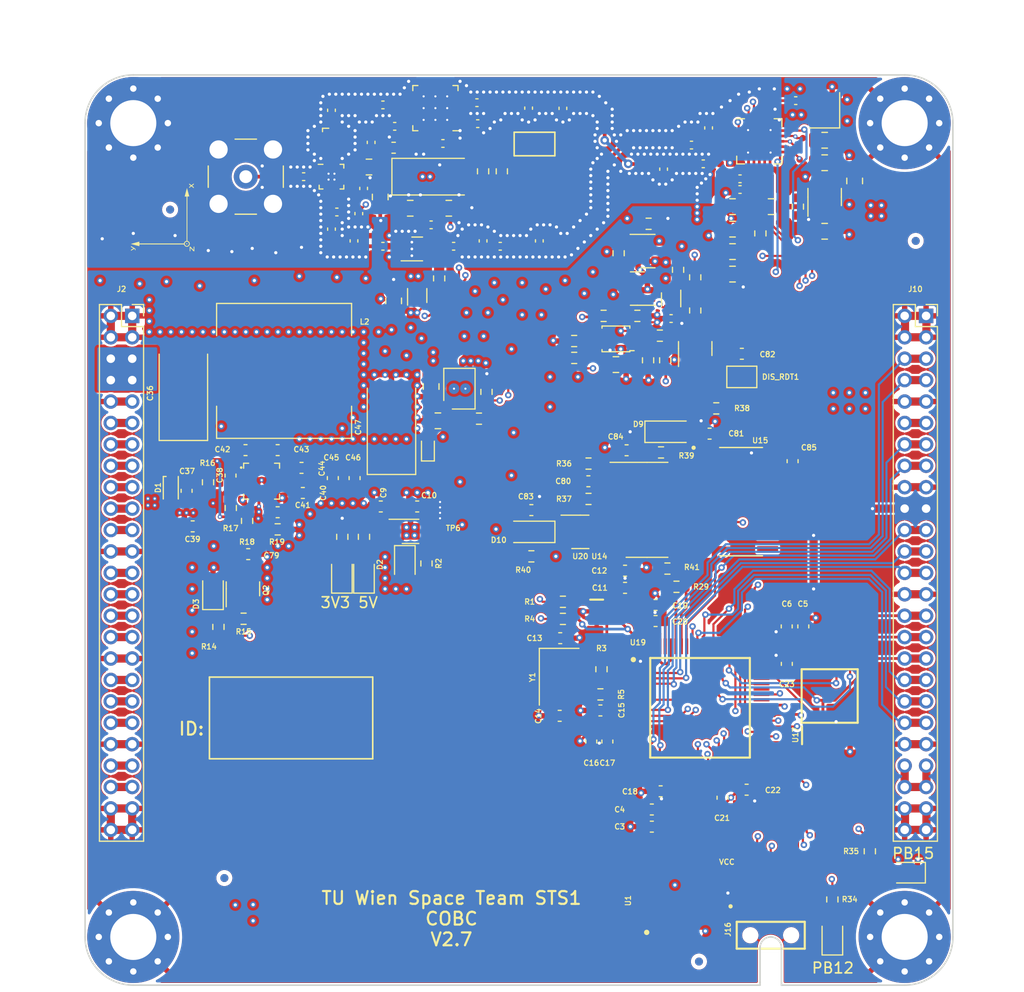
<source format=kicad_pcb>
(kicad_pcb (version 20211014) (generator pcbnew)
  (layers (0 "F.Cu" signal) (1 "In1.Cu" power) (2 "In2.Cu" mixed) (31 "B.Cu" signal) (34 "B.Paste" user) (35 "F.Paste" user) (36 "B.SilkS" user "B.Silkscreen") (37 "F.SilkS" user "F.Silkscreen") (38 "B.Mask" user) (39 "F.Mask" user) (44 "Edge.Cuts" user))
  (net 0 "")
  (net 1 "/COBC STM/~{RST}")
  (net 2 "/COBC_RF/RF_LPF1_Mid1")
  (net 3 "/COBC_RF/RF_LPF1_Mid2")
  (net 4 "/COBC_RF/RF_BPF2_Out")
  (net 5 "/COBC_RF/RF_BPF2_Mid")
  (net 6 "/COBC_RF/RF_BPF2_In")
  (net 7 "/COBC_RF/RF_LNA_Out")
  (net 8 "/COBC_RF/RF_Si_Out")
  (net 9 "VBUS")
  (net 10 "/COBC_RF/RF_Si_Match")
  (net 11 "/COBC_RF/RF_LNA_In")
  (net 12 "/COBC_RF/RF_BPF1_Out")
  (net 13 "/COBC_RF/RF_Si_Inp")
  (net 14 "/COBC_RF/RF_Si_Inn")
  (net 15 "/COBC_RF/RF_BPF1_Mid")
  (net 16 "/COBC_RF/RF_Sw1")
  (net 17 "/COBC_RF/TX_Active")
  (net 18 "+3V3")
  (net 19 "+5V")
  (net 20 "/COBC_RF/RF_Sw")
  (net 21 "Net-(C13-Pad2)")
  (net 22 "Net-(C14-Pad2)")
  (net 23 "/COBC_RF/RF_Connector")
  (net 24 "Net-(C21-Pad1)")
  (net 25 "Net-(D2-Pad2)")
  (net 26 "Net-(C40-Pad1)")
  (net 27 "/COBC_RF/RF_LPF1_Out")
  (net 28 "Net-(R1-Pad1)")
  (net 29 "/COBC_RF/RF_LPF1_In")
  (net 30 "Net-(R5-Pad1)")
  (net 31 "/COBC_RF/UHF_PA/5V_TX_U")
  (net 32 "/COBC_RF/UHF_PA/RF_Amp_Out")
  (net 33 "/COBC_RF/UHF_PA/RF_Amp_Match1")
  (net 34 "Net-(R34-Pad1)")
  (net 35 "/COBC_RF/UHF_PA/RF_Amp_Match2")
  (net 36 "Net-(C26-Pad1)")
  (net 37 "Net-(C28-Pad1)")
  (net 38 "Net-(R35-Pad1)")
  (net 39 "/COBC_RF/RF_LPF2_In")
  (net 40 "/STS1_connector/EDU_SPI.CS3")
  (net 41 "Net-(C50-Pad1)")
  (net 42 "/STS1_connector/EDU_SPI.CS2")
  (net 43 "/STS1_connector/EDU_SPI.CS1")
  (net 44 "/COBC STM/SWDIO")
  (net 45 "/COBC STM/SWDCLK")
  (net 46 "/COBC STM/SWO")
  (net 47 "/STS1_connector/EDU_SPI.MISO")
  (net 48 "/STS1_connector/EDU_SPI.MOSI")
  (net 49 "Net-(R2-Pad1)")
  (net 51 "/STS1_connector/EDU_SPI.CLK")
  (net 52 "/EPS_Charging")
  (net 53 "/EDU_Enable")
  (net 54 "/EDU_Heartbeat")
  (net 55 "/STS1_connector/EDU_UART.RX")
  (net 56 "/EDU_Update")
  (net 57 "/STS1_connector/EDU_UART.TX")
  (net 58 "/STS1_connector/UCI_UART.TX")
  (net 59 "Net-(C68-Pad1)")
  (net 60 "Net-(C39-Pad1)")
  (net 61 "Net-(C41-Pad1)")
  (net 62 "Net-(C42-Pad1)")
  (net 63 "Net-(C42-Pad2)")
  (net 64 "Net-(C43-Pad1)")
  (net 65 "Net-(C43-Pad2)")
  (net 66 "Net-(D3-Pad1)")
  (net 67 "Net-(C79-Pad1)")
  (net 68 "/STS1_connector/UCI_UART.RX")
  (net 69 "/EPS_Bat_Fault")
  (net 70 "Net-(C70-Pad1)")
  (net 71 "/EDU_Boot")
  (net 72 "Net-(C76-Pad2)")
  (net 73 "/EPS_Bat_Good")
  (net 74 "/EPS_Ant_Deploy")
  (net 75 "/STS1_connector/EPS_SPI.CLK")
  (net 76 "/STS1_connector/EPS_SPI.MOSI")
  (net 77 "/STS1_connector/EPS_SPI.MISO")
  (net 78 "/STS1_connector/EPS_SPI.CS1")
  (net 79 "/STS1_connector/EPS_SPI.CS2")
  (net 80 "/STS1_connector/EPS_SPI.CS3")
  (net 81 "/RDT_Clear")
  (net 82 "/Flash_CS")
  (net 83 "/Flash_MISO")
  (net 84 "/Flash_MOSI")
  (net 85 "/Flash_CLK")
  (net 86 "/FRAM_CS")
  (net 87 "/WDT_Clear")
  (net 88 "/RF_MISO")
  (net 89 "Net-(L16-Pad1)")
  (net 90 "/RF_MOSI")
  (net 91 "Net-(R7-Pad2)")
  (net 92 "Net-(R10-Pad1)")
  (net 93 "Net-(Q1-Pad3)")
  (net 94 "Net-(R12-Pad2)")
  (net 95 "Net-(R21-Pad1)")
  (net 96 "/RF_SDN")
  (net 97 "/RF_GPIO0")
  (net 98 "Net-(R31-Pad1)")
  (net 99 "Net-(TP4-Pad1)")
  (net 100 "Net-(R6-Pad2)")
  (net 101 "Net-(R11-Pad1)")
  (net 104 "Net-(C32-Pad1)")
  (net 106 "/RF_CLK")
  (net 107 "/RF_GPIO1")
  (net 110 "Net-(C32-Pad2)")
  (net 111 "/RF_PA_Enable")
  (net 112 "/RF_CS")
  (net 113 "/RF_PA_Fault")
  (net 114 "Net-(Q1-Pad1)")
  (net 115 "/RF_~{IRQ}")
  (net 116 "/COBC_RF/UHF_PA/RF_Amp_In")
  (net 117 "Net-(Q3-Pad1)")
  (net 118 "Net-(Q3-Pad3)")
  (net 120 "Net-(D5-Pad2)")
  (net 121 "Net-(D6-Pad2)")
  (net 122 "Net-(D7-Pad2)")
  (net 123 "Net-(D8-Pad2)")
  (net 126 "Net-(C80-Pad1)")
  (net 127 "Net-(C80-Pad2)")
  (net 128 "Net-(C81-Pad1)")
  (net 129 "Net-(C82-Pad1)")
  (net 130 "Net-(R36-Pad1)")
  (net 131 "Net-(R37-Pad1)")
  (net 133 "Net-(Q4-Pad1)")
  (net 134 "Net-(U14-Pad8)")
  (net 143 "Net-(C83-Pad2)")
  (net 144 "Net-(Q4-Pad3)")
  (net 145 "/~{WDT_Trig}")
  (net 146 "/DCDC_~{Enable}")
  (net 147 "Net-(R21-Pad2)")
  (net 148 "/COBC_RF/UHF_PA/~{PA_Enable}")
  (net 149 "/COBC_RF/RX_Active")
  (net 150 "/COBC_RF/RF_Sw2")
  (net 153 "GND")
  (net 154 "/Flash_~{WP}")
  (net 155 "/COBC STM/WDT_Clear_In")
  (net 156 "unconnected-(J2-Pad27)")
  (net 157 "unconnected-(J2-Pad29)")
  (net 158 "unconnected-(J10-Pad11)")
  (net 163 "/Dosi_EN")
  (net 164 "/EDU_Boot_Pin")
  (net 166 "Net-(D10-Pad1)")
  (net 168 "Net-(J10-Pad43)")
  (net 169 "Net-(R29-Pad2)")
  (net 170 "Net-(U14-Pad6)")
  (net 171 "VCC")
  (footprint "Fiducial:Fiducial_0.75mm_Mask1.5mm" (layer "F.Cu") (at 192.53254 57.5)
    (fp_text reference "FID2" hide)
    (fp_text value "Fiducial")
  )
  (footprint "Fiducial:Fiducial_0.75mm_Mask1.5mm" (layer "F.Cu") (at 122.937 54.5755)
    (fp_text reference "FID3" hide)
    (fp_text value "Fiducial")
  )
  (footprint "Fiducial:Fiducial_0.75mm_Mask1.5mm" (layer "F.Cu") (at 128 117)
    (fp_text reference "FID4" hide)
    (fp_text value "Fiducial")
  )
  (footprint "MountingHole:MountingHole_4.3mm_M4_Pad_Via" (layer "F.Cu") (at 191.5 46.5)
    (fp_text reference "H2" hide)
    (fp_text value "MH" hide)
  )
  (footprint "MountingHole:MountingHole_4.3mm_M4_Pad_Via" (layer "F.Cu") (at 119.5 122.5)
    (fp_text reference "H3" hide)
    (fp_text value "MH" hide)
  )
  (footprint "MountingHole:MountingHole_4.3mm_M4_Pad_Via" (layer "F.Cu") (at 191.5 122.5)
    (fp_text reference "H4" hide)
    (fp_text value "MH" hide)
  )
  (footprint "STS_connector:Coordinates" (layer "F.Cu") (at 122.239 55.3075 90)
    (fp_text reference "CS1" hide)
    (fp_text value "coordinate_system" hide)
  )
  (footprint "Fiducial:Fiducial_0.75mm_Mask1.5mm" (layer "F.Cu") (at 172.3 124.8)
    (fp_text reference "FID1" hide)
    (fp_text value "Fiducial")
  )
  (footprint "Connector_PinSocket_2.00mm:PinSocket_2x25_P2.00mm_Vertical" (layer "F.Cu") (at 193.5 64.5)
    (fp_text reference "J10")
    (fp_text value "~")
  )
  (footprint "MountingHole:MountingHole_4.3mm_M4_Pad_Via" (layer "F.Cu") (at 119.5 46.5)
    (fp_text reference "H1" hide)
    (fp_text value "MH" hide)
  )
  (footprint "Connector_PinSocket_2.00mm:PinSocket_2x25_P2.00mm_Vertical" (layer "F.Cu") (at 119.4 64.5)
    (fp_text reference "J2")
    (fp_text value "~")
  )
  (footprint "Capacitor_SMD:C_0402_1005Metric" (layer "F.Cu") (at 149.4 58 180)
    (fp_text reference "C35" hide)
    (fp_text value "100p")
  )
  (footprint "Diode_SMD:D_0805_2012Metric" (layer "F.Cu") (at 126.938 90.2445 90)
    (fp_text reference "D3")
    (fp_text value "BZY55C12 RYG ")
  )
  (footprint "Inductor_SMD:L_0402_1005Metric" (layer "F.Cu") (at 139.6 44.8 180)
    (fp_text reference "L19" hide)
    (fp_text value "47n")
  )
  (footprint "Crystal:Crystal_SMD_5032-4Pin_5.0x3.2mm" (layer "F.Cu") (at 159.25 98.2 -90)
    (fp_text reference "Y1")
    (fp_text value "12M")
  )
  (footprint "Capacitor_SMD:C_0603_1608Metric" (layer "F.Cu") (at 140.156 79.65 -90)
    (fp_text reference "C46")
    (fp_text value "10u")
  )
  (footprint "Capacitor_SMD:C_0805_2012Metric" (layer "F.Cu") (at 141.5 50.6 180)
    (fp_text reference "C74" hide)
    (fp_text value "1n")
  )
  (footprint "Resistor_SMD:R_0603_1608Metric" (layer "F.Cu") (at 159.6 91.2 180)
    (fp_text reference "R1")
    (fp_text value "4.7k")
  )
  (footprint "Capacitor_SMD:C_0402_1005Metric" (layer "F.Cu") (at 140.55 54.95 -90)
    (fp_text reference "C62" hide)
    (fp_text value "100p")
  )
  (footprint "Capacitor_SMD:C_0603_1608Metric" (layer "F.Cu") (at 181.04 78.068 90)
    (fp_text reference "C85")
    (fp_text value "100n")
  )
  (footprint "STS1library:STS1_Testpoint" (layer "F.Cu") (at 181.5 48.7)
    (fp_text reference "TP9" hide)
    (fp_text value "MISO")
  )
  (footprint "Capacitor_SMD:C_0805_2012Metric" (layer "F.Cu") (at 179.03254 54.3)
    (fp_text reference "C50" hide)
    (fp_text value "100n")
  )
  (footprint "Capacitor_SMD:C_0402_1005Metric" (layer "F.Cu") (at 173.2 46.95 90)
    (fp_text reference "C57" hide)
    (fp_text value "4.7p")
  )
  (footprint "Capacitor_SMD:C_0603_1608Metric" (layer "F.Cu") (at 128.575 79.413 -90)
    (fp_text reference "C38")
    (fp_text value "100n")
  )
  (footprint "Capacitor_SMD:C_0603_1608Metric" (layer "F.Cu") (at 125.043 84.156 180)
    (fp_text reference "C39")
    (fp_text value "1uF")
  )
  (footprint "STSLib:SOIC127P600X175-16N" (layer "F.Cu") (at 176.2302 81.8505)
    (fp_text reference "U15")
    (fp_text value "MC74HC4538ADG")
  )
  (footprint "STS1library:STS1_Testpoint" (layer "F.Cu") (at 182 47.9)
    (fp_text reference "TP10" hide)
    (fp_text value "MOSI")
  )
  (footprint "Capacitor_SMD:C_0603_1608Metric" (layer "F.Cu") (at 174.5 109.5 -90)
    (fp_text reference "C21")
    (fp_text value "4.7µ")
  )
  (footprint "Resistor_SMD:R_0603_1608Metric" (layer "F.Cu") (at 128.599 82.441 90)
    (fp_text reference "R17")
    (fp_text value "100k")
  )
  (footprint "Capacitor_SMD:C_0603_1608Metric" (layer "F.Cu") (at 168.25 93 180)
    (fp_text reference "C20")
    (fp_text value "100n")
  )
  (footprint "Capacitor_SMD:C_0402_1005Metric" (layer "F.Cu") (at 140.1 57.5 90)
    (fp_text reference "C56" hide)
    (fp_text value "24p")
  )
  (footprint "STSLib:SOIC127P800X203-8N" (layer "F.Cu") (at 184.5 100 90)
    (fp_text reference "U17")
    (fp_text value "CY15B108QN-40SXI" hide)
  )
  (footprint "Capacitor_SMD:C_0805_2012Metric" (layer "F.Cu") (at 175.43254 56.4 180)
    (fp_text reference "C1" hide)
    (fp_text value "100n")
  )
  (footprint "Inductor_SMD:L_0402_1005Metric" (layer "F.Cu") (at 158 44.6 180)
    (fp_text reference "L3" hide)
    (fp_text value "51n")
  )
  (footprint "Resistor_SMD:R_0603_1608Metric" (layer "F.Cu") (at 148.05 61 -90)
    (fp_text reference "R21" hide)
    (fp_text value "33k")
  )
  (footprint "Capacitor_SMD:C_0402_1005Metric" (layer "F.Cu") (at 143.9 46.8)
    (fp_text reference "C76" hide)
    (fp_text value "100p")
  )
  (footprint "Resistor_SMD:R_0603_1608Metric" (layer "F.Cu") (at 163.2 97.5 -90)
    (fp_text reference "R3")
    (fp_text value "4.7k")
  )
  (footprint "Capacitor_SMD:C_0402_1005Metric" (layer "F.Cu") (at 138 56.4 90)
    (fp_text reference "C60" hide)
    (fp_text value "2p")
  )
  (footprint "Resistor_SMD:R_0603_1608Metric" (layer "F.Cu") (at 171.95 64 90)
    (fp_text reference "R13" hide)
    (fp_text value "100")
  )
  (footprint "Resistor_SMD:R_0603_1608Metric" (layer "F.Cu") (at 169.356 88.1 180)
    (fp_text reference "R41")
    (fp_text value "100")
  )
  (footprint "Capacitor_SMD:C_0603_1608Metric" (layer "F.Cu") (at 124.475 80.838 -90)
    (fp_text reference "C37")
    (fp_text value "22µ")
  )
  (footprint "lsf-kicad-lib:IDT_NEG-12-1EP_2x2mm_P0.5mm_EP1.1x1.1mm_ThermalVias" (layer "F.Cu") (at 138 51.5)
    (fp_text reference "U16" hide)
    (fp_text value "F2972")
  )
  (footprint "Capacitor_SMD:C_0402_1005Metric" (layer "F.Cu") (at 138 45.3 -90)
    (fp_text reference "C78" hide)
    (fp_text value "3.3p")
  )
  (footprint "Capacitor_SMD:C_0402_1005Metric" (layer "F.Cu") (at 151.576 44.5908)
    (fp_text reference "C67" hide)
    (fp_text value "50p")
  )
  (footprint "Capacitor_SMD:C_0402_1005Metric" (layer "F.Cu") (at 157.4 57.5 90)
    (fp_text reference "C30" hide)
    (fp_text value "24p")
  )
  (footprint "Capacitor_SMD:C_0603_1608Metric" (layer "F.Cu") (at 176.75 108.75 180)
    (fp_text reference "C22")
    (fp_text value "100n")
  )
  (footprint "STSLib:SON127P800X600X80-9N-D" (layer "F.Cu") (at 170.05 117.7 90)
    (fp_text reference "U1")
    (fp_text value "W25Q01JVZEIQ" hide)
  )
  (footprint "Capacitor_SMD:C_0402_1005Metric" (layer "F.Cu") (at 156.4 45.1 -90)
    (fp_text reference "C25" hide)
    (fp_text value "7.5p")
  )
  (footprint "Inductor_SMD:L_0402_1005Metric" (layer "F.Cu") (at 153.1508 45.0988 90)
    (fp_text reference "L14" hide)
    (fp_text value "4n")
  )
  (footprint "Capacitor_SMD:C_0805_2012Metric" (layer "F.Cu") (at 175.43254 54.3 180)
    (fp_text reference "C55" hide)
    (fp_text value "10n")
  )
  (footprint "Package_DFN_QFN:QFN-24-1EP_4x4mm_P0.5mm_EP2.7x2.7mm_ThermalVias" (layer "F.Cu") (at 147.7 45.1 180)
    (fp_text reference "U13" hide)
    (fp_text value "TQP7M9106")
  )
  (footprint "Capacitor_SMD:C_0402_1005Metric" (layer "F.Cu") (at 135.4 51.5 180)
    (fp_text reference "C66" hide)
    (fp_text value "100p")
  )
  (footprint "Capacitor_SMD:C_0603_1608Metric" (layer "F.Cu") (at 165.546 77.052)
    (fp_text reference "C84")
    (fp_text value "100n")
  )
  (footprint "Resistor_SMD:R_0603_1608Metric" (layer "F.Cu") (at 161.99 81.5965 180)
    (fp_text reference "R37")
    (fp_text value "4.7M")
  )
  (footprint "Capacitor_SMD:C_0402_1005Metric" (layer "F.Cu") (at 171.6 48.55 180)
    (fp_text reference "C58" hide)
    (fp_text value "2.2p")
  )
  (footprint "Inductor_SMD:L_0402_1005Metric" (layer "F.Cu") (at 138.5 58 180)
    (fp_text reference "L11" hide)
    (fp_text value "68n")
  )
  (footprint "Capacitor_SMD:C_0603_1608Metric" (layer "F.Cu") (at 173.293 75.5005)
    (fp_text reference "C81")
    (fp_text value "1u")
  )
  (footprint "Inductor_SMD:L_0402_1005Metric" (layer "F.Cu") (at 174.3 47.95 -90)
    (fp_text reference "L9" hide)
    (fp_text value "62n")
  )
  (footprint "Inductor_SMD:L_0603_1608Metric" (layer "F.Cu") (at 143.8 48.8 180)
    (fp_text reference "FB1" hide)
    (fp_text value "Ferrite_Bead")
  )
  (footprint "STS_connector:SAMTEC_FTSH-105-01-X-DH-A" (layer "F.Cu") (at 179 117.8925 180)
    (fp_text reference "J16")
    (fp_text value "SWD")
  )
  (footprint "STS1library:STS1_Testpoint" (layer "F.Cu") (at 177.73254 51.8)
    (fp_text reference "TP4" hide)
    (fp_text value "TXRAMP")
  )
  (footprint "Capacitor_SMD:C_0402_1005Metric" (layer "F.Cu") (at 169.7 64.75)
    (fp_text reference "C31" hide)
    (fp_text value "100p")
  )
  (footprint "Resistor_SMD:R_0603_1608Metric" (layer "F.Cu") (at 167.55 68.65 -90)
    (fp_text reference "R9" hide)
    (fp_text value "10k")
  )
  (footprint "Capacitor_SMD:C_0805_2012Metric" (layer "F.Cu") (at 175.43254 60.6 180)
    (fp_text reference "C59" hide)
    (fp_text value "47µ")
  )
  (footprint "Resistor_SMD:R_0603_1608Metric" (layer "F.Cu") (at 171.95 60.9 -90)
    (fp_text reference "R12" hide)
    (fp_text value "10k")
  )
  (footprint "Capacitor_SMD:C_0603_1608Metric" (layer "F.Cu") (at 163.1 101.35)
    (fp_text reference "C15")
    (fp_text value "100n")
  )
  (footprint "Capacitor_SMD:C_0402_1005Metric" (layer "F.Cu") (at 148.4 48.4)
    (fp_text reference "C68" hide)
    (fp_text value "100n")
  )
  (footprint "Capacitor_Tantalum_SMD:CP_EIA-6032-28_Kemet-C" (layer "F.Cu") (at 147.4 51.5)
    (fp_text reference "C73" hide)
    (fp_text value "10u")
  )
  (footprint "Resistor_SMD:R_0603_1608Metric" (layer "F.Cu") (at 151.7666 74.1)
    (fp_text reference "R31" hide)
    (fp_text value "110k")
  )
  (footprint "Diode_SMD:D_SOD-123F" (layer "F.Cu") (at 169.4546 75.3227)
    (fp_text reference "D9")
    (fp_text value "BAS70H")
  )
  (footprint "Resistor_SMD:R_0603_1608Metric" (layer "F.Cu") (at 160.65 66.85 180)
    (fp_text reference "R10" hide)
    (fp_text value "10k")
  )
  (footprint "Resistor_SMD:R_0603_1608Metric" (layer "F.Cu") (at 166.55 64.5)
    (fp_text reference "R23" hide)
    (fp_text value "10k")
  )
  (footprint "Capacitor_SMD:C_0402_1005Metric" (layer "F.Cu") (at 176.13254 51.7 180)
    (fp_text reference "C51" hide)
    (fp_text value "33p")
  )
  (footprint "LED_SMD:LED_0805_2012Metric" (layer "F.Cu") (at 184.75 122.5 90)
    (fp_text reference "D7" hide)
    (fp_text value "LED")
  )
  (footprint "Resistor_SMD:R_0603_1608Metric" (layer "F.Cu") (at 146.865 87.620591 -90)
    (fp_text reference "R2")
    (fp_text value "1k")
  )
  (footprint "Capacitor_SMD:C_0402_1005Metric" (layer "F.Cu") (at 138.5 54.8)
    (fp_text reference "C61" hide)
    (fp_text value "24p")
  )
  (footprint "Capacitor_SMD:C_0603_1608Metric" (layer "F.Cu") (at 176.302 68.041 180)
    (fp_text reference "C82")
    (fp_text value "1u")
  )
  (footprint "Connector_Coaxial:SMB_Jack_Vertical" (layer "F.Cu") (at 130 51.5 90)
    (fp_text reference "J1" hide)
    (fp_text value "UHF")
  )
  (footprint "Package_TO_SOT_SMD:SOT-23" (layer "F.Cu") (at 167.55 58.45)
    (fp_text reference "Q4" hide)
    (fp_text value "SQ2318")
  )
  (footprint "Resistor_SMD:R_0603_1608Metric" (layer "F.Cu") (at 129.796 92.7845)
    (fp_text reference "R15")
    (fp_text value "1M")
  )
  (footprint "Capacitor_SMD:C_0603_1608Metric" (layer "F.Cu") (at 161.977 79.9455)
    (fp_text reference "C80")
    (fp_text value "4.7u")
  )
  (footprint "Resistor_SMD:R_0603_1608Metric" (layer "F.Cu") (at 139.008 85.135 -90)
    (fp_text reference "R33" hide)
    (fp_text value "220")
  )
  (footprint "STS1_3V3:MCP1725-3302E&slash_MC" (layer "F.Cu") (at 145.375 84.624999)
    (fp_text reference "U3" hide)
    (fp_text value "MCP1725-3302E_MC" hide)
  )
  (footprint "Capacitor_SMD:C_0805_2012Metric" (layer "F.Cu") (at 147.3 71.1 -90)
    (fp_text reference "C72" hide)
    (fp_text value "100n")
  )
  (footprint "Capacitor_SMD:C_0402_1005Metric" (layer "F.Cu") (at 142.8 58 180)
    (fp_text reference "C53" hide)
    (fp_text value "100p")
  )
  (footprint "Capacitor_SMD:C_0402_1005Metric" (layer "F.Cu") (at 151.65 46.55)
    (fp_text reference "C70" hide)
    (fp_text value "100p")
  )
  (footprint "Capacitor_SMD:C_0603_1608Metric" (layer "F.Cu") (at 159.3 101.85)
    (fp_text reference "C14")
    (fp_text value "20p")
  )
  (footprint "Inductor_SMD:L_0402_1005Metric" (layer "F.Cu") (at 171.6 47.4 180)
    (fp_text reference "L12" hide)
    (fp_text value "56n")
  )
  (footprint "LED_SMD:LED_0805_2012Metric" (layer "F.Cu") (at 144.845 87.640591 -90)
    (fp_text reference "D2")
    (fp_text value "3V3_Pwr_Good")
  )
  (footprint "Inductor_SMD:L_0402_1005Metric" (layer "F.Cu") (at 146.4 48.4)
    (fp_text reference "L16" hide)
    (fp_text value "68n")
  )
  (footprint "Inductor_SMD:L_0402_1005Metric" (layer "F.Cu") (at 158.55 57.5 -90)
    (fp_text reference "L4" hide)
    (fp_text value "5.6n")
  )
  (footprint "Capacitor_SMD:C_0603_1608Metric" (layer "F.Cu") (at 165.4 88.3)
    (fp_text reference "C12")
    (fp_text value "47µ")
  )
  (footprint "Capacitor_SMD:C_0603_1608Metric" (layer "F.Cu") (at 132.975 82.838)
    (fp_text reference "C41")
    (fp_text value "22n")
  )
  (footprint "Package_DFN_QFN:QFN-20-1EP_4x4mm_P0.5mm_EP2.6x2.6mm_ThermalVias" (layer "F.Cu") (at 177.93254 48.2)
    (fp_text reference "U8" hide)
    (fp_text value "Si4463")
  )
  (footprint "Resistor_SMD:R_0603_1608Metric" (layer "F.Cu") (at 132.975 84.438)
    (fp_text reference "R19")
    (fp_text value "21.5k")
  )
  (footprint "Capacitor_SMD:C_0603_1608Metric" (layer "F.Cu") (at 182.04 93.5 -90)
    (fp_text reference "C5")
    (fp_text value "100n")
  )
  (footprint "Package_TO_SOT_SMD:SOT-23" (layer "F.Cu") (at 129.732 89.9905 90)
    (fp_text reference "Q2")
    (fp_text value "BSS123")
  )
  (footprint "Resistor_SMD:R_0603_1608Metric" (layer "F.Cu") (at 184.75 119 -90)
    (fp_text reference "R34")
    (fp_text value "220")
  )
  (footprint "Resistor_SMD:R_0603_1608Metric" (layer "F.Cu") (at 173.9148 73.1383)
    (fp_text reference "R38")
    (fp_text value "1k")
  )
  (footprint "Inductor_SMD:L_0402_1005Metric" (layer "F.Cu") (at 141.2 45.3 -90)
    (fp_text reference "L18" hide)
    (fp_text value "8.2n")
  )
  (footprint "STS1library:STS1_Testpoint" (layer "F.Cu") (at 171.3 111.85)
    (fp_text reference "TP3" hide)
    (fp_text value "MISO")
  )
  (footprint "Capacitor_SMD:C_0402_1005Metric" (layer "F.Cu") (at 181.33254 44.4 180)
    (fp_text reference "C32" hide)
    (fp_text value "100p")
  )
  (footprint "Capacitor_SMD:C_0603_1608Metric" (layer "F.Cu") (at 165.4 89.9)
    (fp_text reference "C11")
    (fp_text value "100n")
  )
  (footprint "Inductor_SMD:L_0402_1005Metric" (layer "F.Cu") (at 138.5 53.7 180)
    (fp_text reference "L13" hide)
    (fp_text value "5.6n")
  )
  (footprint "lsf-kicad-lib:MLP-8" (layer "F.Cu") (at 149.9666 71.3)
    (fp_text reference "U12" hide)
    (fp_text value "FPF2701")
  )
  (footprint "Package_TO_SOT_SMD:SOT-23" (layer "F.Cu") (at 171.95 67.55 90)
    (fp_text reference "Q1" hide)
    (fp_text value "SQ2318")
  )
  (footprint "Package_SO:VSSOP-8_2.4x2.1mm_P0.5mm" (layer "F.Cu") (at 164.55 66.65 180)
    (fp_text reference "U4" hide)
    (fp_text value "74LVC2G74")
  )
  (footprint "Resistor_SMD:R_0603_1608Metric" (layer "F.Cu") (at 156.656 86.958)
    (fp_text reference "R40")
    (fp_text value "22k")
  )
  (footprint "Capacitor_SMD:C_0603_1608Metric" (layer "F.Cu") (at 167.9 112.2)
    (fp_text reference "C3")
    (fp_text value "100n")
  )
  (footprint "Inductor_SMD:L_0402_1005Metric" (layer "F.Cu") (at 147.8 57.5 90)
    (fp_text reference "L7" hide)
    (fp_text value "68n")
  )
  (footprint "Inductor_SMD:L_0402_1005Metric" (layer "F.Cu") (at 161.2 44.6 180)
    (fp_text reference "L1" hide)
    (fp_text value "33n")
  )
  (footprint "LED_SMD:LED_0805_2012Metric" (layer "F.Cu") (at 191.75 116.5 180)
    (fp_text reference "D8" hide)
    (fp_text value "LED")
  )
  (footprint "Capacitor_SMD:C_0402_1005Metric" (layer "F.Cu") (at 141 52.6 90)
    (fp_text reference "C63" hide)
    (fp_text value "100p")
  )
  (footprint "Capacitor_SMD:C_0603_1608Metric" (layer "F.Cu") (at 135.325 81.038)
    (fp_text reference "C40")
    (fp_text value "1µ")
  )
  (footprint "Crystal:Crystal_SMD_2520-4Pin_2.5x2.0mm" (layer "F.Cu") (at 184.03254 45.3 90)
    (fp_text reference "U5" hide)
    (fp_text value "TYKTBCSANF-26.000000")
  )
  (footprint "Resistor_SMD:R_0603_1608Metric" (layer "F.Cu") (at 160.65446 68.4255)
    (fp_text reference "R8" hide)
    (fp_text value "100")
  )
  (footprint "Resistor_SMD:R_0603_1608Metric" (layer "F.Cu") (at 163.4 64.5)
    (fp_text reference "R22" hide)
    (fp_text value "100")
  )
  (footprint "Capacitor_SMD:C_0402_1005Metric" (layer "F.Cu") (at 176.13254 52.7 180)
    (fp_text reference "C54" hide)
    (fp_text value "100p")
  )
  (footprint "Capacitor_SMD:C_0603_1608Metric" (layer "F.Cu") (at 135.203 78.695)
    (fp_text reference "C44")
    (fp_text value "100n")
  )
  (footprint "Capacitor_SMD:C_0805_2012Metric" (layer "F.Cu") (at 143.8 63.1 -90)
    (fp_text reference "C7" hide)
    (fp_text value "100n")
  )
  (footprint "Jumper:SolderJumper-2_P1.3mm_Open_Pad1.0x1.5mm" (layer "F.Cu") (at 176.3 70.2)
    (fp_text reference "DIS_RDT1")
    (fp_text value "~{RDT}")
  )
  (footprint "Capacitor_SMD:C_0603_1608Metric" (layer "F.Cu") (at 156.656 82.64 180)
    (fp_text reference "C83")
    (fp_text value "10u")
  )
  (footprint "Diode_SMD:D_SOD-123F" (layer "F.Cu") (at 156.656 84.672 180)
    (fp_text reference "D10")
    (fp_text value "BAS70H")
  )
  (footprint "Resistor_SMD:R_0603_1608Metric" (layer "F.Cu") (at 164.8 58.65 90)
    (fp_text reference "R25" hide)
    (fp_text value "100")
  )
  (footprint "Capacitor_SMD:C_0805_2012Metric" (layer "F.Cu") (at 164.55 69.05)
    (fp_text reference "C27" hide)
    (fp_text value "100n")
  )
  (footprint "Resistor_SMD:R_0603_1608Metric" (layer "F.Cu") (at 181.53254 54.3 90)
    (fp_text reference "R6" hide)
    (fp_text value "110k")
  )
  (footprint "LED_SMD:LED_0805_2012Metric" (layer "F.Cu") (at 138.97 88.7055 90)
    (fp_text reference "D6" hide)
    (fp_text value "LED")
  )
  (footprint "Resistor_SMD:R_0603_1608Metric" (layer "F.Cu") (at 170.2 89.8)
    (fp_text reference "R29")
    (fp_text value "10K")
  )
  (footprint "Capacitor_SMD:C_0402_1005Metric" (layer "F.Cu") (at 141.7 48.3 90)
    (fp_text reference "C75" hide)
    (fp_text value "100p")
  )
  (footprint "STSLib:QFP50P1200X1200X160-64N" (layer "F.Cu") (at 172.4 101.1)
    (fp_text reference "U19")
    (fp_text value "STM32F411RET6TR" hide)
  )
  (footprint "Resistor_SMD:R_0603_1608Metric" (layer "F.Cu") (at 170.35 60.2 -90)
    (fp_text reference "R24" hide)
    (fp_text value "100")
  )
  (footprint "STS_Package_DFN_QFN:SGP1610N2" (layer "F.Cu") (at 123 80.6)
    (fp_text reference "D1")
    (fp_text value "UCLAMP0871P.TNT ")
  )
  (footprint "Capacitor_SMD:C_0805_2012Metric" (layer "F.Cu") (at 145.35 54.45)
    (fp_text reference "C65" hide)
    (fp_text value "1µ")
  )
  (footprint "Capacitor_SMD:C_0805_2012Metric" (layer "F.Cu") (at 147.93406 74.3 180)
    (fp_text reference "C71" hide)
    (fp_text value "10u")
  )
  (footprint "Inductor_SMD:L_0402_1005Metric" (layer "F.Cu") (at 170.6 50.3 180)
    (fp_text reference "L20" hide)
    (fp_text value "33n")
  )
  (footprint "Resistor_SMD:R_0603_1608Metric" (layer "F.Cu") (at 167.6 55.9 180)
    (fp_text reference "R26" hide)
    (fp_text value "10k")
  )
  (footprint "Inductor_SMD:L_0402_1005Metric" (layer "F.Cu") (at 151 57.5 -90)
    (fp_text reference "L6" hide)
    (fp_text value "5.6n")
  )
  (footprint "Inductor_SMD:L_0402_1005Metric" (layer "F.Cu") (at 154.8 44.6 180)
    (fp_text reference "L15" hide)
    (fp_text value "33n")
  )
  (footprint "STS1library:STS1_Testpoint" (layer "F.Cu") (at 171.85 110.6)
    (fp_text reference "TP8" hide)
    (fp_text value "MOSI")
  )
  (footprint "STS1library:STS1_Testpoint" (layer "F.Cu") (at 181.7 49.9)
    (fp_text reference "TP11" hide)
    (fp_text value "CLK")
  )
  (footprint "Capacitor_SMD:C_0402_1005Metric" (layer "F.Cu") (at 172.7 50.3 180)
    (fp_text reference "C52" hide)
    (fp_text value "9.1p")
  )
  (footprint "Resistor_SMD:R_0603_1608Metric" (layer "F.Cu") (at 163.1 99.85 180)
    (fp_text reference "R5")
    (fp_text value "220")
  )
  (footprint "Capacitor_SMD:C_0603_1608Metric" (layer "F.Cu") (at 168.725 108.9)
    (fp_text reference "C18")
    (fp_text value "100n")
  )
  (footprint "Resistor_SMD:R_0603_1608Metric" (layer "F.Cu") (at 141.032 85.135 -90)
    (fp_text reference "R32" hide)
    (fp_text value "220")
  )
  (footprint "Capacitor_Tantalum_SMD:CP_EIA-7343-43_Kemet-X" (layer "F.Cu") (at 143.6 74.9 90)
    (fp_text reference "C47")
    (fp_text value "100µ")
  )
  (footprint "Package_TO_SOT_SMD:SOT-23" (layer "F.Cu") (at 166.55 61.95 180)
    (fp_text reference "Q3" hide)
    (fp_text value "SQ2318")
  )
  (footprint "Capacitor_SMD:C_0805_2012Metric" (layer "F.Cu") (at 186.83254 51.9 90)
    (fp_text reference "C26" hide)
    (fp_text value "10n")
  )
  (footprint "Capacitor_SMD:C_0402_1005Metric" (layer "F.Cu") (at 142.8 44.8 180)
    (fp_text reference "C77" hide)
    (fp_text value "24p")
  )
  (footprint "Capacitor_SMD:C_0603_1608Metric" (layer "F.Cu") (at 129.975 77.038 180)
    (fp_text reference "C42")
    (fp_text value "100n")
  )
  (footprint "Resistor_SMD:R_0603_1608Metric" (layer "F.Cu") (at 159.6 92.8 180)
    (fp_text reference "R4")
    (fp_text value "4.7k")
  )
  (footprint "Capacitor_SMD:C_0603_1608Metric" (layer "F.Cu") (at 180.5 97 -90)
    (fp_text reference "C23")
    (fp_text value "100n")
  )
  (footprint "lsf-kicad-lib:GE0805C-2" (layer "F.Cu") (at 138 48.2 -90)
    (fp_text reference "U9" hide)
    (fp_text value "LFCG-490+")
  )
  (footprint "Capacitor_SMD:C_0402_1005Metric" (layer "F.Cu") (at 152.15 57.5 90)
    (fp_text reference "C34" hide)
    (fp_text value "24p")
  )
  (footprint "Resistor_SMD:R_0603_1608Metric" (layer "F.Cu") (at 168.65 66.35)
    (fp_text reference "R11" hide)
    (fp_text value "100")
  )
  (footprint "Inductor_SMD:L_0402_1005Metric" (layer "F.Cu") (at 144.4 45.3 90)
    (fp_text reference "L17" hide)
    (fp_text value "18n")
  )
  (footprint "Resistor_SMD:R_0603_1608Metric" (layer "F.Cu") (at 152.4666 71.6 90)
    (fp_text reference "R30" hide)
    (fp_text value "110k")
  )
  (footprint "Package_TO_SOT_SMD:SOT-553" (layer "F.Cu") (at 169.7 63 -90)
    (fp_text reference "U7" hide)
    (fp_text value "NL17SV04XV5T2G")
  )
  (footprint "TestPoint:TestPoint_Keystone_5015_Micro-Minature" (layer "F.Cu") (at 156.95 48.45)
    (fp_text reference "TP7" hide)
    (fp_text value "GND")
  )
  (footprint "Package_SO:SOIC-14_3.9x8.7mm_P1.27mm" (layer "F.Cu") (at 167.451 82.6125)
    (fp_text reference "U14")
    (fp_text value "MC14541BD")
  )
  (footprint "Capacitor_SMD:C_0603_1608Metric" (layer "F.Cu") (at 167.9 110.6)
    (fp_text reference "C4")
    (fp_text value "47µ")
  )
  (footprint "Capacitor_SMD:C_0805_2012Metric" (layer "F.Cu") (at 175.43254 58.5 180)
    (fp_text reference "C2" hide)
    (fp_text value "4.7µ")
  )
  (footprint "Resistor_SMD:R_0603_1608Metric" (layer "F.Cu") (at 161.99 78.2945 180)
    (fp_text reference "R36")
    (fp_text value "2.2M")
  )
  (footprint "Capacitor_SMD:C_0603_1608Metric" (layer "F.Cu") (at 159.35 94.6 180)
    (fp_text reference "C13")
    (fp_text value "20p")
  )
  (footprint "Inductor_SMD:L_12x12mm_H6mm" (layer "F.Cu") (at 133.575 69.638)
    (fp_text reference "L2")
    (fp_text value "4.7µ")
  )
  (footprint "lsf-kicad-lib:DFN-8-1EP_2x2mm_P0.5mm_EP0.7x1.6mm_ThermalVias" (layer "F.Cu") (at 145.5 58.25)
    (fp_text reference "U10" hide)
    (fp_text value "TQP3M9036")
  )
  (footprint "Resistor_SMD:R_0603_1608Metric" (layer "F.Cu") (at 130.123 83.648 -90)
    (fp_text reference "R18")
    (fp_text value "33k")
  )
  (footprint "STS1library:STS1_Testpoint" (layer "F.Cu") (at 170.7 112.55)
    (fp_text reference "TP2" hide)
    (fp_text value "CLK")
  )
  (footprint "Resistor_SMD:R_0603_1608Metric" (layer "F.Cu") (at 168.7596 77.2531)
    (fp_text reference "R39")
    (fp_text value "220K")
  )
  (footprint "Inductor_SMD:L_0402_1005Metric" (layer "F.Cu") (at 141.2 57.5 -90)
    (fp_text reference "L10" hide)
    (fp_text value "5.6n")
  )
  (footprint "SamacSys_Parts:SOT65P210X110-5N" (layer "F.Cu") (at 163.7 92.1)
    (fp_text reference "U18" hide)
    (fp_text value "STWD100PYW83F" hide)
  )
  (footprint "LED_SMD:LED_0805_2012Metric" (layer "F.Cu") (at 141.032 88.7055 90)
    (fp_text reference "D5" hide)
    (fp_text value "LED")
  )
  (footprint "Capacitor_SMD:C_0603_1608Metric" (layer "F.Cu") (at 132.975 77.038)
    (fp_text reference "C43")
    (fp_text value "100n")
  )
  (footprint "Capacitor_SMD:C_0402_1005Metric" (layer "F.Cu") (at 153.75 58 180)
    (fp_text reference "C33" hide)
    (fp_text value "2p")
  )
  (footprint "Capacitor_SMD:C_0805_2012Metric" (layer "F.Cu") (at 142.55 53.4 90)
    (fp_text reference "C64" hide)
    (fp_text value "100n")
  )
  (footprint "Capacitor_SMD:C_0603_1608Metric" (layer "F.Cu") (at 146 82.3)
    (fp_text reference "C10")
    (fp_text value "4.7µ")
  )
  (footprint "Inductor_SMD:L_0402_1005Metric" (layer "F.Cu") (at 174.3 50.8 -90)
    (fp_text reference "L8" hide)
    (fp_text value "220n")
  )
  (footprint "Capacitor_SMD:C_0603_1608Metric" (layer "F.Cu") (at 138.124 79.65 -90)
    (fp_text reference "C45")
    (fp_text value "10µ")
  )
  (footprint "Resistor_SMD:R_0603_1608Metric" (layer "F.Cu") (at 188.25 114.5 -90)
    (fp_text reference "R35")
    (fp_text value "220")
  )
  (footprint "STS1library:STS1_Testpoint" (layer "F.Cu") (at 170 111.5)
    (fp_text reference "TP1" hide)
    (fp_text value "CS")
  )
  (footprint "Capacitor_SMD:C_0603_1608Metric" (layer "F.Cu") (at 162.25 104.25 90)
    (fp_text reference "C16")
    (fp_text value "1µ")
  )
  (footprint "Package_TO_SOT_SMD:SOT-23-5" (layer "F.Cu") (at 161.228 84.672)
    (fp_text reference "U20")
    (fp_text value "74LVC1G17")
  )
  (footprint "STS1library:STS1_Testpoint" (layer "F.Cu") (at 142.85246 84.860591)
    (fp_text reference "TP5" hide)
    (fp_text value "5V")
  )
  (footprint "Capacitor_SMD:C_0805_2012Metric" (layer "F.Cu") (at 184.03254 50.2)
    (fp_text reference "C28" hide)
    (fp_text value "4.7µ")
  )
  (footprint "Capacitor_SMD:C_0402_1005Metric" (layer "F.Cu") (at 159.6 45.12 -90)
    (fp_text reference "C24" hide)
    (fp_text value "7.5p")
  )
  (footprint "Resistor_SMD:R_0603_1608Metric" (layer "F.Cu") (at 126.475 80.038 -90)
    (fp_text reference "R16")
    (fp_text value "100m")
  )
  (footprint "Capacitor_SMD:C_0603_1608Metric" (layer "F.Cu") (at 180.49 93.5 -90)
    (fp_text reference "C6")
    (fp_text value "47u")
  )
  (footprint "Resistor_SMD:R_0603_1608Metric" (layer "F.Cu") (at 127.446 93.5465 -90)
    (fp_text reference "R14")
    (fp_text value "10k")
  )
  (footprint "Resistor_SMD:R_0603_1608Metric" (layer "F.Cu") (at 152.15 51 90)
    (fp_text reference "R27" hide)
    (fp_text value "240")
  )
  (footprint "Inductor_SMD:L_0402_1005Metric" (layer "F.Cu") (at 155.8 58 180)
    (fp_text reference "L5" hide)
    (fp_text value "68n")
  )
  (footprint "Package_TO_SOT_SMD:SOT-553" (layer "F.Cu") (at 146 62.6 90)
    (fp_text reference "U11" hide)
    (fp_text value "NL17SV04XV5T2G")
  )
  (footprint "Resistor_SMD:R_0603_1608Metric" (layer "F.Cu") (at 169.15 68.65 90)
    (fp_text reference "R7" hide)
    (fp_text value "100")
  )
  (footprint "Resistor_SMD:R_0603_1608Metric" (layer "F.Cu") (at 178.03254 56.8 -90)
    (fp_text reference "R20" hide)
    (fp_text value "4.7")
  )
  (footprint "Capacitor_SMD:C_0805_2012Metric" (layer "F.Cu") (at 148.95 54.45)
    (fp_text reference "C48" hide)
    (fp_text value "1u")
  )
  (footprint "Package_TO_SOT_SMD:SOT-23-5" (layer "F.Cu") (at 184.03254 53.4 90)
    (fp_text reference "U2" hide)
    (fp_text value "LP2985-1.8")
  )
  (footprint "Capacitor_SMD:C_0603_1608Metric" (layer "F.Cu") (at 168.25 91.5 180)
    (fp_text reference "C19")
    (fp_text value "4.7µ")
  )
  (footprint "Capacitor_SMD:C_0805_2012Metric" (layer "F.Cu") (at 184.03254 48.1)
    (fp_text reference "C29" hide)
    (fp_text value "100n")
  )
  (footprint "Capacitor_SMD:C_0603_1608Metric" (layer "F.Cu") (at 130.227 86.751)
    (fp_text reference "C79")
    (fp_text value "100n")
  )
  (footprint "Resistor_SMD:R_0603_1608Metric" (layer "F.Cu") (at 153.9 51 -90)
    (fp_text reference "R28" hide)
    (fp_text value "280")
  )
  (footprint "Capacitor_SMD:C_0603_1608Metric" (layer "F.Cu") (at 163.75 104.25 -90)
    (fp_text reference "C17")
    (fp_text value "100n")
  )
  (footprint "Capacitor_Tantalum_SMD:CP_EIA-7343-43_Kemet-X" (layer "F.Cu") (at 124.175 71.7245 90)
    (fp_text reference "C36")
    (fp_text value "100µ")
  )
  (footprint "Capacitor_SMD:C_0402_1005Metric" (layer "F.Cu") (at 147.3 56 180)
    (fp_text reference "C49" hide)
    (fp_text value "100p")
  )
  (footprint "Capacitor_SMD:C_0603_1608Metric" (layer "F.Cu") (at 142.6 82.3)
    (fp_text reference "C9")
    (fp_text value "4.7µ")
  )
  (footprint "Diode_SMD:D_SOD-523" (layer "F.Cu") (at 147 76.9 90)
    (fp_text reference "D4" hide)
    (fp_text value "AQ1003-01LTG ")
  )
  (footprint "STS_Package_DFN_QFN:MP28167_QFN16" (layer "F.Cu") (at 131.475 79.938)
    (fp_text reference "U6" hide)
    (fp_text value "MP28167GQ" hide)
  )
  (footprint "Capacitor_SMD:C_0402_1005Metric" (layer "F.Cu") (at 169 50.8 -90)
    (fp_text reference "C69" hide)
    (fp_text value "15p")
  )
  (footprint "Capacitor_SMD:C_0805_2012Metric" (layer "F.Cu") (at 184.03254 56.6)
    (fp_text reference "C8" hide)
    (fp_text value "100n")
  )
  (footprint "STS1library:STS1_Testpoint" (layer "F.Cu") (at 148.15246 84.273091)
    (fp_text reference "TP6")
    (fp_text value "3V3")
  )
  (footprint "Fiducial:Fiducial_0.75mm_Mask1.5mm" (layer "B.Cu") (at 128 117)
    (fp_text reference "FID5" hide)
    (fp_text value "Fiducial")
  )
  (footprint "Fiducial:Fiducial_0.75mm_Mask1.5mm" (layer "B.Cu") (at 122.937 54.5755)
    (fp_text reference "FID7" hide)
    (fp_text value "Fiducial")
  )
  (footprint "Fiducial:Fiducial_0.75mm_Mask1.5mm" (layer "B.Cu") (at 172.3 124.8)
    (fp_text reference "FID8" hide)
    (fp_text value "Fiducial")
  )
  (footprint "Fiducial:Fiducial_0.75mm_Mask1.5mm" (layer "B.Cu") (at 192.53254 57.5)
    (fp_text reference "FID6" hide)
    (fp_text value "Fiducial")
  )
  (gr_line (start 126.6078 105.8535) (end 126.6078 98.2335) (layer "F.SilkS") (width 0.15))
  (gr_line (start 141.8578 105.8635) (end 126.6178 105.8635) (layer "F.SilkS") (width 0.15))
  (gr_line (start 126.6078 98.2335) (end 141.8478 98.2335) (layer "F.SilkS") (width 0.15))
  (gr_line (start 141.8478 98.2335) (end 141.8478 105.8535) (layer "F.SilkS") (width 0.15))
  (gr_line (start 191.5 42) (end 119.5 42) (layer "Edge.Cuts") (width 0.15))
  (gr_arc (start 191.5 42) (mid 194.681981 43.318019) (end 196 46.5) (layer "Edge.Cuts") (width 0.15))
  (gr_line (start 178 123.5) (end 178 126.75) (layer "Edge.Cuts") (width 0.15))
  (gr_line (start 178 126.75) (end 178 127) (layer "Edge.Cuts") (width 0.15))
  (gr_line (start 196 122.5) (end 196 46.5) (layer "Edge.Cuts") (width 0.15))
  (gr_arc (start 119.5 127) (mid 116.318019 125.681981) (end 115 122.5) (layer "Edge.Cuts") (width 0.15))
  (gr_line (start 180 123.5) (end 180 127) (layer "Edge.Cuts") (width 0.15))
  (gr_arc (start 115 46.5) (mid 116.318019 43.318019) (end 119.5 42) (layer "Edge.Cuts") (width 0.15))
  (gr_arc (start 196 122.5) (mid 194.681981 125.681981) (end 191.5 127) (layer "Edge.Cuts") (width 0.15))
  (gr_line (start 119.5 127) (end 178 127) (layer "Edge.Cuts") (width 0.15))
  (gr_arc (start 178 123.5) (mid 179 122.5) (end 180 123.5) (layer "Edge.Cuts") (width 0.15))
  (gr_line (start 115 46.5) (end 115 122.5) (layer "Edge.Cuts") (width 0.15))
  (gr_line (start 180 127) (end 191.5 127) (layer "Edge.Cuts") (width 0.15))
  (gr_text "TU Wien Space Team STS1\nCOBC\nV2.7" (at 149.2 120.8) (layer "F.SilkS") (effects (font (size 1.2 1.2) (thickness 0.2))))
  (gr_text "ID:" (at 124.9314 103.0595) (layer "F.SilkS") (effects (font (size 1.2 1.2) (thickness 0.2))))
  (gr_text "PB15" (at 192.3 114.7) (layer "F.SilkS") (effects (font (size 1 1))))
  (gr_text "3V3" (at 138.368 91.276) (layer "F.SilkS") (effects (font (size 1 1))))
  (gr_text "PB12" (at 184.8 125.4) (layer "F.SilkS") (effects (font (size 1 1))))
  (gr_text "5V" (at 141.416 91.276) (layer "F.SilkS") (effects (font (size 1 1))))
  (gr_text "VCC" (at 174.9 115.5) (layer "F.SilkS") (effects (font (size 0.5 0.5) (thickness 0.1))))
  (segment (start 172.25 100.35) (end 175.1524 103.2524) (width 0.2) (layer "F.Cu") (net 1))
  (segment (start 163.2 98.325) (end 163.2 100.675) (width 0.2) (layer "F.Cu") (net 1))
  (segment (start 164.875 100.35) (end 163.875 101.35) (width 0.254) (layer "F.Cu") (net 1))
  (segment (start 166.662 100.35) (end 172.25 100.35) (width 0.2) (layer "F.Cu") (net 1))
  (segment (start 175.1524 103.2524) (end 175.1524 104.5524) (width 0.2) (layer "F.Cu") (net 1))
  (segment (start 166.662 100.35) (end 164.875 100.35) (width 0.254) (layer "F.Cu") (net 1))
  (segment (start 181.54 110.94) (end 181.54 116.3675) (width 0.2) (layer "F.Cu") (net 1))
  (segment (start 163.2 100.675) (end 163.875 101.35) (width 0.2) (layer "F.Cu") (net 1))
  (segment (start 175.1524 104.5524) (end 181.54 110.94) (width 0.2) (layer "F.Cu") (net 1))
  (segment (start 160.715 44.6) (end 158.485 44.6) (width 0.3493) (layer "F.Cu") (net 2))
  (segment (start 157.515 44.6) (end 155.285 44.6) (width 0.3493) (layer "F.Cu") (net 3))
  (segment (start 158.535 58) (end 158.55 57.985) (width 0.3493) (layer "F.Cu") (net 4))
  (segment (start 171.115 47.985) (end 171.115 48.545) (width 0.3493) (layer "F.Cu") (net 4))
  (segment (start 160.015 57.985) (end 163 55) (width 0.3493) (layer "F.Cu") (net 4))
  (segment (start 165.815 47.985) (end 171.115 47.985) (width 0.3493) (layer "F.Cu") (net 4))
  (segment (start 156.285 58) (end 158.535 58) (width 0.3493) (layer "F.Cu") (net 4))
  (segment (start 158.55 57.985) (end 160.015 57.985) (width 0.3493) (layer "F.Cu") (net 4))
  (segment (start 171.115 48.545) (end 171.12 48.55) (width 0.3493) (layer "F.Cu") (net 4))
  (segment (start 163 55) (end 163 50.8) (width 0.3493) (layer "F.Cu") (net 4))
  (segment (start 163 50.8) (end 165.815 47.985) (width 0.3493) (layer "F.Cu") (net 4))
  (segment (start 171.115 47.4) (end 171.115 47.985) (width 0.3493) (layer "F.Cu") (net 4))
  (segment (start 154.23 58) (end 155.315 58) (width 0.3493) (layer "F.Cu") (net 5))
  (segment (start 149.88 58) (end 153.27 58) (width 0.3493) (layer "F.Cu") (net 6))
  (segment (start 147.8 57.985) (end 148.905 57.985) (width 0.3493) (layer "F.Cu") (net 7))
  (segment (start 148.905 57.985) (end 148.92 58) (width 0.3493) (layer "F.Cu") (net 7))
  (segment (start 147.785 58) (end 147.8 57.985) (width 0.3493) (layer "F.Cu") (net 7))
  (segment (start 147.05 58) (end 147.785 58) (width 0.3493) (layer "F.Cu") (net 7))
  (segment (start 146.5 58) (end 147.05 58) (width 0.254) (layer "F.Cu") (net 7))
  (segment (start 175.4 48.7) (end 174.3 49.8) (width 0.3493) (layer "F.Cu") (net 8))
  (segment (start 176.00754 48.7) (end 175.4 48.7) (width 0.3) (layer "F.Cu") (net 8))
  (segment (start 174.3 50.315) (end 173.195 50.315) (width 0.3493) (layer "F.Cu") (net 8))
  (segment (start 174.3 49.8) (end 174.3 50.315) (width 0.3493) (layer "F.Cu") (net 8))
  (segment (start 173.195 50.315) (end 173.18 50.3) (width 0.3493) (layer "F.Cu") (net 8))
  (segment (start 130.025 79.187999) (end 129.124999 79.187999) (width 0.254) (layer "F.Cu") (net 9))
  (segment (start 128.575 78.638) (end 128.575 78.2788) (width 0.254) (layer "F.Cu") (net 9))
  (segment (start 119.4 68.5) (end 117.4 68.5) (width 0.762) (layer "F.Cu") (net 9))
  (segment (start 128.599 83.266) (end 127.584 83.266) (width 0.254) (layer "F.Cu") (net 9))
  (segment (start 117.4 70.5) (end 119.4 70.5) (width 0.762) (layer "F.Cu") (net 9))
  (segment (start 119.4 70.5) (end 119.4 68.5) (width 0.762) (layer "F.Cu") (net 9))
  (segment (start 117.4 68.5) (end 117.4 70.5) (width 0.762) (layer "F.Cu") (net 9))
  (segment (start 127.584 83.266) (end 127.583 83.267) (width 0.254) (layer "F.Cu") (net 9))
  (segment (start 129.124999 79.187999) (end 128.575 78.638) (width 0.254) (layer "F.Cu") (net 9))
  (via (at 127.583 83.267) (size 0.4) (drill 0.2) (layers "F.Cu" "B.Cu") (net 9))
  (via (at 127.329 78.06) (size 0.4) (drill 0.2) (layers "F.Cu" "B.Cu") (net 9))
  (segment (start 127.583 83.267) (end 127.583 78.314) (width 0.254) (layer "B.Cu") (net 9))
  (segment (start 127.583 78.314) (end 127.329 78.06) (width 0.254) (layer "B.Cu") (net 9))
  (segment (start 172.22 50.3) (end 171.085 50.3) (width 0.3493) (layer "F.Cu") (net 10))
  (segment (start 144.5 58) (end 143.95 58) (width 0.254) (layer "F.Cu") (net 11))
  (segment (start 143.95 58) (end 143.28 58) (width 0.3493) (layer "F.Cu") (net 11))
  (segment (start 138.985 58) (end 142.32 58) (width 0.3493) (layer "F.Cu") (net 12))
  (segment (start 173.13 47.5) (end 172.185 47.5) (width 0.3493) (layer "F.Cu") (net 13))
  (segment (start 172.185 47.5) (end 172.085 47.4) (width 0.3493) (layer "F.Cu") (net 13))
  (segment (start 174.3 47.465) (end 173.235 47.465) (width 0.3493) (layer "F.Cu") (net 13))
  (segment (start 176.00754 47.7) (end 174.535 47.7) (width 0.254) (layer "F.Cu") (net 13))
  (segment (start 173.2 47.43) (end 173.13 47.5) (width 0.3493) (layer "F.Cu") (net 13))
  (segment (start 174.535 47.7) (end 174.3 47.465) (width 0.254) (layer "F.Cu") (net 13))
  (segment (start 173.235 47.465) (end 173.2 47.43) (width 0.3493) (layer "F.Cu") (net 13))
  (segment (start 172.195 48.435) (end 172.08 48.55) (width 0.3493) (layer "F.Cu") (net 14))
  (segment (start 176.00589 48.19835) (end 174.53665 48.19835) (width 0.254) (layer "F.Cu") (net 14))
  (segment (start 174.53665 48.19835) (end 174.3 48.435) (width 0.254) (layer "F.Cu") (net 14))
  (segment (start 174.3 48.435) (end 172.195 48.435) (width 0.3493) (layer "F.Cu") (net 14))
  (segment (start 176.00754 48.2) (end 176.00589 48.19835) (width 0.254) (layer "F.Cu") (net 14))
  (segment (start 138 56.88) (end 138 57.985) (width 0.3493) (layer "F.Cu") (net 15))
  (segment (start 138 57.985) (end 138.015 58) (width 0.3493) (layer "F.Cu") (net 15))
  (segment (start 138.015 53.7) (end 138.015 55.905) (width 0.3493) (layer "F.Cu") (net 16))
  (segment (start 138 52.4625) (end 138 53.685) (width 0.3493) (layer "F.Cu") (net 16))
  (segment (start 138.015 55.905) (end 138 55.92) (width 0.3493) (layer "F.Cu") (net 16))
  (segment (start 138 53.685) (end 138.015 53.7) (width 0.3493) (layer "F.Cu") (net 16))
  (segment (start 140.3 52.954736) (end 140.3 54.22) (width 0.254) (layer "F.Cu") (net 17))
  (segment (start 140.3 54.22) (end 140.55 54.47) (width 0.254) (layer "F.Cu") (net 17))
  (segment (start 147.102894 64.5) (end 150.5 61.102894) (width 0.2032) (layer "F.Cu") (net 17))
  (segment (start 150.5 61.102894) (end 150.5 60.7) (width 0.2032) (layer "F.Cu") (net 17))
  (segment (start 138.9625 52) (end 139.345264 52) (width 0.254) (layer "F.Cu") (net 17))
  (segment (start 139.345264 52) (end 140.3 52.954736) (width 0.254) (layer "F.Cu") (net 17))
  (segment (start 140.55 54.47) (end 140.83 54.47) (width 0.2032) (layer "F.Cu") (net 17))
  (segment (start 176.8 45.1) (end 176.93254 45.23254) (width 0.2032) (layer "F.Cu") (net 17))
  (segment (start 171.9 58.8) (end 171.9 60.025) (width 0.2032) (layer "F.Cu") (net 17))
  (segment (start 176.93254 45.23254) (end 176.93254 46.275) (width 0.2032) (layer "F.Cu") (net 17))
  (segment (start 171.9 60.025) (end 171.95 60.075) (width 0.2032) (layer "F.Cu") (net 17))
  (segment (start 140.83 54.47) (end 141.2 54.1) (width 0.2032) (layer "F.Cu") (net 17))
  (segment (start 146.7 64.5) (end 147.102894 64.5) (width 0.2032) (layer "F.Cu") (net 17))
  (via (at 146.7 64.5) (size 0.6) (drill 0.3) (layers "F.Cu" "B.Cu") (net 17))
  (via (at 150.5 60.7) (size 0.6) (drill 0.3) (layers "F.Cu" "B.Cu") (net 17))
  (via (at 171.9 58.8) (size 0.6) (drill 0.3) (layers "F.Cu" "B.Cu") (net 17))
  (via (at 141.2 54.1) (size 0.6) (drill 0.3) (layers "F.Cu" "B.Cu") (net 17))
  (via (at 176.8 45.1) (size 0.6) (drill 0.3) (layers "F.Cu" "B.Cu") (net 17))
  (segment (start 162.25 105.025) (end 162.375 105.025) (width 0.254) (layer "F.Cu") (net 18))
  (segment (start 146.7696 84.374999) (end 146.7696 83.874998) (width 0.254) (layer "F.Cu") (net 18))
  (segment (start 185.135 103.675) (end 185.135 102.435) (width 0.254) (layer "F.Cu") (net 18))
  (segment (start 148.044369 82.3) (end 148.13346 82.389091) (width 0.508) (layer "F.Cu") (net 18))
  (segment (start 183.08254 54.5375) (end 182.12004 54.5375) (width 0.254) (layer "F.Cu") (net 18))
  (segment (start 167.2965 83.8825) (end 168.5665 85.1525) (width 0.254) (layer "F.Cu") (net 18))
  (segment (start 146.7696 83.874998) (end 146.7696 82.3054) (width 0.508) (layer "F.Cu") (net 18))
  (segment (start 144.05 61.9) (end 143.8 62.15) (width 0.2) (layer "F.Cu") (net 18))
  (segment (start 175.85 50.9) (end 174.685 50.9) (width 0.254) (layer "F.Cu") (net 18))
  (segment (start 180.9275 77.4055) (end 181.04 77.293) (width 0.254) (layer "F.Cu") (net 18))
  (segment (start 178.138 97.35) (end 179.375 97.35) (width 0.254) (layer "F.Cu") (net 18))
  (segment (start 164.976 83.8825) (end 167.2965 83.8825) (width 0.254) (layer "F.Cu") (net 18))
  (segment (start 183.08254 56.05) (end 182.53254 55.5) (width 0.254) (layer "F.Cu") (net 18))
  (segment (start 162.375 105.025) (end 163 104.4) (width 0.254) (layer "F.Cu") (net 18))
  (segment (start 176.38254 56.4) (end 176.38254 54.3) (width 0.508) (layer "F.Cu") (net 18))
  (segment (start 168.145 113.8) (end 168.145 112.73) (width 0.254) (layer "F.Cu") (net 18))
  (segment (start 178.7102 77.4055) (end 180.9275 77.4055) (width 0.254) (layer "F.Cu") (net 18))
  (segment (start 165.8762 75.3227) (end 167.953 75.3227) (width 0.254) (layer "F.Cu") (net 18))
  (segment (start 171.6166 84.5175) (end 171.6166 79.8439) (width 0.254) (layer "F.Cu") (net 18))
  (segment (start 176.61254 52.7) (end 176.61254 54.07) (width 0.3494) (layer "F.Cu") (net 18))
  (segment (start 167.475 91.5) (end 167.499686 91.5) (width 0.254) (layer "F.Cu") (net 18))
  (segment (start 167.7335 77.052) (end 167.9346 77.2531) (width 0.254) (layer "F.Cu") (net 18))
  (segment (start 191.5 82.5) (end 192.3 82.5) (width 0.762) (layer "F.Cu") (net 18))
  (segment (start 176.15 106.838) (end 176.15 107.375) (width 0.254) (layer "F.Cu") (net 18))
  (segment (start 168.65 94.175) (end 167.475 93) (width 0.254) (layer "F.Cu") (net 18))
  (segment (start 183.08254 56.6) (end 183.08254 56.05) (width 0.254) (layer "F.Cu") (net 18))
  (segment (start 139.42 51.5) (end 141 53.08) (width 0.254) (layer "F.Cu") (net 18))
  (segment (start 166.1 66.9) (end 163 66.9) (width 0.2032) (layer "F.Cu") (net 18))
  (segment (start 177.2415 77.3415) (end 178.881 77.3415) (width 0.254) (layer "F.Cu") (net 18))
  (segment (start 176.61254 51.66254) (end 175.85 50.9) (width 0.254) (layer "F.Cu") (net 18))
  (segment (start 164.625 88.3) (end 164.7 88.3) (width 0.254) (layer "F.Cu") (net 18))
  (segment (start 177.2 77.3) (end 177.2415 77.3415) (width 0.254) (layer "F.Cu") (net 18))
  (segment (start 178.03254 57.625) (end 176.40754 57.625) (width 0.254) (layer "F.Cu") (net 18))
  (segment (start 170.9816 85.1525) (end 171.6166 84.5175) (width 0.254) (layer "F.Cu") (net 18))
  (segment (start 176.93254 51.38) (end 176.61254 51.7) (width 0.254) (layer "F.Cu") (net 18))
  (segment (start 169.484 78.8025) (end 169.926 78.8025) (width 0.254) (layer "F.Cu") (net 18))
  (segment (start 163 67.4) (end 163 66.9) (width 0.2032) (layer "F.Cu") (net 18))
  (segment (start 163.6 69.05) (end 163.6 68.1) (width 0.2032) (layer "F.Cu") (net 18))
  (segment (start 157.418 81.37) (end 157.418 82.627) (width 0.254) (layer "F.Cu") (net 18))
  (segment (start 183.08254 56.6) (end 183.08254 54.5375) (width 0.254) (layer "F.Cu") (net 18))
  (segment (start 148.13346 81.881091) (end 148.13346 84.254091) (width 0.508) (layer "F.Cu") (net 18))
  (segment (start 164.7 88.3) (end 165.4 89) (width 0.254) (layer "F.Cu") (net 18))
  (segment (start 142.65 54.45) (end 142.55 54.35) (width 0.3494) (layer "F.Cu") (net 18))
  (segment (start 165.425 103.35) (end 166.662 103.35) (width 0.254) (layer "F.Cu") (net 18))
  (segment (start 192.3 82.5) (end 188.5 82.5) (width 0.762) (layer "F.Cu") (net 18))
  (segment (start 176.61254 51.7) (end 176.61254 51.66254) (width 0.254) (layer "F.Cu") (net 18))
  (segment (start 168.675 110.6) (end 168.675 112.2) (width 0.254) (layer "F.Cu") (net 18))
  (segment (start 192.3 82.5) (end 193.5 82.5) (width 0.762) (layer "F.Cu") (net 18))
  (segment (start 168.65 95.362) (end 168.65 94.175) (width 0.254) (layer "F.Cu") (net 18))
  (segment (start 163.75 105.025) (end 162.25 105.025) (width 0.254) (layer "F.Cu") (net 18))
  (segment (start 167.475 93) (end 167.475 91.5) (width 0.254) (layer "F.Cu") (net 18))
  (segment (start 167.9346 77.2531) (end 169.484 78.8025) (width 0.254) (layer "F.Cu") (net 18))
  (segment (start 168.675 109.725) (end 168.675 110.6) (width 0.254) (layer "F.Cu") (net 18))
  (segment (start 176.40754 57.625) (end 176.38254 57.65) (width 0.254) (layer "F.Cu") (net 18))
  (segment (start 144.4 54.45) (end 142.65 54.45) (width 0.3494) (layer "F.Cu") (net 18))
  (segment (start 176.46 119.4175) (end 176.0175 119.4175) (width 0.2) (layer "F.Cu") (net 18))
  (segment (start 179.775 94.275) (end 179.5 94) (width 0.254) (layer "F.Cu") (net 18))
  (segment (start 163 67.4) (end 163 68.45) (width 0.2032) (layer "F.Cu") (net 18))
  (segment (start 179.525 96.225) (end 179.5 96.2) (width 0.254) (layer "F.Cu") (net 18))
  (segment (start 157.418 82.627) (end 157.431 82.64) (width 0.254) (layer "F.Cu") (net 18))
  (segment (start 169.926 85.1525) (end 170.9816 85.1525) (width 0.254) (layer "F.Cu") (net 18))
  (segment (start 172.5 74.3) (end 173.0898 73.7102) (width 0.254) (layer "F.Cu") (net 18))
  (segment (start 146.7696 82.3054) (end 146.775 82.3) (width 0.508) (layer "F.Cu") (net 18))
  (segment (start 176.0175 119.4175) (end 175 118.4) (width 0.2) (layer "F.Cu") (net 18))
  (segment (start 167.953 77.2347) (end 167.9346 77.2531) (width 0.254) (layer "F.Cu") (net 18))
  (segment (start 180.49 94.275) (end 179.775 94.275) (width 0.254) (layer "F.Cu") (net 18))
  (segment (start 169.65 108.75) (end 169.65 106.838) (width 0.254) (layer "F.Cu") (net 18))
  (segment (start 168.425 55.9) (end 168.9 55.9) (width 0.2032) (layer "F.Cu") (net 18))
  (segment (start 173.0898 73.7102) (end 173.0898 73.1383) (width 0.254) (layer "F.Cu") (net 18))
  (segment (start 179.375 97.35) (end 180.5 96.225) (width 0.254) (layer "F.Cu") (net 18))
  (segment (start 182.04 94.275) (end 180.49 94.275) (width 0.254) (layer "F.Cu") (net 18))
  (segment (start 168.9 55.9) (end 169.4 55.4) (width 0.2032) (layer "F.Cu") (net 18))
  (segment (start 176.38254 60.6) (end 176.38254 61.75) (width 0.508) (layer "F.Cu") (net 18))
  (segment (start 182.12004 54.5375) (end 181.53254 55.125) (width 0.254) (layer "F.Cu") (net 18))
  (segment (start 169.5 108.9) (end 169.65 108.75) (width 0.254) (layer "F.Cu") (net 18))
  (segment (start 170.18 64.75) (end 170.25 64.75) (width 0.2032) (layer "F.Cu") (net 18))
  (segment (start 170.2 64.73) (end 170.18 64.75) (width 0.2032) (layer "F.Cu") (net 18))
  (segment (start 168.5665 85.1525) (end 169.926 85.1525) (width 0.254) (layer "F.Cu") (net 18))
  (segment (start 176.15 107.375) (end 177.525 108.75) (width 0.254) (layer "F.Cu") (net 18))
  (segment (start 180.5 96.225) (end 179.525 96.225) (width 0.254) (layer "F.Cu") (net 18))
  (segment (start 170.5752 78.8025) (end 169.926 78.8025) (width 0.254) (layer "F.Cu") (net 18))
  (segment (start 167.499686 91.5) (end 168.296863 92.297177) (width 0.254) (layer "F.Cu") (net 18))
  (segment (start 176.61254 51.7) (end 176.61254 52.7) (width 0.3494) (layer "F.Cu") (net 18))
  (segment (start 164.65 91.45) (end 164.65 88.325) (width 0.254) (layer "F.Cu") (net 18))
  (segment (start 168.145 112.73) (end 168.675 112.2) (width 0.254) (layer "F.Cu") (net 18))
  (segment (start 166.662 96.938) (end 166.662 97.35) (width 0.2) (layer "F.Cu") (net 18))
  (segment (start 171.6166 79.8439) (end 170.5752 78.8025) (width 0.254) (layer "F.Cu") (net 18))
  (segment (start 163.75 105.025) (end 165.425 103.35) (width 0.254) (layer "F.Cu") (net 18))
  (segment (start 143.8 62.15) (end 143.8 61.1) (width 0.508) (layer "F.Cu") (net 18))
  (segment (start 174.685 50.9) (end 174.3 51.285) (width 0.254) (layer "F.Cu") (net 18))
  (segment (start 142.55 55.55) (end 142.6 55.6) (width 0.3494) (layer "F.Cu") (net 18))
  (segment (start 176.38254 57.65) (end 176.38254 56.4) (width 0.508) (layer "F.Cu") (net 18))
  (segment (start 176.93254 50.125) (end 176.93254 51.38) (width 0.254) (layer "F.Cu") (net 18))
  (segment (start 183 85) (end 183 90) (width 0.762) (layer "F.Cu") (net 18))
  (segment (start 182.595 94.83) (end 182.04 94.275) (width 0.254) (layer "F.Cu") (net 18))
  (segment (start 183.865 96.325) (end 182.595 96.325) (width 0.254) (layer "F.Cu") (net 18))
  (segment (start 170.2 63.7) (end 170.2 64.73) (width 0.2032) (layer "F.Cu") (net 18))
  (segment (start 164.65 88.325) (end 164.625 88.3) (width 0.254) (layer "F.Cu") (net 18))
  (segment (start 176.38254 60.6) (end 176.38254 58.5) (width 0.508) (layer "F.Cu") (net 18))
  (segment (start 138.9625 51) (end 138.9625 51.5) (width 0.254) (layer "F.Cu") (net 18))
  (segment (start 141.28 53.08) (end 142.55 54.35) (width 0.3494) (layer "F.Cu") (net 18))
  (segment (start 166.321 77.052) (end 167.7335 77.052) (width 0.254) (layer "F.Cu") (net 18))
  (segment (start 138.9625 51.5) (end 139.42 51.5) (width 0.254) (layer "F.Cu") (net 18))
  (segment (start 176.38254 61.75) (end 176.43254 61.8) (width 0.508) (layer "F.Cu") (net 18))
  (segment (start 168.8 109.6) (end 169.5 108.9) (width 0.254) (layer "F.Cu") (net 18))
  (segment (start 182.595 96.325) (end 182.595 94.83) (width 0.254) (layer "F.Cu") (net 18))
  (segment (start 168.8 109.6) (end 168.675 109.725) (width 0.254) (layer "F.Cu") (net 18))
  (segment (start 185.135 102.435) (end 185.1 102.4) (width 0.254) (layer "F.Cu") (net 18))
  (segment (start 167.953 75.3227) (end 167.953 77.2347) (width 0.254) (layer "F.Cu") (net 18))
  (segment (start 142.55 54.35) (end 142.55 55.55) (width 0.3494) (layer "F.Cu") (net 18))
  (segment (start 145.5 61.9) (end 144.05 61.9) (width 0.2) (layer "F.Cu") (net 18))
  (segment (start 148.13346 84.254091) (end 148.15246 84.273091) (width 0.508) (layer "F.Cu") (net 18))
  (segment (start 163.6 68.1) (end 164 67.7) (width 0.2032) (layer "F.Cu") (net 18))
  (segment (start 176.61254 54.07) (end 176.38254 54.3) (width 0.3494) (layer "F.Cu") (net 18))
  (segment (start 163 68.45) (end 163.6 69.05) (width 0.2032) (layer "F.Cu") (net 18))
  (segment (start 139.008 84.31) (end 139.008 83.408) (width 0.254) (layer "F.Cu") (net 18))
  (segment (start 139.008 83.408) (end 139 83.4) (width 0.254) (layer "F.Cu") (net 18))
  (segment (start 178.881 77.3415) (end 178.817 77.4055) (width 0.128) (layer "F.Cu") (net 18))
  (segment (start 146.775 82.3) (end 148.044369 82.3) (width 0.508) (layer "F.Cu") (net 18))
  (segment (start 170.25 64.75) (end 170.7 65.2) (width 0.2032) (layer "F.Cu") (net 18))
  (segment (start 152.4666 69.9334) (end 152.5 69.9) (width 0.2032) (layer "F.Cu") (net 18))
  (segment (start 176.38254 58.5) (end 176.38254 57.65) (width 0.508) (layer "F.Cu") (net 18))
  (segment (start 152.4666 70.775) (end 152.4666 69.9334) (width 0.2032) (layer "F.Cu") (net 18))
  (segment (start 166.840655 96.759345) (end 166.662 96.938) (width 0.2) (layer "F.Cu") (net 18))
  (segment (start 141 53.08) (end 141.28 53.08) (width 0.3494) (layer "F.Cu") (net 18))
  (segment (start 177.525 109.775) (end 177.5 109.8) (width 0.254) (layer "F.Cu") (net 18))
  (segment (start 177.525 108.75) (end 177.525 109.775) (width 0.254) (layer "F.Cu") (net 18))
  (via (at 168.8 109.6) (size 0.6) (drill 0.3) (layers "F.Cu" "B.Cu") (net 18))
  (via (at 163 104.4) (size 0.6) (drill 0.3) (layers "F.Cu" "B.Cu") (net 18))
  (via (at 148.13346 83.405091) (size 0.4) (drill 0.2) (layers "F.Cu" "B.Cu") (net 18))
  (via (at 148.13346 82.897091) (size 0.4) (drill 0.2) (layers "F.Cu" "B.Cu") (net 18))
  (via (at 166.840655 96.759345) (size 0.6) (drill 0.3) (layers "F.Cu" "B.Cu") (net 18))
  (via (at 148.13346 82.389091) (size 0.4) (drill 0.2) (layers "F.Cu" "B.Cu") (net 18))
  (via (at 183 90) (size 0.6) (drill 0.3) (layers "F.Cu" "B.Cu") (net 18))
  (via (at 139 83.4) (size 0.6) (drill 0.3) (layers "F.Cu" "B.Cu") (net 18))
  (via (at 172.5 74.3) (size 0.6) (drill 0.3) (layers "F.Cu" "B.Cu") (net 18))
  (via (at 179.5 94) (size 0.6) (drill 0.3) (layers "F.Cu" "B.Cu") (net 18))
  (via (at 182.53254 55.5) (size 0.6) (drill 0.3) (layers "F.Cu" "B.Cu") (net 18))
  (via (at 169.4 55.4) (size 0.6) (drill 0.3) (layers "F.Cu" "B.Cu") (net 18))
  (via (at 164 67.7) (size 0.6) (drill 0.3) (layers "F.Cu" "B.Cu") (net 18))
  (via (at 183 85) (size 0.6) (drill 0.3) (layers "F.Cu" "B.Cu") (net 18))
  (via (at 168.2 92.2) (size 0.6) (drill 0.3) (layers "F.Cu" "B.Cu") (net 18))
  (via (at 165.8762 75.3227) (size 0.6) (drill 0.3) (layers "F.Cu" "B.Cu") (net 18))
  (via (at 175 118.4) (size 0.6) (drill 0.3) (layers "F.Cu" "B.Cu") (net 18))
  (via (at 170.7 65.2) (size 0.6) (drill 0.3) (layers "F.Cu" "B.Cu") (net 18))
  (via (at 177.5 109.8) (size 0.6) (drill 0.3) (layers "F.Cu" "B.Cu") (net 18))
  (via (at 176.43254 61.8) (size 0.6) (drill 0.3) (layers "F.Cu" "B.Cu") (net 18))
  (via (at 143.8 61.1) (size 0.6) (drill 0.3) (layers "F.Cu" "B.Cu") (net 18))
  (via (at 185.1 102.4) (size 0.6) (drill 0.3) (layers "F.Cu" "B.Cu") (net 18))
  (via (at 165.4 89) (size 0.6) (drill 0.3) (layers "F.Cu" "B.Cu") (net 18))
  (via (at 142.6 55.6) (size 0.6) (drill 0.3) (layers "F.Cu" "B.Cu") (net 18))
  (via (at 157.418 81.37) (size 0.6) (drill 0.3) (layers "F.Cu" "B.Cu") (net 18))
  (via (at 179.5 96.2) (size 0.6) (drill 0.3) (layers "F.Cu" "B.Cu") (net 18))
  (via (at 177.2 77.3) (size 0.6) (drill 0.3) (layers "F.Cu" "B.Cu") (net 18))
  (via (at 188.5 82.5) (size 0.6) (drill 0.3) (layers "F.Cu" "B.Cu") (net 18))
  (via (at 148.13346 81.881091) (size 0.4) (drill 0.2) (layers "F.Cu" "B.Cu") (net 18))
  (via (at 152.5 69.9) (size 0.6) (drill 0.3) (layers "F.Cu" "B.Cu") (net 18))
  (segment (start 143.375 83.269598) (end 143.375 82.3) (width 0.508) (layer "F.Cu") (net 19))
  (segment (start 143.9804 84.874999) (end 142.866868 84.874999) (width 0.254) (layer "F.Cu") (net 19))
  (segment (start 143.9804 83.874998) (end 143.375 83.269598) (width 0.508) (layer "F.Cu") (net 19))
  (segment (start 143.9804 84.374999) (end 143.9804 84.874999) (width 0.254) (layer "F.Cu") (net 19))
  (segment (start 148.15 54.45) (end 148.7 55) (width 0.3494) (layer "F.Cu") (net 19))
  (segment (start 143.9804 83.874998) (end 143.9804 84.374999) (width 0.508) (layer "F.Cu") (net 19))
  (segment (start 149.1 55.4) (end 149.1 56.2) (width 0.3494) (layer "F.Cu") (net 19))
  (segment (start 147.8 56.02) (end 147.78 56) (width 0.3494) (layer "F.Cu") (net 19))
  (segment (start 133.935001 79.187999) (end 134.428 78.695) (width 0.254) (layer "F.Cu") (net 19))
  (segment (start 142.866868 84.874999) (end 142.85246 84.860591) (width 0.254) (layer "F.Cu") (net 19))
  (segment (start 132.925 79.187999) (end 133.935001 79.187999) (width 0.254) (layer "F.Cu") (net 19))
  (segment (start 143.375 78.2375) (end 143.6 78.0125) (width 0.508) (layer "F.Cu") (net 19))
  (segment (start 142.85246 84.860591) (end 141.582591 84.860591) (width 0.254) (layer "F.Cu") (net 19))
  (segment (start 141.582591 84.860591) (end 141.032 84.31) (width 0.254) (layer "F.Cu") (net 19))
  (segment (start 147.8 57.015) (end 147.8 56.02) (width 0.3494) (layer "F.Cu") (net 19))
  (segment (start 148.7 55) (end 149.1 55.4) (width 0.3494) (layer "F.Cu") (net 19))
  (segment (start 147.78 56) (end 147.78 54.67) (width 0.3494) (layer "F.Cu") (net 19))
  (segment (start 147.78 54.67) (end 148 54.45) (width 0.3494) (layer "F.Cu") (net 19))
  (segment (start 143.375 82.3) (end 143.375 78.2375) (width 0.508) (layer "F.Cu") (net 19))
  (segment (start 148 54.45) (end 148.15 54.45) (width 0.3494) (layer "F.Cu") (net 19))
  (via (at 148.4 75.8) (size 0.6) (drill 0.3) (layers "F.Cu" "B.Cu") (net 19))
  (via (at 149.1 56.2) (size 0.6) (drill 0.3) (layers "F.Cu" "B.Cu") (net 19))
  (segment (start 137.0375 51.5) (end 135.88 51.5) (width 0.3493) (layer "F.Cu") (net 20))
  (segment (start 165.55 99.35) (end 163.8 97.6) (width 0.254) (layer "F.Cu") (net 21))
  (segment (start 159.7 98) (end 158.25 96.55) (width 0.254) (layer "F.Cu") (net 21))
  (segment (start 163.8 97.6) (end 162.2 97.6) (width 0.254) (layer "F.Cu") (net 21))
  (segment (start 166.662 99.35) (end 165.55 99.35) (width 0.254) (layer "F.Cu") (net 21))
  (segment (start 158.25 96.55) (end 158.25 94.925) (width 0.254) (layer "F.Cu") (net 21))
  (segment (start 161.8 98) (end 159.7 98) (width 0.254) (layer "F.Cu") (net 21))
  (segment (start 158.25 94.925) (end 158.575 94.6) (width 0.254) (layer "F.Cu") (net 21))
  (segment (start 162.2 97.6) (end 161.8 98) (width 0.254) (layer "F.Cu") (net 21))
  (segment (start 160.075 100.025) (end 160.25 99.85) (width 0.254) (layer "F.Cu") (net 22))
  (segment (start 162.275 99.85) (end 160.25 99.85) (width 0.254) (layer "F.Cu") (net 22))
  (segment (start 160.075 101.85) (end 160.075 100.025) (width 0.254) (layer "F.Cu") (net 22))
  (segment (start 134.92 51.5) (end 130 51.5) (width 0.3493) (layer "F.Cu") (net 23))
  (segment (start 175.15 106.838) (end 175.15 108.075) (width 0.254) (layer "F.Cu") (net 24))
  (segment (start 175.15 108.075) (end 174.5 108.725) (width 0.254) (layer "F.Cu") (net 24))
  (segment (start 144.89 88.533091) (end 144.845 88.578091) (width 0.254) (layer "F.Cu") (net 25))
  (segment (start 146.865 88.533091) (end 144.89 88.533091) (width 0.254) (layer "F.Cu") (net 25))
  (segment (start 132.925 80.688001) (end 134.025001 80.688001) (width 0.2032) (layer "F.Cu") (net 26))
  (segment (start 134.025001 80.688001) (end 134.375 81.038) (width 0.2032) (layer "F.Cu") (net 26))
  (segment (start 154.315 44.6) (end 152.085 44.6) (width 0.3493) (layer "F.Cu") (net 27))
  (segment (start 163.7 96.175) (end 163.2 96.675) (width 0.254) (layer "F.Cu") (net 28))
  (segment (start 162.75 91.45) (end 163.65 91.45) (width 0.254) (layer "F.Cu") (net 28))
  (segment (start 162.75 91.45) (end 160.675 91.45) (width 0.254) (layer "F.Cu") (net 28))
  (segment (start 160.675 91.45) (end 160.425 91.2) (width 0.254) (layer "F.Cu") (net 28))
  (segment (start 163.65 91.45) (end 163.7 91.5) (width 0.254) (layer "F.Cu") (net 28))
  (segment (start 163.7 91.5) (end 163.7 96.175) (width 0.254) (layer "F.Cu") (net 28))
  (segment (start 169 50.32) (end 165.72 50.32) (width 0.3493) (layer "F.Cu") (net 29))
  (segment (start 169.02 50.3) (end 169 50.32) (width 0.3493) (layer "F.Cu") (net 29))
  (segment (start 162.4 44.6) (end 161.685 44.6) (width 0.3493) (layer "F.Cu") (net 29))
  (segment (start 170.115 50.3) (end 169.02 50.3) (width 0.3493) (layer "F.Cu") (net 29))
  (segment (start 163.5 48.1) (end 163.5 45.7) (width 0.3493) (layer "F.Cu") (net 29))
  (segment (start 163.5 45.7) (end 162.4 44.6) (width 0.3493) (layer "F.Cu") (net 29))
  (segment (start 165.72 50.32) (end 165.7 50.3) (width 0.3493) (layer "F.Cu") (net 29))
  (via (at 165.7 50.3) (size 0.8) (drill 0.4) (layers "F.Cu" "B.Cu") (net 29))
  (via (at 163.5 48.1) (size 0.8) (drill 0.4) (layers "F.Cu" "B.Cu") (net 29))
  (segment (start 165.7 50.3) (end 163.5 48.1) (width 0.3493) (layer "B.Cu") (net 29))
  (segment (start 163.925 99.85) (end 166.662 99.85) (width 0.254) (layer "F.Cu") (net 30))
  (segment (start 146.5 51.5) (end 147.2 51.5) (width 1.016) (layer "F.Cu") (net 31))
  (segment (start 147.7436 49.4564) (end 147.2 50) (width 0.254) (layer "F.Cu") (net 31))
  (segment (start 151.35 50.65) (end 151.35 49.95) (width 0.254) (layer "F.Cu") (net 31))
  (segment (start 144.0375 50.6) (end 144.9375 51.5) (width 1.016) (layer "F.Cu") (net 31))
  (segment (start 144.9375 51.5) (end 146.5 51.5) (width 1.016) (layer "F.Cu") (net 31))
  (segment (start 152.15 51.45) (end 151.35 50.65) (width 0.254) (layer "F.Cu") (net 31))
  (segment (start 141.7 49.85) (end 142.45 50.6) (width 0.508) (layer "F.Cu") (net 31))
  (segment (start 152.15 51.825) (end 152.15 51.45) (width 0.254) (layer "F.Cu") (net 31))
  (segment (start 152.15 51.825) (end 153.9 51.825) (width 0.254) (layer "F.Cu") (net 31))
  (segment (start 151.35 49.95) (end 150.8564 49.4564) (width 0.254) (layer "F.Cu") (net 31))
  (segment (start 141.72 48.8) (end 141.7 48.78) (width 0.508) (layer "F.Cu") (net 31))
  (segment (start 150.8564 49.4564) (end 147.7436 49.4564) (width 0.254) (layer "F.Cu") (net 31))
  (segment (start 141.7 48.78) (end 141.7 49.85) (width 0.508) (layer "F.Cu") (net 31))
  (segment (start 147.2 50) (end 147.2 51.5) (width 0.254) (layer "F.Cu") (net 31))
  (segment (start 142.45 50.6) (end 144.0375 50.6) (width 1.016) (layer "F.Cu") (net 31))
  (segment (start 143.0125 48.8) (end 141.72 48.8) (width 0.508) (layer "F.Cu") (net 31))
  (via (at 147.5 67.9) (size 0.6) (drill 0.3) (layers "F.Cu" "B.Cu") (net 31))
  (via (at 147.5 68.7) (size 0.6) (drill 0.3) (layers "F.Cu" "B.Cu") (net 31))
  (via (at 146.5 51.5) (size 0.6) (drill 0.3) (layers "F.Cu" "B.Cu") (net 31))
  (via (at 147.2 51.5) (size 0.6) (drill 0.3) (layers "F.Cu" "B.Cu") (net 31))
  (segment (start 143.28 44.8) (end 144.385 44.8) (width 0.3493) (layer "F.Cu") (net 32))
  (segment (start 145.7375 44.85) (end 145.7375 44.35) (width 0.254) (layer "F.Cu") (net 32))
  (segment (start 145.7375 44.85) (end 144.435 44.85) (width 0.3493) (layer "F.Cu") (net 32))
  (segment (start 144.435 44.85) (end 144.4 44.815) (width 0.3493) (layer "F.Cu") (net 32))
  (segment (start 145.7375 44.85) (end 145.7375 45.35) (width 0.254) (layer "F.Cu") (net 32))
  (segment (start 144.385 44.8) (end 144.4 44.815) (width 0.3493) (layer "F.Cu") (net 32))
  (segment (start 142.32 44.8) (end 140.085 44.8) (width 0.3493) (layer "F.Cu") (net 33))
  (segment (start 184.75 117.15) (end 184.7 117.1) (width 0.2) (layer "F.Cu") (net 34))
  (segment (start 178.85 104.85) (end 182.3 108.3) (width 0.2) (layer "F.Cu") (net 34))
  (segment (start 178.138 104.85) (end 178.85 104.85) (width 0.2) (layer "F.Cu") (net 34))
  (segment (start 184.75 118.175) (end 184.75 117.15) (width 0.2) (layer "F.Cu") (net 34))
  (via (at 182.3 108.3) (size 0.6) (drill 0.3) (layers "F.Cu" "B.Cu") (net 34))
  (via (at 184.7 117.1) (size 0.6) (drill 0.3) (layers "F.Cu" "B.Cu") (net 34))
  (segment (start 139.115 44.8) (end 138.02 44.8) (width 0.3493) (layer "F.Cu") (net 35))
  (segment (start 138.02 44.8) (end 138 44.82) (width 0.3493) (layer "F.Cu") (net 35))
  (segment (start 184.98254 52.2625) (end 186.24504 52.2625) (width 0.254) (layer "F.Cu") (net 36))
  (segment (start 186.24504 52.2625) (end 186.83254 52.85) (width 0.254) (layer "F.Cu") (net 36))
  (segment (start 183.08254 46.425) (end 183.33254 46.175) (width 0.254) (layer "F.Cu") (net 37))
  (segment (start 183.08254 50.2) (end 183.08254 48.1) (width 0.254) (layer "F.Cu") (net 37))
  (segment (start 183.08254 48.1) (end 183.08254 46.425) (width 0.254) (layer "F.Cu") (net 37))
  (segment (start 183.08254 52.2625) (end 183.08254 50.2) (width 0.254) (layer "F.Cu") (net 37))
  (segment (start 178.138 103.35) (end 176.9019 103.35) (width 0.2) (layer "F.Cu") (net 38))
  (segment (start 188.25 113.45) (end 187.2 112.4) (width 0.2) (layer "F.Cu") (net 38))
  (segment (start 188.25 113.675) (end 188.25 113.45) (width 0.2) (layer "F.Cu") (net 38))
  (segment (start 176.9019 103.35) (end 176.8519 103.3) (width 0.2) (layer "F.Cu") (net 38))
  (via (at 187.2 112.4) (size 0.6) (drill 0.3) (layers "F.Cu" "B.Cu") (net 38))
  (via (at 176.8519 103.3) (size 0.6) (drill 0.3) (layers "F.Cu" "B.Cu") (net 38))
  (segment (start 138 47) (end 138 45.78) (width 0.3493) (layer "F.Cu") (net 39))
  (segment (start 117.4 74.5) (end 119.4 74.5) (width 0.762) (layer "F.Cu") (net 40))
  (segment (start 178.08254 54.3) (end 178.08254 55.925) (width 0.254) (layer "F.Cu") (net 41))
  (segment (start 177.93254 51.181295) (end 178.33254 51.581295) (width 0.254) (layer "F.Cu") (net 41))
  (segment (start 178.33254 54.05) (end 178.08254 54.3) (width 0.254) (layer "F.Cu") (net 41))
  (segment (start 177.93254 50.125) (end 177.93254 51.181295) (width 0.254) (layer "F.Cu") (net 41))
  (segment (start 178.33254 51.581295) (end 178.33254 54.05) (width 0.254) (layer "F.Cu") (net 41))
  (segment (start 178.08254 55.925) (end 178.03254 55.975) (width 0.254) (layer "F.Cu") (net 41))
  (segment (start 117.4 76.5) (end 119.4 76.5) (width 0.762) (layer "F.Cu") (net 42))
  (segment (start 117.4 78.5) (end 119.4 78.5) (width 0.762) (layer "F.Cu") (net 43))
  (segment (start 183.2 116.9) (end 182.2 117.9) (width 0.2) (layer "F.Cu") (net 44))
  (segment (start 178.138 98.35) (end 179.55 98.35) (width 0.2) (layer "F.Cu") (net 44))
  (segment (start 179.55 98.35) (end 183.2 102) (width 0.2) (layer "F.Cu") (net 44))
  (segment (start 177.3 117.9) (end 176.46 117.06) (width 0.2) (layer "F.Cu") (net 44))
  (segment (start 183.2 102) (end 183.2 116.9) (width 0.2) (layer "F.Cu") (net 44))
  (segment (start 182.2 117.9) (end 177.3 117.9) (width 0.2) (layer "F.Cu") (net 44))
  (segment (start 176.46 117.06) (end 176.46 116.3675) (width 0.2) (layer "F.Cu") (net 44))
  (segment (start 176.3 100.902668) (end 176.15 100.752668) (width 0.2) (layer "F.Cu") (net 45))
  (segment (start 177.73 116.3675) (end 177.73 113.17) (width 0.2) (layer "F.Cu") (net 45))
  (segment (start 182.3524 112.7043) (end 182.3524 110.755663) (width 0.2) (layer "F.Cu") (net 45))
  (segment (start 176.3 104.703264) (end 176.3 100.902668) (width 0.2) (layer "F.Cu") (net 45))
  (segment (start 176.15 100.752668) (end 176.15 95.362) (width 0.2) (layer "F.Cu") (net 45))
  (segment (start 182.6481 113) (end 182.3524 112.7043) (width 0.2) (layer "F.Cu") (net 45))
  (segment (start 182.3524 110.755663) (end 176.3 104.703264) (width 0.2) (layer "F.Cu") (net 45))
  (segment (start 177.73 113.17) (end 177.8 113.1) (width 0.2) (layer "F.Cu") (net 45))
  (via (at 177.8 113.1) (size 0.6) (drill 0.3) (layers "F.Cu" "B.Cu") (net 45))
  (via (at 182.6481 113) (size 0.6) (drill 0.3) (layers "F.Cu" "B.Cu") (net 45))
  (segment (start 175.5048 104.406432) (end 182 110.901632) (width 0.2) (layer "F.Cu") (net 46))
  (segment (start 182 110.901632) (end 182 113.8081) (width 0.2) (layer "F.Cu") (net 46))
  (segment (start 179 116.3675) (end 179 114.1) (width 0.2) (layer "F.Cu") (net 46))
  (segment (start 175.5048 102.3048) (end 175.5048 104.406432) (width 0.2) (layer "F.Cu") (net 46))
  (segment (start 174.449184 101.250816) (end 174.450816 101.250816) (width 0.2) (layer "F.Cu") (net 46))
  (segment (start 174.450816 101.250816) (end 175.5048 102.3048) (width 0.2) (layer "F.Cu") (net 46))
  (segment (start 173.15 99.951632) (end 174.449184 101.250816) (width 0.2) (layer "F.Cu") (net 46))
  (segment (start 179 114.1) (end 179.1 114) (width 0.2) (layer "F.Cu") (net 46))
  (segment (start 173.15 95.362) (end 173.15 99.951632) (width 0.2) (layer "F.Cu") (net 46))
  (segment (start 182 113.8081) (end 182.0919 113.9) (width 0.2) (layer "F.Cu") (net 46))
  (via (at 179.1 114) (size 0.6) (drill 0.3) (layers "F.Cu" "B.Cu") (net 46))
  (via (at 182.0919 113.9) (size 0.6) (drill 0.3) (layers "F.Cu" "B.Cu") (net 46))
  (segment (start 117.4 80.5) (end 119.4 80.5) (width 0.762) (layer "F.Cu") (net 47))
  (segment (start 117.4 82.5) (end 119.4 82.5) (width 0.762) (layer "F.Cu") (net 48))
  (segment (start 146.865 86.708091) (end 146.865 85.4704) (width 0.254) (layer "F.Cu") (net 49))
  (segment (start 117.4 84.5) (end 119.4 84.5) (width 0.762) (layer "F.Cu") (net 51))
  (segment (start 191.5 88.5) (end 193.5 88.5) (width 0.762) (layer "F.Cu") (net 52))
  (segment (start 166.662 98.35) (end 171.05 98.35) (width 0.2) (layer "F.Cu") (net 52))
  (segment (start 171.05 98.35) (end 171.1 98.3) (width 0.2) (layer "F.Cu") (net 52))
  (via (at 171.1 98.3) (size 0.6) (drill 0.3) (layers "F.Cu" "B.Cu") (net 52))
  (segment (start 191.5 88.5) (end 190.9428 87.9428) (width 0.2) (layer "B.Cu") (net 52))
  (segment (start 190.9428 87.9428) (end 176.3572 87.9428) (width 0.2) (layer "B.Cu") (net 52))
  (segment (start 176.3572 87.9428) (end 171.1 93.2) (width 0.2) (layer "B.Cu") (net 52))
  (segment (start 171.1 93.2) (end 171.1 98.3) (width 0.2) (layer "B.Cu") (net 52))
  (segment (start 173.15 105.475241) (end 173.0981 105.423341) (width 0.2) (layer "F.Cu") (net 53))
  (segment (start 119.4 102.5) (end 117.4 102.5) (width 0.762) (layer "F.Cu") (net 53))
  (segment (start 173.15 106.838) (end 173.15 105.475241) (width 0.2) (layer "F.Cu") (net 53))
  (via (at 173.0981 105.423341) (size 0.6) (drill 0.3) (layers "F.Cu" "B.Cu") (net 53))
  (segment (start 117.4 98.5) (end 119.4 98.5) (width 0.762) (layer "F.Cu") (net 54))
  (segment (start 172.2 105.306453) (end 172.65 105.756453) (width 0.2) (layer "F.Cu") (net 54))
  (segment (start 172.2 104.5043) (end 172.2 105.306453) (width 0.2) (layer "F.Cu") (net 54))
  (segment (start 172.65 105.756453) (end 172.65 106.838) (width 0.2) (layer "F.Cu") (net 54))
  (via (at 172.2 104.5043) (size 0.6) (drill 0.3) (layers "F.Cu" "B.Cu") (net 54))
  (segment (start 178.138 99.85) (end 179.755494 99.85) (width 0.2) (layer "F.Cu") (net 55))
  (segment (start 179.755494 99.85) (end 179.852747 99.752747) (width 0.2) (layer "F.Cu") (net 55))
  (segment (start 117.4 106.5) (end 119.4 106.5) (width 0.762) (layer "F.Cu") (net 55))
  (via (at 179.852747 99.752747) (size 0.6) (drill 0.3) (layers "F.Cu" "B.Cu") (net 55))
  (segment (start 173 104.5043) (end 173.65 105.1543) (width 0.2) (layer "F.Cu") (net 56))
  (segment (start 117.4 100.5) (end 119.4 100.5) (width 0.762) (layer "F.Cu") (net 56))
  (segment (start 173.65 105.1543) (end 173.65 106.838) (width 0.2) (layer "F.Cu") (net 56))
  (via (at 173 104.5043) (size 0.6) (drill 0.3) (layers "F.Cu" "B.Cu") (net 56))
  (segment (start 175.7 101.3957) (end 175.7 95.412) (width 0.2) (layer "F.Cu") (net 57))
  (segment (start 117.4 108.5) (end 119.4 108.5) (width 0.762) (layer "F.Cu") (net 57))
  (segment (start 175.7 95.412) (end 175.65 95.362) (width 0.2) (layer "F.Cu") (net 57))
  (segment (start 175.7043 101.4) (end 175.7 101.3957) (width 0.2) (layer "F.Cu") (net 57))
  (via (at 175.7043 101.4) (size 0.6) (drill 0.3) (layers "F.Cu" "B.Cu") (net 57))
  (segment (start 191.53254 70.5) (end 193.53254 70.5) (width 0.762) (layer "F.Cu") (net 58))
  (segment (start 168.65 106.838) (end 168.65 104.65) (width 0.2) (layer "F.Cu") (net 58))
  (segment (start 168.65 104.65) (end 168.7 104.6) (width 0.2) (layer "F.Cu") (net 58))
  (via (at 168.7 104.6) (size 0.6) (drill 0.3) (layers "F.Cu" "B.Cu") (net 58))
  (segment (start 168.6 104.5) (end 168.7 104.6) (width 0.2) (layer "B.Cu") (net 58))
  (segment (start 169.4909 97.046569) (end 169 97.537469) (width 0.2) (layer "B.Cu") (net 58))
  (segment (start 189.4476 72.5524) (end 189.4476 85.057296) (width 0.2) (layer "B.Cu") (net 58))
  (segment (start 174.959113 86.1808) (end 173.453264 87.68665) (width 0.2) (layer "B.Cu") (net 58))
  (segment (start 173.453264 88.853264) (end 169.4909 92.815628) (width 0.2) (layer "B.Cu") (net 58))
  (segment (start 189.4476 85.057296) (end 188.324096 86.1808) (width 0.2) (layer "B.Cu") (net 58))
  (segment (start 173.453264 87.68665) (end 173.453264 88.853264) (width 0.2) (layer "B.Cu") (net 58))
  (segment (start 188.324096 86.1808) (end 174.959113 86.1808) (width 0.2) (layer "B.Cu") (net 58))
  (segment (start 168.6 101.2) (end 168.6 104.5) (width 0.2) (layer "B.Cu") (net 58))
  (segment (start 191.5 70.5) (end 189.4476 72.5524) (width 0.2) (layer "B.Cu") (net 58))
  (segment (start 169 100.8) (end 168.6 101.2) (width 0.2) (layer "B.Cu") (net 58))
  (segment (start 169.4909 92.815628) (end 169.4909 97.046569) (width 0.2) (layer "B.Cu") (net 58))
  (segment (start 169 97.537469) (end 169 100.8) (width 0.2) (layer "B.Cu") (net 58))
  (segment (start 151.025 49.05) (end 152.15 50.175) (width 0.254) (layer "F.Cu") (net 59))
  (segment (start 147.92 48.87) (end 148.1 49.05) (width 0.254) (layer "F.Cu") (net 59))
  (segment (start 148.1 49.05) (end 151.025 49.05) (width 0.254) (layer "F.Cu") (net 59))
  (segment (start 147.92 48.4) (end 147.92 48.87) (width 0.254) (layer "F.Cu") (net 59))
  (segment (start 146.885 48.4) (end 147.92 48.4) (width 0.254) (layer "F.Cu") (net 59))
  (segment (start 125.993 81.345) (end 126.475 80.863) (width 0.254) (layer "F.Cu") (net 60))
  (segment (start 125.993 84.156) (end 125.993 81.345) (width 0.254) (layer "F.Cu") (net 60))
  (segment (start 132.2 84.388) (end 132.15 84.438) (width 0.2032) (layer "F.Cu") (net 61))
  (segment (start 131.725 82.363) (end 132.2 82.838) (width 0.2032) (layer "F.Cu") (net 61))
  (segment (start 131.725 81.146786) (end 131.725 82.363) (width 0.2032) (layer "F.Cu") (net 61))
  (segment (start 132.2 82.838) (end 132.2 84.388) (width 0.2032) (layer "F.Cu") (net 61))
  (segment (start 130.575 77.938) (end 130.1 77.938) (width 0.2032) (layer "F.Cu") (net 63))
  (segment (start 130.724999 78.087999) (end 130.575 77.938) (width 0.2032) (layer "F.Cu") (net 63))
  (segment (start 130.724999 78.488) (end 130.724999 78.087999) (width 0.2032) (layer "F.Cu") (net 63))
  (segment (start 130.1 77.938) (end 129.2 77.038) (width 0.2032) (layer "F.Cu") (net 63))
  (segment (start 132.225001 78.488) (end 132.225001 78.087999) (width 0.2032) (layer "F.Cu") (net 65))
  (segment (start 132.225001 78.087999) (end 132.275 78.038) (width 0.2032) (layer "F.Cu") (net 65))
  (segment (start 132.75 78.038) (end 133.75 77.038) (width 0.2032) (layer "F.Cu") (net 65))
  (segment (start 132.275 78.038) (end 132.75 78.038) (width 0.2032) (layer "F.Cu") (net 65))
  (segment (start 126.938 91.182) (end 128.528 91.182) (width 0.254) (layer "F.Cu") (net 66))
  (segment (start 126.938 92.2135) (end 127.446 92.7215) (width 0.254) (layer "F.Cu") (net 66))
  (segment (start 128.528 91.182) (end 128.782 90.928) (width 0.254) (layer "F.Cu") (net 66))
  (segment (start 126.938 91.182) (end 126.938 92.2135) (width 0.254) (layer "F.Cu") (net 66))
  (segment (start 128.908 92.7215) (end 128.971 92.7845) (width 0.254) (layer "F.Cu") (net 66))
  (segment (start 127.446 92.7215) (end 128.908 92.7215) (width 0.254) (layer "F.Cu") (net 66))
  (segment (start 130.123 82.823) (end 129.806 82.823) (width 0.254) (layer "F.Cu") (net 67))
  (segment (start 129.390489 80.824511) (end 129.390489 80.28209) (width 0.254) (layer "F.Cu") (net 67))
  (segment (start 129.39448 88.71548) (end 129.39448 83.55152) (width 0.2032) (layer "F.Cu") (net 67))
  (segment (start 129.39448 83.55152) (end 130.123 82.823) (width 0.2032) (layer "F.Cu") (net 67))
  (segment (start 129.732 89.053) (end 129.39448 88.71548) (width 0.2032) (layer "F.Cu") (net 67))
  (segment (start 128.599 81.616) (end 129.390489 80.824511) (width 0.254) (layer "F.Cu") (net 67))
  (segment (start 129.806 82.823) (end 128.599 81.616) (width 0.254) (layer "F.Cu") (net 67))
  (segment (start 129.484579 80.188) (end 130.025 80.188) (width 0.254) (layer "F.Cu") (net 67))
  (segment (start 129.390489 80.28209) (end 129.484579 80.188) (width 0.254) (layer "F.Cu") (net 67))
  (segment (start 167.45 104.85) (end 168 104.3) (width 0.2) (layer "F.Cu") (net 68))
  (segment (start 191.53254 68.5) (end 193.53254 68.5) (width 0.762) (layer "F.Cu") (net 68))
  (segment (start 166.662 104.85) (end 167.45 104.85) (width 0.2) (layer "F.Cu") (net 68))
  (via (at 168.0481 104.042448) (size 0.6) (drill 0.3) (layers "F.Cu" "B.Cu") (net 68))
  (segment (start 191.5 68.5) (end 189.0952 70.9048) (width 0.2) (layer "B.Cu") (net 68))
  (segment (start 188.178128 85.8284) (end 174.813144 85.8284) (width 0.2) (layer "B.Cu") (net 68))
  (segment (start 168.0481 101.253532) (end 168.0481 104.042448) (width 0.2) (layer "B.Cu") (net 68))
  (segment (start 189.0952 70.9048) (end 189.0952 84.911328) (width 0.2) (layer "B.Cu") (net 68))
  (segment (start 168.6476 97.391501) (end 168.6476 100.654032) (width 0.2) (layer "B.Cu") (net 68))
  (segment (start 169.1385 96.900601) (end 168.6476 97.391501) (width 0.2) (layer "B.Cu") (net 68))
  (segment (start 169.1385 92.669659) (end 169.1385 96.900601) (width 0.2) (layer "B.Cu") (net 68))
  (segment (start 173.100864 87.540681) (end 173.100864 88.707296) (width 0.2) (layer "B.Cu") (net 68))
  (segment (start 189.0952 84.911328) (end 188.178128 85.8284) (width 0.2) (layer "B.Cu") (net 68))
  (segment (start 174.813144 85.8284) (end 173.100864 87.540681) (width 0.2) (layer "B.Cu") (net 68))
  (segment (start 168.6476 100.654032) (end 168.0481 101.253532) (width 0.2) (layer "B.Cu") (net 68))
  (segment (start 173.100864 88.707296) (end 169.1385 92.669659) (width 0.2) (layer "B.Cu") (net 68))
  (segment (start 169.4 101.2981) (end 166.7139 101.2981) (width 0.2) (layer "F.Cu") (net 69))
  (segment (start 191.5 76.5) (end 193.5 76.5) (width 0.762) (layer "F.Cu") (net 69))
  (segment (start 166.7139 101.2981) (end 166.662 101.35) (width 0.2) (layer "F.Cu") (net 69))
  (via (at 169.4 101.2981) (size 0.6) (drill 0.3) (layers "F.Cu" "B.Cu") (net 69))
  (segment (start 169.4 97.635837) (end 169.8433 97.192537) (width 0.2) (layer "B.Cu") (net 69))
  (segment (start 175.105082 86.5332) (end 188.470064 86.5332) (width 0.2) (layer "B.Cu") (net 69))
  (segment (start 169.39855 99.130712) (end 169.39855 98.673088) (width 0.2) (layer "B.Cu") (net 69))
  (segment (start 173.857347 87.780935) (end 175.105082 86.5332) (width 0.2) (layer "B.Cu") (net 69))
  (segment (start 169.8433 92.961596) (end 173.857347 88.947549) (width 0.2) (layer "B.Cu") (net 69))
  (segment (start 169.39855 98.673088) (end 169.4 98.671638) (width 0.2) (layer "B.Cu") (net 69))
  (segment (start 189.8 78.2) (end 191.5 76.5) (width 0.2) (layer "B.Cu") (net 69))
  (segment (start 169.8433 97.192537) (end 169.8433 92.961596) (width 0.2) (layer "B.Cu") (net 69))
  (segment (start 169.4 99.132162) (end 169.39855 99.130712) (width 0.2) (layer "B.Cu") (net 69))
  (segment (start 169.4 98.671638) (end 169.4 97.635837) (width 0.2) (layer "B.Cu") (net 69))
  (segment (start 188.470064 86.5332) (end 189.8 85.203264) (width 0.2) (layer "B.Cu") (net 69))
  (segment (start 189.8 85.203264) (end 189.8 78.2) (width 0.2) (layer "B.Cu") (net 69))
  (segment (start 169.4 101.2981) (end 169.4 99.132162) (width 0.2) (layer "B.Cu") (net 69))
  (segment (start 173.857347 88.947549) (end 173.857347 87.780935) (width 0.2) (layer "B.Cu") (net 69))
  (segment (start 153.075 49.35) (end 153.9 50.175) (width 0.254) (layer "F.Cu") (net 70))
  (segment (start 151.17 48.57) (end 151.95 49.35) (width 0.254) (layer "F.Cu") (net 70))
  (segment (start 151.95 49.35) (end 153.075 49.35) (width 0.254) (layer "F.Cu") (net 70))
  (segment (start 150.97 46.35) (end 151.17 46.55) (width 0.254) (layer "F.Cu") (net 70))
  (segment (start 151.17 46.55) (end 151.17 48.57) (width 0.254) (layer "F.Cu") (net 70))
  (segment (start 149.6625 46.35) (end 150.97 46.35) (width 0.254) (layer "F.Cu") (net 70))
  (segment (start 173.8 88.619494) (end 173.8 90.618788) (width 0.2) (layer "F.Cu") (net 71))
  (segment (start 173.8 90.618788) (end 171.1476 93.271188) (width 0.2) (layer "F.Cu") (net 71))
  (segment (start 174.409747 88.009747) (end 173.8 88.619494) (width 0.2) (layer "F.Cu") (net 71))
  (segment (start 171.1476 93.271188) (end 171.1476 93.728812) (width 0.2) (layer "F.Cu") (net 71))
  (segment (start 171.15 93.731212) (end 171.15 95.362) (width 0.2) (layer "F.Cu") (net 71))
  (segment (start 171.1476 93.728812) (end 171.15 93.731212) (width 0.2) (layer "F.Cu") (net 71))
  (segment (start 193.5 78.5) (end 191.5 78.5) (width 0.762) (layer "F.Cu") (net 71))
  (via (at 174.409747 88.009747) (size 0.6) (drill 0.3) (layers "F.Cu" "B.Cu") (net 71))
  (segment (start 174.409747 88.009747) (end 175.533894 86.8856) (width 0.2) (layer "B.Cu") (net 71))
  (segment (start 190.2 79.8) (end 191.5 78.5) (width 0.2) (layer "B.Cu") (net 71))
  (segment (start 190.2 85.301632) (end 190.2 79.8) (width 0.2) (layer "B.Cu") (net 71))
  (segment (start 188.616032 86.8856) (end 190.2 85.301632) (width 0.2) (layer "B.Cu") (net 71))
  (segment (start 175.533894 86.8856) (end 188.616032 86.8856) (width 0.2) (layer "B.Cu") (net 71))
  (segment (start 144.4 45.785) (end 144.4 46.78) (width 0.508) (layer "F.Cu") (net 72))
  (segment (start 144.38 46.8) (end 144.38 48.5925) (width 0.508) (layer "F.Cu") (net 72))
  (segment (start 144.4 46.78) (end 144.38 46.8) (width 0.508) (layer "F.Cu") (net 72))
  (segment (start 144.38 48.5925) (end 144.5875 48.8) (width 0.508) (layer "F.Cu") (net 72))
  (segment (start 169.95095 98.9019) (end 169.89905 98.85) (width 0.2) (layer "F.Cu") (net 73))
  (segment (start 191.5 84.5) (end 193.5 84.5) (width 0.762) (layer "F.Cu") (net 73))
  (segment (start 169.89905 98.85) (end 166.662 98.85) (width 0.2) (layer "F.Cu") (net 73))
  (via (at 169.95095 98.9019) (size 0.6) (drill 0.3) (layers "F.Cu" "B.Cu") (net 73))
  (segment (start 170.1957 93.107564) (end 170.1957 97.338505) (width 0.2) (layer "B.Cu") (net 73))
  (segment (start 169.95095 97.583255) (end 169.95095 98.9019) (width 0.2) (layer "B.Cu") (net 73))
  (segment (start 191.5 84.5) (end 188.762 87.238) (width 0.2) (layer "B.Cu") (net 73))
  (segment (start 170.1957 97.338505) (end 169.95095 97.583255) (width 0.2) (layer "B.Cu") (net 73))
  (segment (start 188.762 87.238) (end 176.065264 87.238) (width 0.2) (layer "B.Cu") (net 73))
  (segment (start 176.065264 87.238) (end 170.1957 93.107564) (width 0.2) (layer "B.Cu") (net 73))
  (segment (start 170.465417 97.85) (end 166.662 97.85) (width 0.2) (layer "F.Cu") (net 74))
  (segment (start 170.5481 97.767317) (end 170.465417 97.85) (width 0.2) (layer "F.Cu") (net 74))
  (segment (start 193.5 86.5) (end 191.5 86.5) (width 0.762) (layer "F.Cu") (net 74))
  (via (at 170.5481 97.767317) (size 0.6) (drill 0.3) (layers "F.Cu" "B.Cu") (net 74))
  (segment (start 190.4096 87.5904) (end 176.211232 87.5904) (width 0.2) (layer "B.Cu") (net 74))
  (segment (start 170.5481 93.253532) (end 170.5481 97.767317) (width 0.2) (layer "B.Cu") (net 74))
  (segment (start 176.211232 87.5904) (end 170.5481 93.253532) (width 0.2) (layer "B.Cu") (net 74))
  (segment (start 191.5 86.5) (end 190.4096 87.5904) (width 0.2) (layer "B.Cu") (net 74))
  (segment (start 185.135 96.325) (end 185.135 98.765) (width 0.2) (layer "F.Cu") (net 75))
  (segment (start 175.15 95.362) (end 175.15 97.55) (width 0.2) (layer "F.Cu") (net 75))
  (segment (start 175.15 97.55) (end 175.1 97.6) (width 0.2) (layer "F.Cu") (net 75))
  (segment (start 185.135 95.065) (end 187.7 92.5) (width 0.254) (layer "F.Cu") (net 75))
  (segment (start 187.7 92.5) (end 191.5 92.5) (width 0.254) (layer "F.Cu") (net 75))
  (segment (start 185.135 98.765) (end 185.1 98.8) (width 0.2) (layer "F.Cu") (net 75))
  (segment (start 185.135 96.325) (end 185.135 95.065) (width 0.254) (layer "F.Cu") (net 75))
  (segment (start 191.5 92.5) (end 193.5 92.5) (width 0.762) (layer "F.Cu") (net 75))
  (via (at 185.1 98.8) (size 0.6) (drill 0.3) (layers "F.Cu" "B.Cu") (net 75))
  (via (at 175.1 97.6) (size 0.6) (drill 0.3) (layers "F.Cu" "B.Cu") (net 75))
  (segment (start 176.3 98.8) (end 185.1 98.8) (width 0.2) (layer "B.Cu") (net 75))
  (segment (start 175.1 97.6) (end 176.3 98.8) (width 0.2) (layer "B.Cu") (net 75))
  (segment (start 186.405 96.325) (end 186.405 95.095) (width 0.254) (layer "F.Cu") (net 76))
  (segment (start 193.3 94.5) (end 193.2 94.6) (width 0.762) (layer "F.Cu") (net 76))
  (segment (start 193.2 94.6) (end 193.1 94.5) (width 0.762) (layer "F.Cu") (net 76))
  (segment (start 187 94.5) (end 191.5 94.5) (width 0.254) (layer "F.Cu") (net 76))
  (segment (start 186.405 95.095) (end 187 94.5) (width 0.254) (layer "F.Cu") (net 76))
  (segment (start 193.5 94.5) (end 193.3 94.5) (width 0.762) (layer "F.Cu") (net 76))
  (segment (start 186.405 98.17631) (end 186.390655 98.190655) (width 0.2) (layer "F.Cu") (net 76))
  (segment (start 174.5 100.3) (end 174.15 99.95) (width 0.2) (layer "F.Cu") (net 76))
  (segment (start 193.1 94.5) (end 191.5 94.5) (width 0.762) (layer "F.Cu") (net 76))
  (segment (start 174.15 99.95) (end 174.15 95.362) (width 0.2) (layer "F.Cu") (net 76))
  (segment (start 186.405 96.325) (end 186.405 98.17631) (width 0.2) (layer "F.Cu") (net 76))
  (via (at 174.5 100.3) (size 0.6) (drill 0.3) (layers "F.Cu" "B.Cu") (net 76))
  (via (at 186.390655 98.190655) (size 0.6) (drill 0.3) (layers "F.Cu" "B.Cu") (net 76))
  (segment (start 184.8 101) (end 186.4 99.4) (width 0.2) (layer "B.Cu") (net 76))
  (segment (start 174.5 100.3) (end 176.387632 100.3) (width 0.2) (layer "B.Cu") (net 76))
  (segment (start 186.4 99.4) (end 186.4 98.2) (width 0.2) (layer "B.Cu") (net 76))
  (segment (start 182.094853 100.305147) (end 182.789706 101) (width 0.2) (layer "B.Cu") (net 76))
  (segment (start 182.789706 101) (end 184.8 101) (width 0.2) (layer "B.Cu") (net 76))
  (segment (start 186.4 98.2) (end 186.390655 98.190655) (width 0.2) (layer "B.Cu") (net 76))
  (segment (start 176.387632 100.3) (end 176.392779 100.305147) (width 0.2) (layer "B.Cu") (net 76))
  (segment (start 176.392779 100.305147) (end 182.094853 100.305147) (width 0.2) (layer "B.Cu") (net 76))
  (segment (start 183.865 100.4) (end 185 100.4) (width 0.254) (layer "F.Cu") (net 77))
  (segment (start 183.865 100.4) (end 183.865 103.675) (width 0.254) (layer "F.Cu") (net 77))
  (segment (start 188.9 96.5) (end 191.5 96.5) (width 0.254) (layer "F.Cu") (net 77))
  (segment (start 191.8 96.5) (end 193.5 96.5) (width 0.762) (layer "F.Cu") (net 77))
  (segment (start 183.865 103.675) (end 183.865 100.435) (width 0.254) (layer "F.Cu") (net 77))
  (segment (start 185 100.4) (end 188.9 96.5) (width 0.254) (layer "F.Cu") (net 77))
  (segment (start 183.3 100.4) (end 183.865 100.4) (width 0.254) (layer "F.Cu") (net 77))
  (segment (start 191.5 96.5) (end 191.5 96.4) (width 0.762) (layer "F.Cu") (net 77))
  (segment (start 174.5024 98.5024) (end 174.5024 96.3519) (width 0.2) (layer "F.Cu") (net 77))
  (segment (start 191.5 96.4) (end 191.6 96.3) (width 0.762) (layer "F.Cu") (net 77))
  (segment (start 174.5024 96.3519) (end 174.65 96.2043) (width 0.2) (layer "F.Cu") (net 77))
  (segment (start 174.65 98.65) (end 174.5024 98.5024) (width 0.2) (layer "F.Cu") (net 77))
  (segment (start 174.65 96.2043) (end 174.65 95.362) (width 0.2) (layer "F.Cu") (net 77))
  (segment (start 191.6 96.3) (end 191.8 96.5) (width 0.762) (layer "F.Cu") (net 77))
  (segment (start 174.8 98.8) (end 174.65 98.65) (width 0.254) (layer "F.Cu") (net 77))
  (via (at 183.3 100.4) (size 0.6) (drill 0.3) (layers "F.Cu" "B.Cu") (net 77))
  (via (at 174.8 98.8) (size 0.6) (drill 0.3) (layers "F.Cu" "B.Cu") (net 77))
  (segment (start 183.3 100.4) (end 182.1 99.2) (width 0.2) (layer "B.Cu") (net 77))
  (segment (start 175.2 99.2) (end 174.8 98.8) (width 0.2) (layer "B.Cu") (net 77))
  (segment (start 182.1 99.2) (end 175.2 99.2) (width 0.2) (layer "B.Cu") (net 77))
  (segment (start 173.65 93.2938) (end 175.1 91.8438) (width 0.2) (layer "F.Cu") (net 78))
  (segment (start 173.65 95.362) (end 173.65 93.2938) (width 0.2) (layer "F.Cu") (net 78))
  (segment (start 191.5 98.5) (end 193.5 98.5) (width 0.762) (layer "F.Cu") (net 78))
  (via (at 175.1 91.8438) (size 0.6) (drill 0.3) (layers "F.Cu" "B.Cu") (net 78))
  (segment (start 190.1 90) (end 188.3952 88.2952) (width 0.2) (layer "B.Cu") (net 78))
  (segment (start 188.3952 88.2952) (end 177.346345 88.2952) (width 0.2) (layer "B.Cu") (net 78))
  (segment (start 191.5 98.5) (end 190.896737 98.5) (width 0.2) (layer "B.Cu") (net 78))
  (segment (start 177.346345 88.2952) (end 175.603228 90.038317) (width 0.2) (layer "B.Cu") (net 78))
  (segment (start 175.603229 91.340571) (end 175.1 91.8438) (width 0.2) (layer "B.Cu") (net 78))
  (segment (start 190.1 97.703263) (end 190.1 90) (width 0.2) (layer "B.Cu") (net 78))
  (segment (start 175.603228 90.038317) (end 175.603229 91.340571) (width 0.2) (layer "B.Cu") (net 78))
  (segment (start 190.896737 98.5) (end 190.1 97.703263) (width 0.2) (layer "B.Cu") (net 78))
  (segment (start 172.9 92.3957) (end 172.8043 92.4914) (width 0.2) (layer "F.Cu") (net 79))
  (segment (start 172.8043 94.328812) (end 172.65 94.483112) (width 0.2) (layer "F.Cu") (net 79))
  (segment (start 172.8043 92.4914) (end 172.8043 94.328812) (width 0.2) (layer "F.Cu") (net 79))
  (segment (start 172.65 94.483112) (end 172.65 95.362) (width 0.2) (layer "F.Cu") (net 79))
  (segment (start 193.5 100.5) (end 191.5 100.5) (width 0.762) (layer "F.Cu") (net 79))
  (via (at 172.9 92.3957) (size 0.6) (drill 0.3) (layers "F.Cu" "B.Cu") (net 79))
  (segment (start 175.955629 90.184285) (end 177.434966 88.704947) (width 0.2) (layer "B.Cu") (net 79))
  (segment (start 189.7476 90.145968) (end 189.7476 99.1476) (width 0.2) (layer "B.Cu") (net 79))
  (segment (start 175.955629 91.846003) (end 175.955629 90.184285) (width 0.2) (layer "B.Cu") (net 79))
  (segment (start 172.9 92.3957) (end 175.405932 92.3957) (width 0.2) (layer "B.Cu") (net 79))
  (segment (start 189.7476 99.1476) (end 191.1 100.5) (width 0.2) (layer "B.Cu") (net 79))
  (segment (start 191.1 100.5) (end 191.5 100.5) (width 0.2) (layer "B.Cu") (net 79))
  (segment (start 188.306579 88.704947) (end 189.7476 90.145968) (width 0.2) (layer "B.Cu") (net 79))
  (segment (start 177.434966 88.704947) (end 188.306579 88.704947) (width 0.2) (layer "B.Cu") (net 79))
  (segment (start 175.405932 92.3957) (end 175.955629 91.846003) (width 0.2) (layer "B.Cu") (net 79))
  (segment (start 172.15 94.2019) (end 172.2519 94.1) (width 0.2) (layer "F.Cu") (net 80))
  (segment (start 172.15 95.362) (end 172.15 94.2019) (width 0.2) (layer "F.Cu") (net 80))
  (segment (start 191.5 102.5) (end 193.5 102.5) (width 0.762) (layer "F.Cu") (net 80))
  (via (at 172.2519 94.1) (size 0.6) (drill 0.3) (layers "F.Cu" "B.Cu") (net 80))
  (segment (start 191.1 102.5) (end 191.5 102.5) (width 0.2) (layer "B.Cu") (net 80))
  (segment (start 189.3952 100.7952) (end 191.1 102.5) (width 0.2) (layer "B.Cu") (net 80))
  (segment (start 188.160611 89.057347) (end 189.3952 90.291936) (width 0.2) (layer "B.Cu") (net 80))
  (segment (start 177.580935 89.057347) (end 188.160611 89.057347) (width 0.2) (layer "B.Cu") (net 80))
  (segment (start 174.2 94.1) (end 176.308029 91.991971) (width 0.2) (layer "B.Cu") (net 80))
  (segment (start 176.308029 91.991971) (end 176.308029 90.330253) (width 0.2) (layer "B.Cu") (net 80))
  (segment (start 176.308029 90.330253) (end 177.580935 89.057347) (width 0.2) (layer "B.Cu") (net 80))
  (segment (start 172.2519 94.1) (end 174.2 94.1) (width 0.2) (layer "B.Cu") (net 80))
  (segment (start 189.3952 90.291936) (end 189.3952 100.7952) (width 0.2) (layer "B.Cu") (net 80))
  (segment (start 170.15 88.85) (end 170.15 88.131) (width 0.254) (layer "F.Cu") (net 81))
  (segment (start 170.15 88.131) (end 170.181 88.1) (width 0.254) (layer "F.Cu") (net 81))
  (segment (start 170.15 95.362) (end 170.15 88.85) (width 0.254) (layer "F.Cu") (net 81))
  (segment (start 170.15 106.838) (end 170.15 107.7064) (width 0.254) (layer "F.Cu") (net 82))
  (segment (start 167.9 115.25) (end 167.4 115.75) (width 0.254) (layer "F.Cu") (net 82))
  (segment (start 170.15 107.7064) (end 170.2436 107.8) (width 0.254) (layer "F.Cu") (net 82))
  (segment (start 167.4 120.855) (end 168.145 121.6) (width 0.254) (layer "F.Cu") (net 82))
  (segment (start 170.1 111.6) (end 170.1 114.8) (width 0.254) (layer "F.Cu") (net 82))
  (segment (start 170.2436 107.8) (end 170.2436 111.2564) (width 0.254) (layer "F.Cu") (net 82))
  (segment (start 169.65 115.25) (end 167.9 115.25) (width 0.254) (layer "F.Cu") (net 82))
  (segment (start 167.4 115.75) (end 167.4 120.855) (width 0.254) (layer "F.Cu") (net 82))
  (segment (start 170 111.5) (end 170.1 111.6) (width 0.254) (layer "F.Cu") (net 82))
  (segment (start 170.1 114.8) (end 169.65 115.25) (width 0.254) (layer "F.Cu") (net 82))
  (segment (start 170.2436 111.2564) (end 170 111.5) (width 0.254) (layer "F.Cu") (net 82))
  (segment (start 171.35 114.45) (end 172.35 115.45) (width 0.254) (layer "F.Cu") (net 83))
  (segment (start 172.85 120.05) (end 172.85 115.95) (width 0.254) (layer "F.Cu") (net 83))
  (segment (start 169.415 121.285) (end 170.45 120.25) (width 0.254) (layer "F.Cu") (net 83))
  (segment (start 171.1894 106.8774) (end 171.1894 111.7894) (width 0.254) (layer "F.Cu") (net 83))
  (segment (start 169.415 121.6) (end 169.415 121.285) (width 0.254) (layer "F.Cu") (net 83))
  (segment (start 170.45 120.25) (end 172.65 120.25) (width 0.254) (layer "F.Cu") (net 83))
  (segment (start 172.65 120.25) (end 172.85 120.05) (width 0.254) (layer "F.Cu") (net 83))
  (segment (start 171.1894 111.7894) (end 171.35 111.95) (width 0.254) (layer "F.Cu") (net 83))
  (segment (start 172.85 115.95) (end 172.35 115.45) (width 0.254) (layer "F.Cu") (net 83))
  (segment (start 171.35 111.95) (end 171.35 114.45) (width 0.254) (layer "F.Cu") (net 83))
  (segment (start 171.15 106.838) (end 171.1894 106.8774) (width 0.254) (layer "F.Cu") (net 83))
  (segment (start 171.95 113.795) (end 171.955 113.8) (width 0.254) (layer "F.Cu") (net 84))
  (segment (start 171.65 106.838) (end 171.65 110.55) (width 0.254) (layer "F.Cu") (net 84))
  (segment (start 171.65 110.55) (end 171.95 110.85) (width 0.254) (layer "F.Cu") (net 84))
  (segment (start 171.95 110.85) (end 171.95 113.795) (width 0.254) (layer "F.Cu") (net 84))
  (segment (start 170.65 113.765) (end 170.685 113.8) (width 0.254) (layer "F.Cu") (net 85))
  (segment (start 170.65 106.838) (end 170.65 113.765) (width 0.254) (layer "F.Cu") (net 85))
  (segment (start 178.138 104.35) (end 181.92 104.35) (width 0.254) (layer "F.Cu") (net 86))
  (segment (start 181.92 104.35) (end 182.595 103.675) (width 0.254) (layer "F.Cu") (net 86))
  (segment (start 169.2 70.6) (end 169.2 69.525) (width 0.254) (layer "F.Cu") (net 87))
  (segment (start 157.6048 92.8) (end 157.5524 92.7476) (width 0.2) (layer "F.Cu") (net 87))
  (segment (start 169.2 69.525) (end 169.15 69.475) (width 0.254) (layer "F.Cu") (net 87))
  (segment (start 158.775 92.8) (end 157.6048 92.8) (width 0.2) (layer "F.Cu") (net 87))
  (via (at 157.5524 92.7476) (size 0.6) (drill 0.3) (layers "F.Cu" "B.Cu") (net 87))
  (via (at 169.2 70.6) (size 0.6) (drill 0.3) (layers "F.Cu" "B.Cu") (net 87))
  (segment (start 181.5 48.7) (end 181.276924 48.7) (width 0.2) (layer "F.Cu") (net 88))
  (segment (start 170.60696 101.85) (end 166.662 101.85) (width 0.2) (layer "F.Cu") (net 88))
  (segment (start 179.85754 48.2) (end 180.776924 48.2) (width 0.2) (layer "F.Cu") (net 88))
  (segment (start 180.776924 48.2) (end 180.793066 48.216142) (width 0.2) (layer "F.Cu") (net 88))
  (segment (start 181.276924 48.7) (end 180.793066 48.216142) (width 0.2) (layer "F.Cu") (net 88))
  (segment (start 171.254444 101.202516) (end 170.60696 101.85) (width 0.2) (layer "F.Cu") (net 88))
  (via (at 180.793066 48.216142) (size 0.4) (drill 0.2) (layers "F.Cu" "B.Cu") (net 88))
  (via (at 171.254444 101.202516) (size 0.6) (drill 0.3) (layers "F.Cu" "B.Cu") (net 88))
  (segment (start 145.7375 46.35) (end 145.7375 48.2225) (width 0.254) (layer "F.Cu") (net 89))
  (segment (start 145.7375 48.2225) (end 145.915 48.4) (width 0.254) (layer "F.Cu") (net 89))
  (segment (start 182 47.9) (end 181.442 47.9) (width 0.2) (layer "F.Cu") (net 90))
  (segment (start 181.242 47.7) (end 181.294 47.752) (width 0.2) (layer "F.Cu") (net 90))
  (segment (start 179.85754 47.7) (end 181.242 47.7) (width 0.2) (layer "F.Cu") (net 90))
  (segment (start 172 101.3) (end 170.95 102.35) (width 0.2) (layer "F.Cu") (net 90))
  (segment (start 181.442 47.9) (end 181.294 47.752) (width 0.2) (layer "F.Cu") (net 90))
  (segment (start 170.95 102.35) (end 166.662 102.35) (width 0.2) (layer "F.Cu") (net 90))
  (via (at 181.294 47.752) (size 0.4) (drill 0.2) (layers "F.Cu" "B.Cu") (net 90))
  (via (at 172 101.3) (size 0.6) (drill 0.3) (layers "F.Cu" "B.Cu") (net 90))
  (segment (start 167.125 67.4) (end 167.55 67.825) (width 0.2032) (layer "F.Cu") (net 91))
  (segment (start 167.55 67.825) (end 169.15 67.825) (width 0.2032) (layer "F.Cu") (net 91))
  (segment (start 166.1 67.4) (end 167.125 67.4) (width 0.2032) (layer "F.Cu") (net 91))
  (segment (start 161.925 66.4) (end 161.475 66.85) (width 0.2032) (layer "F.Cu") (net 92))
  (segment (start 163 66.4) (end 161.925 66.4) (width 0.2032) (layer "F.Cu") (net 92))
  (segment (start 161.475 68.42104) (end 161.47946 68.4255) (width 0.2032) (layer "F.Cu") (net 92))
  (segment (start 161.475 66.85) (end 161.475 68.42104) (width 0.2032) (layer "F.Cu") (net 92))
  (segment (start 171.95 64.825) (end 171.95 66.6125) (width 0.2032) (layer "F.Cu") (net 93))
  (segment (start 171.125 60.9) (end 170.475 60.9) (width 0.2032) (layer "F.Cu") (net 94))
  (segment (start 169.7 61.675) (end 170.35 61.025) (width 0.2032) (layer "F.Cu") (net 94))
  (segment (start 171.95 63.175) (end 171.95 61.725) (width 0.2032) (layer "F.Cu") (net 94))
  (segment (start 171.95 61.725) (end 171.125 60.9) (width 0.2032) (layer "F.Cu") (net 94))
  (segment (start 170.475 60.9) (end 170.35 61.025) (width 0.2032) (layer "F.Cu") (net 94))
  (segment (start 169.7 62.3) (end 169.7 61.675) (width 0.2032) (layer "F.Cu") (net 94))
  (segment (start 146.5 58.5) (end 146.9 58.5) (width 0.2) (layer "F.Cu") (net 95))
  (segment (start 148.05 59.65) (end 148.05 60.175) (width 0.2) (layer "F.Cu") (net 95))
  (segment (start 146.9 58.5) (end 148.05 59.65) (width 0.2) (layer "F.Cu") (net 95))
  (segment (start 181.6903 60.5903) (end 180 58.9) (width 0.2) (layer "F.Cu") (net 96))
  (segment (start 178.2169 103.7711) (end 178.138 103.85) (width 0.2) (layer "F.Cu") (net 96))
  (segment (start 176.00754 46.475) (end 175.93254 46.4) (width 0.2) (layer "F.Cu") (net 96))
  (segment (start 180 58.9) (end 178.23254 58.9) (width 0.2) (layer "F.Cu") (net 96))
  (segment (start 176.00754 47.2) (end 176.00754 46.475) (width 0.2) (layer "F.Cu") (net 96))
  (segment (start 179.5 103.7711) (end 178.2169 103.7711) (width 0.2) (layer "F.Cu") (net 96))
  (segment (start 181.6903 61.7) (end 181.6903 60.5903) (width 0.2) (layer "F.Cu") (net 96))
  (via (at 181.6903 61.7) (size 0.6) (drill 0.3) (layers "F.Cu" "B.Cu") (net 96))
  (via (at 178.23254 58.9) (size 0.6) (drill 0.3) (layers "F.Cu" "B.Cu") (net 96))
  (via (at 179.5 103.7711) (size 0.6) (drill 0.3) (layers "F.Cu" "B.Cu") (net 96))
  (via (at 175.93254 46.4) (size 0.6) (drill 0.3) (layers "F.Cu" "B.Cu") (net 96))
  (segment (start 178.83446 56.232828) (end 178.83446 51.547341) (width 0.2) (layer "F.Cu") (net 97))
  (segment (start 182.2 59.598368) (end 178.83446 56.232828) (width 0.2) (layer "F.Cu") (net 97))
  (segment (start 178.1674 102.8794) (end 181.40009 102.8794) (width 0.254) (layer "F.Cu") (net 97))
  (segment (start 178.138 102.85) (end 178.1674 102.8794) (width 0.254) (layer "F.Cu") (net 97))
  (segment (start 182.2 59.6) (end 182.2 59.598368) (width 0.2) (layer "F.Cu") (net 97))
  (segment (start 181.40009 102.8794) (end 181.4519 102.82759) (width 0.254) (layer "F.Cu") (net 97))
  (segment (start 178.83446 51.547341) (end 178.43254 51.145421) (width 0.2) (layer "F.Cu") (net 97))
  (segment (start 178.43254 51.145421) (end 178.43254 50.125) (width 0.2) (layer "F.Cu") (net 97))
  (segment (start 182.24753 61.195171) (end 182.24753 59.64753) (width 0.2) (layer "F.Cu") (net 97))
  (segment (start 182.24753 59.64753) (end 182.2 59.6) (width 0.2) (layer "F.Cu") (net 97))
  (via (at 182.24753 61.195171) (size 0.6) (drill 0.3) (layers "F.Cu" "B.Cu") (net 97))
  (via (at 181.4519 102.82759) (size 0.6) (drill 0.3) (layers "F.Cu" "B.Cu") (net 97))
  (segment (start 150.2662 73.4246) (end 150.9416 74.1) (width 0.2032) (layer "F.Cu") (net 98))
  (segment (start 150.2662 72.67) (end 150.2662 73.4246) (width 0.2032) (layer "F.Cu") (net 98))
  (segment (start 177.73254 51.8) (end 177.43254 51.5) (width 0.2) (layer "F.Cu") (net 99))
  (segment (start 177.43254 51.5) (end 177.43254 50.125) (width 0.2) (layer "F.Cu") (net 99))
  (segment (start 181.53254 53.475) (end 184.239124 53.475) (width 0.254) (layer "F.Cu") (net 100))
  (segment (start 184.239124 53.475) (end 184.98254 54.218416) (width 0.254) (layer "F.Cu") (net 100))
  (segment (start 184.98254 54.218416) (end 184.98254 54.5375) (width 0.254) (layer "F.Cu") (net 100))
  (segment (start 167.775 66.4) (end 167.825 66.35) (width 0.2032) (layer "F.Cu") (net 101))
  (segment (start 166.1 66.4) (end 167.775 66.4) (width 0.2032) (layer "F.Cu") (net 101))
  (segment (start 181.83754 44.425) (end 181.81254 44.4) (width 0.254) (layer "F.Cu") (net 104))
  (segment (start 183.33254 44.425) (end 181.83754 44.425) (width 0.254) (layer "F.Cu") (net 104))
  (segment (start 181.675 49.784) (end 180.591 48.7) (width 0.2) (layer "F.Cu") (net 106))
  (segment (start 179.7 102.3) (end 178.188 102.3) (width 0.2) (layer "F.Cu") (net 106))
  (segment (start 180.591 48.7) (end 179.85754 48.7) (width 0.2) (layer "F.Cu") (net 106))
  (segment (start 178.188 102.3) (end 178.138 102.35) (width 0.2) (layer "F.Cu") (net 106))
  (via (at 179.7 102.3) (size 0.6) (drill 0.3) (layers "F.Cu" "B.Cu") (net 106))
  (via (at 181.675 49.784) (size 0.4) (drill 0.2) (layers "F.Cu" "B.Cu") (net 106))
  (segment (start 181.7249 101.7206) (end 181.8043 101.8) (width 0.254) (layer "F.Cu") (net 107))
  (segment (start 178.138 101.85) (end 179.330604 101.85) (width 0.254) (layer "F.Cu") (net 107))
  (segment (start 179.18638 51.401571) (end 178.93254 51.147731) (width 0.2) (layer "F.Cu") (net 107))
  (segment (start 182.858877 59.758877) (end 179.18638 56.08638) (width 0.2) (layer "F.Cu") (net 107))
  (segment (start 179.330604 101.85) (end 179.460004 101.7206) (width 0.254) (layer "F.Cu") (net 107))
  (segment (start 182.858877 60.757435) (end 182.858877 59.758877) (width 0.2) (layer "F.Cu") (net 107))
  (segment (start 179.460004 101.7206) (end 181.7249 101.7206) (width 0.254) (layer "F.Cu") (net 107))
  (segment (start 178.93254 51.147731) (end 178.93254 50.125) (width 0.2) (layer "F.Cu") (net 107))
  (segment (start 179.18638 56.08638) (end 179.18638 51.401571) (width 0.2) (layer "F.Cu") (net 107))
  (via (at 182.858877 60.757435) (size 0.6) (drill 0.3) (layers "F.Cu" "B.Cu") (net 107))
  (via (at 181.8043 101.8) (size 0.6) (drill 0.3) (layers "F.Cu" "B.Cu") (net 107))
  (segment (start 178.93254 44.4) (end 180.85254 44.4) (width 0.254) (layer "F.Cu") (net 110))
  (segment (start 178.43254 46.275) (end 178.43254 44.9) (width 0.254) (layer "F.Cu") (net 110))
  (segment (start 178.43254 44.9) (end 178.93254 44.4) (width 0.254) (layer "F.Cu") (net 110))
  (segment (start 161.4 64.6) (end 162.475 64.6) (width 0.254) (layer "F.Cu") (net 111))
  (segment (start 176.6 100.7043) (end 177.2457 101.35) (width 0.2) (layer "F.Cu") (net 111))
  (segment (start 162.475 64.6) (end 162.575 64.5) (width 0.254) (layer "F.Cu") (net 111))
  (segment (start 176.6 91.920858) (end 176.6 100.7043) (width 0.2) (layer "F.Cu") (net 111))
  (segment (start 176.860429 91.660429) (end 176.6 91.920858) (width 0.2) (layer "F.Cu") (net 111))
  (segment (start 177.2457 101.35) (end 178.138 101.35) (width 0.2) (layer "F.Cu") (net 111))
  (via (at 161.4 64.6) (size 0.6) (drill 0.3) (layers "F.Cu" "B.Cu") (net 111))
  (via (at 176.860429 91.660429) (size 0.6) (drill 0.3) (layers "F.Cu" "B.Cu") (net 111))
  (segment (start 182.03254 47.2) (end 182.13254 47.1) (width 0.2) (layer "F.Cu") (net 112))
  (segment (start 179.85754 47.2) (end 182.03254 47.2) (width 0.2) (layer "F.Cu") (net 112))
  (segment (start 180.164319 100.85) (end 180.293219 100.9789) (width 0.254) (layer "F.Cu") (net 112))
  (segment (start 180.293219 100.9789) (end 180.261919 100.9476) (width 0.2) (layer "F.Cu") (net 112))
  (segment (start 178.138 100.85) (end 180.164319 100.85) (width 0.254) (layer "F.Cu") (net 112))
  (via (at 181.535098 57.435408) (size 0.6) (drill 0.3) (layers "F.Cu" "B.Cu") (net 112))
  (via (at 182.13254 47.1) (size 0.6) (drill 0.3) (layers "F.Cu" "B.Cu") (net 112))
  (via (at 180.293219 100.9789) (size 0.6) (drill 0.3) (layers "F.Cu" "B.Cu") (net 112))
  (segment (start 181.0883 51.04424) (end 181.0883 56.98861) (width 0.2) (layer "B.Cu") (net 112))
  (segment (start 181.0883 56.98861) (end 181.535098 57.435408) (width 0.2) (layer "B.Cu") (net 112))
  (segment (start 182.336371 49.796169) (end 181.0883 51.04424) (width 0.2) (layer "B.Cu") (net 112))
  (segment (start 182.13254 47.1) (end 182.336371 47.303831) (width 0.2) (layer "B.Cu") (net 112))
  (segment (start 182.336371 47.303831) (end 182.336371 49.796169) (width 0.2) (layer "B.Cu") (net 112))
  (segment (start 177.5 93.3) (end 177.5 89.919494) (width 0.2) (layer "F.Cu") (net 113))
  (segment (start 150.2 67.8) (end 149.6162 68.3838) (width 0.2032) (layer "F.Cu") (net 113))
  (segment (start 177.5 89.919494) (end 177.809747 89.609747) (width 0.2) (layer "F.Cu") (net 113))
  (segment (start 178.138 98.85) (end 177.2005 98.85) (width 0.2) (layer "F.Cu") (net 113))
  (segment (start 152.6 67.8) (end 150.2 67.8) (width 0.2032) (layer "F.Cu") (net 113))
  (segment (start 154.5 69.7) (end 152.6 67.8) (width 0.2032) (layer "F.Cu") (net 113))
  (segment (start 149.6162 68.3838) (end 149.6162 69.93) (width 0.2032) (layer "F.Cu") (net 113))
  (segment (start 176.9524 98.6019) (end 176.9524 93.8476) (width 0.2) (layer "F.Cu") (net 113))
  (segment (start 176.9524 93.8476) (end 177.5 93.3) (width 0.2) (layer "F.Cu") (net 113))
  (segment (start 154.5 71.9) (end 154.5 69.7) (width 0.2032) (layer "F.Cu") (net 113))
  (segment (start 177.2005 98.85) (end 176.9524 98.6019) (width 0.2) (layer "F.Cu") (net 113))
  (via (at 177.809747 89.609747) (size 0.6) (drill 0.3) (layers "F.Cu" "B.Cu") (net 113))
  (via (at 154.5 71.9) (size 0.6) (drill 0.3) (layers "F.Cu" "B.Cu") (net 113))
  (segment (start 171 67.875) (end 171 68.4875) (width 0.2032) (layer "F.Cu") (net 114))
  (segment (start 169.475 66.35) (end 171 67.875) (width 0.2032) (layer "F.Cu") (net 114))
  (segment (start 171.7 95.312) (end 171.65 95.362) (width 0.2) (layer "F.Cu") (net 115))
  (segment (start 171.7 93.5) (end 171.7 95.312) (width 0.2) (layer "F.Cu") (net 115))
  (segment (start 179.85754 49.875) (end 179.63254 50.1) (width 0.2) (layer "F.Cu") (net 115))
  (segment (start 179.85754 49.2) (end 179.85754 49.875) (width 0.2) (layer "F.Cu") (net 115))
  (via (at 179.4721 60.390707) (size 0.6) (drill 0.3) (layers "F.Cu" "B.Cu") (net 115))
  (via (at 171.7 93.5) (size 0.6) (drill 0.3) (layers "F.Cu" "B.Cu") (net 115))
  (via (at 179.63254 50.1) (size 0.6) (drill 0.3) (layers "F.Cu" "B.Cu") (net 115))
  (segment (start 179.63254 60.230267) (end 179.4721 60.390707) (width 0.2) (layer "B.Cu") (net 115))
  (segment (start 179.63254 50.1) (end 179.63254 60.230267) (width 0.2) (layer "B.Cu") (net 115))
  (segment (start 149.6625 44.35) (end 149.6625 44.5875) (width 0.254) (layer "F.Cu") (net 116))
  (segment (start 149.6625 44.5875) (end 151.1025 44.5875) (width 0.3493) (layer "F.Cu") (net 116))
  (segment (start 149.6625 44.5875) (end 149.6625 44.85) (width 0.254) (layer "F.Cu") (net 116))
  (segment (start 165.725 64.5) (end 165.725 63.575) (width 0.2032) (layer "F.Cu") (net 117))
  (segment (start 166.4 62.9) (end 167.4875 62.9) (width 0.2032) (layer "F.Cu") (net 117))
  (segment (start 165.725 64.5) (end 164.225 64.5) (width 0.2032) (layer "F.Cu") (net 117))
  (segment (start 165.725 63.575) (end 166.4 62.9) (width 0.2032) (layer "F.Cu") (net 117))
  (segment (start 165.6125 60.2875) (end 165.6125 61.95) (width 0.2032) (layer "F.Cu") (net 118))
  (segment (start 164.8 59.475) (end 165.6125 60.2875) (width 0.2032) (layer "F.Cu") (net 118))
  (segment (start 141.032 87.6985) (end 141.032 86.1195) (width 0.254) (layer "F.Cu") (net 120))
  (segment (start 139 86.0555) (end 139.008 86.0475) (width 0.254) (layer "F.Cu") (net 121))
  (segment (start 139 87.65) (end 139 86.0555) (width 0.254) (layer "F.Cu") (net 121))
  (segment (start 184.75 119.825) (end 184.75 121.5625) (width 0.254) (layer "F.Cu") (net 122))
  (segment (start 189.425 116.5) (end 188.25 115.325) (width 0.254) (layer "F.Cu") (net 123))
  (segment (start 190.8125 116.5) (end 189.425 116.5) (width 0.254) (layer "F.Cu") (net 123))
  (segment (start 161.165 78.2945) (end 161.165 81.5965) (width 0.254) (layer "F.Cu") (net 126))
  (segment (start 164.976 79.9455) (end 162.752 79.9455) (width 0.254) (layer "F.Cu") (net 127))
  (segment (start 170.753 75.3227) (end 172.3402 75.3227) (width 0.254) (layer "F.Cu") (net 128))
  (segment (start 172.3402 75.3227) (end 172.518 75.5005) (width 0.254) (layer "F.Cu") (net 128))
  (segment (start 170.753 75.3227) (end 170.753 76.0847) (width 0.254) (layer "F.Cu") (net 128))
  (segment (start 173.7502 78.6755) (end 172.8358 78.6755) (width 0.254) (layer "F.Cu") (net 128))
  (segment (start 172.023 77.8627) (end 172.023 75.9955) (width 0.254) (layer "F.Cu") (net 128))
  (segment (start 170.753 76.0847) (end 169.5846 77.2531) (width 0.254) (layer "F.Cu") (net 128))
  (segment (start 172.023 75.9955) (end 172.518 75.5005) (width 0.254) (layer "F.Cu") (net 128))
  (segment (start 172.8358 78.6755) (end 172.023 77.8627) (width 0.254) (layer "F.Cu") (net 128))
  (segment (start 176.95 68.168) (end 177.077 68.041) (width 0.128) (layer "F.Cu") (net 129))
  (segment (start 174.7398 73.1383) (end 174.817 73.1383) (width 0.762) (layer "F.Cu") (net 129))
  (segment (start 176.95 71.0053) (end 174.817 73.1383) (width 0.2) (layer "F.Cu") (net 129))
  (segment (start 175.2455 79.9455) (end 173.7502 79.9455) (width 0.128) (layer "F.Cu") (net 129))
  (segment (start 175.2742 79.9455) (end 175.2742 73.5955) (width 0.254) (layer "F.Cu") (net 129))
  (segment (start 174.5122 79.9455) (end 175.2742 79.9455) (width 0.254) (layer "F.Cu") (net 129))
  (segment (start 176.95 70.2) (end 176.95 71.0053) (width 0.2) (layer "F.Cu") (net 129))
  (segment (start 173.7502 79.9455) (end 174.5122 79.9455) (width 0.128) (layer "F.Cu") (net 129))
  (segment (start 176.95 70.2) (end 176.95 68.168) (width 0.254) (layer "F.Cu") (net 129))
  (segment (start 175.2742 73.5955) (end 174.817 73.1383) (width 0.254) (layer "F.Cu") (net 129))
  (segment (start 163.196 78.6755) (end 162.815 78.2945) (width 0.254) (layer "F.Cu") (net 130))
  (segment (start 164.976 78.6755) (end 163.196 78.6755) (width 0.254) (layer "F.Cu") (net 130))
  (segment (start 163.069 81.3425) (end 164.658 81.3425) (width 0.254) (layer "F.Cu") (net 131))
  (segment (start 162.815 81.5965) (end 163.069 81.3425) (width 0.128) (layer "F.Cu") (net 131))
  (segment (start 166.775 55.9) (end 166.775 57.3375) (width 0.2032) (layer "F.Cu") (net 133))
  (segment (start 166.6125 57.5) (end 165.125 57.5) (width 0.2032) (layer "F.Cu") (net 133))
  (segment (start 165.125 57.5) (end 164.8 57.825) (width 0.2032) (layer "F.Cu") (net 133))
  (segment (start 166.775 57.3375) (end 166.6125 57.5) (width 0.2032) (layer "F.Cu") (net 133))
  (segment (start 172.023 85.327) (end 172.023 83.2475) (width 0.254) (layer "F.Cu") (net 134))
  (segment (start 172.785 82.4855) (end 173.857 82.4855) (width 0.254) (layer "F.Cu") (net 134))
  (segment (start 172.023 83.2475) (end 172.785 82.4855) (width 0.254) (layer "F.Cu") (net 134))
  (segment (start 169.926 86.4225) (end 170.9275 86.4225) (width 0.254) (layer "F.Cu") (net 134))
  (segment (start 170.9275 86.4225) (end 172.023 85.327) (width 0.254) (layer "F.Cu") (net 134))
  (segment (start 155.256 84.672) (end 155.256 86.383) (width 0.254) (layer "F.Cu") (net 143))
  (segment (start 155.256 86.383) (end 155.831 86.958) (width 0.254) (layer "F.Cu") (net 143))
  (segment (start 155.256 84.672) (end 155.256 83.265) (width 0.254) (layer "F.Cu") (net 143))
  (segment (start 155.256 83.265) (end 155.881 82.64) (width 0.254) (layer "F.Cu") (net 143))
  (segment (start 168.4875 58.45) (end 169.425 58.45) (width 0.2032) (layer "F.Cu") (net 144))
  (segment (start 169.425 58.45) (end 170.35 59.375) (width 0.2032) (layer "F.Cu") (net 144))
  (segment (start 160.006712 68.4255) (end 159.82946 68.4255) (width 0.2) (layer "F.Cu") (net 145))
  (segment (start 157.7 91.2) (end 157.4524 90.9524) (width 0.2) (layer "F.Cu") (net 145))
  (segment (start 160.981212 69.4) (end 160.006712 68.4255) (width 0.2) (layer "F.Cu") (net 145))
  (segment (start 158.775 91.2) (end 157.7 91.2) (width 0.2) (layer "F.Cu") (net 145))
  (segment (start 162.405724 69.4) (end 160.981212 69.4) (width 0.2) (layer "F.Cu") (net 145))
  (via (at 162.405724 69.4) (size 0.6) (drill 0.3) (layers "F.Cu" "B.Cu") (net 145))
  (via (at 157.4524 90.9524) (size 0.6) (drill 0.3) (layers "F.Cu" "B.Cu") (net 145))
  (segment (start 173.7502 83.7555) (end 176.3555 83.7555) (width 0.2) (layer "F.Cu") (net 146))
  (segment (start 174.540949 83.7555) (end 173.7502 83.7555) (width 0.2) (layer "F.Cu") (net 146))
  (segment (start 174.678549 81.2155) (end 173.857 81.2155) (width 0.128) (layer "F.Cu") (net 146))
  (segment (start 174.7662 81.2155) (end 175.099749 81.549049) (width 0.2) (layer "F.Cu") (net 146))
  (segment (start 176.3555 83.7555) (end 176.4 83.8) (width 0.2) (layer "F.Cu") (net 146))
  (segment (start 173.7502 81.2155) (end 174.7662 81.2155) (width 0.2) (layer "F.Cu") (net 146))
  (segment (start 175.099749 83.1967) (end 174.540949 83.7555) (width 0.2) (layer "F.Cu") (net 146))
  (segment (start 175.099749 81.549049) (end 175.099749 83.1967) (width 0.2) (layer "F.Cu") (net 146))
  (segment (start 127.446 94.3715) (end 130.3715 94.3715) (width 0.2032) (layer "F.Cu") (net 146))
  (via (at 176.4 83.8) (size 0.6) (drill 0.3) (layers "F.Cu" "B.Cu") (net 146))
  (via (at 130.3715 94.3715) (size 0.6) (drill 0.3) (layers "F.Cu" "B.Cu") (net 146))
  (segment (start 146.5 61.9) (end 147.975 61.9) (width 0.2) (layer "F.Cu") (net 147))
  (segment (start 147.975 61.9) (end 148.05 61.825) (width 0.2) (layer "F.Cu") (net 147))
  (segment (start 168.9 63.7) (end 168.6 63.4) (width 0.2032) (layer "F.Cu") (net 148))
  (segment (start 152.2216 72.67) (end 152.4666 72.425) (width 0.2032) (layer "F.Cu") (net 148))
  (segment (start 150.9162 72.67) (end 152.2216 72.67) (width 0.2032) (layer "F.Cu") (net 148))
  (segment (start 153.7 72.4) (end 152.4916 72.4) (width 0.2032) (layer "F.Cu") (net 148))
  (segment (start 152.4916 72.4) (end 152.4666 72.425) (width 0.2032) (layer "F.Cu") (net 148))
  (segment (start 169.2 63.7) (end 168.9 63.7) (width 0.2032) (layer "F.Cu") (net 148))
  (via (at 168.6 63.4) (size 0.6) (drill 0.3) (layers "F.Cu" "B.Cu") (net 148))
  (via (at 153.7 72.4) (size 0.6) (drill 0.3) (layers "F.Cu" "B.Cu") (net 148))
  (segment (start 148.4 62.7) (end 149.9 61.2) (width 0.2032) (layer "F.Cu") (net 149))
  (segment (start 146 63.3) (end 146 62.9) (width 0.2032) (layer "F.Cu") (net 149))
  (segment (start 177.43254 44.594529) (end 177.43254 46.275) (width 0.2032) (layer "F.Cu") (net 149))
  (segment (start 146.2 62.7) (end 148.4 62.7) (width 0.2032) (layer "F.Cu") (net 149))
  (segment (start 146 62.9) (end 146.2 62.7) (width 0.2032) (layer "F.Cu") (net 149))
  (segment (start 177.344346 44.506335) (end 177.43254 44.594529) (width 0.2032) (layer "F.Cu") (net 149))
  (segment (start 149.9 61.2) (end 149.9 60) (width 0.2032) (layer "F.Cu") (net 149))
  (via (at 177.344346 44.506335) (size 0.6) (drill 0.3) (layers "F.Cu" "B.Cu") (net 149))
  (via (at 149.9 60) (size 0.6) (drill 0.3) (layers "F.Cu" "B.Cu") (net 149))
  (segment (start 138 49.4) (end 138 50.5375) (width 0.3493) (layer "F.Cu") (net 150))
  (segment (start 146.95 47.55) (end 146.9 47.6) (width 0.254) (layer "F.Cu") (net 153))
  (segment (start 177.93254 46.275) (end 177.93254 43.3) (width 0.2) (layer "F.Cu") (net 153))
  (segment (start 128.575 80.188) (end 129.075 79.688) (width 0.254) (layer "F.Cu") (net 153))
  (segment (start 145.2 42.6) (end 147 42.6) (width 0.254) (layer "F.Cu") (net 153))
  (segment (start 146.5 47.6) (end 146.9 47.6) (width 0.254) (layer "F.Cu") (net 153))
  (segment (start 147.9 47.6) (end 148.5 47.6) (width 0.254) (layer "F.Cu") (net 153))
  (segment (start 141 52.12) (end 140.92 52.12) (width 0.254) (layer "F.Cu") (net 153))
  (segment (start 144.6975 86.703091) (end 143.9804 85.985991) (width 0.254) (layer "F.Cu") (net 153))
  (segment (start 119.4 112.5) (end 117.4 112.5) (width 0.762) (layer "F.Cu") (net 153))
  (segment (start 147.45 43.1375) (end 147.45 42.65) (width 0.254) (layer "F.Cu") (net 153))
  (segment (start 147.95 42.65) (end 148 42.6) (width 0.254) (layer "F.Cu") (net 153))
  (segment (start 175.65 70.2) (end 175.65 68.164) (width 0.254) (layer "F.Cu") (net 153))
  (segment (start 148.95 47.0625) (end 148.95 46.35) (width 0.254) (layer "F.Cu") (net 153))
  (segment (start 174.7 52.9) (end 174.8 53) (width 0.508) (layer "F.Cu") (net 153))
  (segment (start 136.5 51) (end 136.1 50.6) (width 0.2) (layer "F.Cu") (net 153))
  (segment (start 168.4 64.4) (end 168.4 65.1) (width 0.508) (layer "F.Cu") (net 153))
  (segment (start 143.9804 85.985991) (end 143.9804 85.375) (width 0.254) (layer "F.Cu") (net 153))
  (segment (start 137.5 52.4625) (end 137.5 52.9) (width 0.2) (layer "F.Cu") (net 153))
  (segment (start 169.15 107.7) (end 169.15 106.838) (width 0.254) (layer "F.Cu") (net 153))
  (segment (start 143.9 57.5) (end 143.4 57) (width 0.2) (layer "F.Cu") (net 153))
  (segment (start 146.5 57.3) (end 145.8 56.6) (width 0.2) (layer "F.Cu") (net 153))
  (segment (start 132.225062 81.813062) (end 132.225062 81.388086) (width 0.254) (layer "F.Cu") (net 153))
  (segment (start 147 42.6) (end 147.4 42.6) (width 0.254) (layer "F.Cu") (net 153))
  (segment (start 169.15 95.362) (end 169.15 93.125) (width 0.254) (layer "F.Cu") (net 153))
  (segment (start 149 42.6) (end 150 42.6) (width 0.254) (layer "F.Cu") (net 153))
  (segment (start 147.45 47.0625) (end 147.45 47.55) (width 0.254) (layer "F.Cu") (net 153))
  (segment (start 191.5 104.5) (end 193.5 104.5) (width 0.762) (layer "F.Cu") (net 153))
  (segment (start 142.65 52.45) (end 143.5 53.3) (width 0.508) (layer "F.Cu") (net 153))
  (segment (start 182.04 92.725) (end 180.49 92.725) (width 0.254) (layer "F.Cu") (net 153))
  (segment (start 137.0375 51) (end 137.5 51) (width 0.2) (layer "F.Cu") (net 153))
  (segment (start 164.771 77.052) (end 163.768 77.052) (width 0.254) (layer "F.Cu") (net 153))
  (segment (start 166.9 109.0519) (end 167.0519 108.9) (width 0.254) (layer "F.Cu") (net 153))
  (segment (start 138.5 50.881052) (end 138.275 51.106052) (width 0.2) (layer "F.Cu") (net 153))
  (segment (start 137.5 52.9) (end 137.2 53.2) (width 0.2) (layer "F.Cu") (net 153))
  (segment (start 171.955 121.6) (end 172.55 121.6) (width 0.254) (layer "F.Cu") (net 153))
  (segment (start 128.575 80.188) (end 128.575 80.37) (width 0.254) (layer "F.Cu") (net 153))
  (segment (start 146.45 43.85) (end 146.6 44) (width 0.254) (layer "F.Cu") (net 153))
  (segment (start 141.6 51.6) (end 141.7 51.6) (width 0.508) (layer "F.Cu") (net 153))
  (segment (start 137.0375 52) (end 137.5 52) (width 0.2) (layer "F.Cu") (net 153))
  (segment (start 117.4 72.5) (end 119.4 72.5) (width 0.762) (layer "F.Cu") (net 153))
  (segment (start 147.95 47.0625) (end 147.95 47.55) (width 0.254) (layer "F.Cu") (net 153))
  (segment (start 169.22 64.75) (end 168.75 64.75) (width 0.508) (layer "F.Cu") (net 153))
  (segment (start 132.225062 81.388086) (end 132.225062 80.365126) (width 0.254) (layer "F.Cu") (net 153))
  (segment (start 149 47.6) (end 149.7 47.6) (width 0.254) (layer "F.Cu") (net 153))
  (segment (start 160.0905 85.622) (end 160.0905 85.8095) (width 0.254) (layer "F.Cu") (net 153))
  (segment (start 148.4 42.6) (end 149 42.6) (width 0.254) (layer "F.Cu") (net 153))
  (segment (start 148.95 42.65) (end 149 42.6) (width 0.254) (layer "F.Cu") (net 153))
  (segment (start 180.8725 78.6755) (end 181.04 78.843) (width 0.254) (layer "F.Cu") (net 153))
  (segment (start 138.985 53.385) (end 138.985 53.7) (width 0.2) (layer "F.Cu") (net 153))
  (segment (start 174.48254 53.31746) (end 174.8 53) (width 0.508) (layer "F.Cu") (net 153))
  (segment (start 130.624999 80.688001) (end 131.475 79.838) (width 0.254) (layer "F.Cu") (net 153))
  (segment (start 140.92 52.12) (end 140.55 51.75) (width 0.508) (layer "F.Cu") (net 153))
  (segment (start 169.025 91.225) (end 168.2 90.4) (width 0.254) (layer "F.Cu") (net 153))
  (segment (start 148.95 43.1375) (end 148.95 42.65) (width 0.254) (layer "F.Cu") (net 153))
  (segment (start 117.4 66.5) (end 119.4 66.5) (width 0.762) (layer "F.Cu") (net 153))
  (segment (start 147.45 47.55) (end 147.5 47.6) (width 0.254) (layer "F.Cu") (net 153))
  (segment (start 184.03254 55.65) (end 184.98254 56.6) (width 0.508) (layer "F.Cu") (net 153))
  (segment (start 148.95 47.55) (end 149 47.6) (width 0.254) (layer "F.Cu") (net 153))
  (segment (start 146.9 47.6) (end 147.5 47.6) (width 0.254) (layer "F.Cu") (net 153))
  (segment (start 144.845 86.703091) (end 144.6975 86.703091) (width 0.254) (layer "F.Cu") (net 153))
  (segment (start 148.45 42.65) (end 148.4 42.6) (width 0.254) (layer "F.Cu") (net 153))
  (segment (start 162.75 92.1) (end 161.5 92.1) (width 0.254) (layer "F.Cu") (net 153))
  (segment (start 143.9804 85.375) (end 144.624999 85.375) (width 0.254) (layer "F.Cu") (net 153))
  (segment (start 175.65254 51.7) (end 175.3 51.7) (width 0.508) (layer "F.Cu") (net 153))
  (segment (start 191.5 80.5) (end 193.5 80.5) (width 0.762) (layer "F.Cu") (net 153))
  (segment (start 144.624999 85.375) (end 144.999999 84.999999) (width 0.254) (layer "F.Cu") (net 153))
  (segment (start 147.95 47.55) (end 147.9 47.6) (width 0.254) (layer "F.Cu") (net 153))
  (segment (start 119.4 86.5) (end 117.4 86.5) (width 0.762) (layer "F.Cu") (net 153))
  (segment (start 167.95 108.9) (end 169.15 107.7) (width 0.254) (layer "F.Cu") (net 153))
  (segment (start 193.53254 112.5) (end 191.53254 112.5) (width 0.762) (layer "F.Cu") (net 153))
  (segment (start 182.04 92.725) (end 183.175 92.725) (width 0.254) (layer "F.Cu") (net 153))
  (segment (start 119.4 64.5) (end 117.4 64.5) (width 0.762) (layer "F.Cu") (net 153))
  (segment (start 130.724938 80.588062) (end 131.475 79.838) (width 0.254) (layer "F.Cu") (net 153))
  (segment (start 173.7502 77.4055) (end 173.7502 75.8183) (width 0.508) (layer "F.Cu") (net 153))
  (segment (start 160.25 94.725) (end 160.125 94.6) (width 0.254) (layer "F.Cu") (net 153))
  (segment (start 131.1705 83.4255) (end 130.123 84.473) (width 0.254) (layer "F.Cu") (net 153))
  (segment (start 141.6 51.6) (end 141.52 51.6) (width 0.508) (layer "F.Cu") (net 153))
  (segment (start 146.95 43.1375) (end 146.95 42.65) (width 0.254) (layer "F.Cu") (net 153))
  (segment (start 147.95 43.75) (end 147.7 44) (width 0.254) (layer "F.Cu") (net 153))
  (segment (start 131.225064 81.146786) (end 131.225064 80.087936) (width 0.254) (layer "F.Cu") (net 153))
  (segment (start 142.4664 52.5336) (end 142.55 52.45) (width 0.508) (layer "F.Cu") (net 153))
  (segment (start 132.925 79.688) (end 131.625 79.688) (width 0.254) (layer "F.Cu") (net 153))
  (segment (start 167.1 88.3) (end 167.4 88) (width 0.254) (layer "F.Cu") (net 153))
  (segment (start 167.125 111.475) (end 167.125 110.6) (width 0.254) (layer "F.Cu") (net 153))
  (segment (start 169.375 89.8) (end 168.8 89.8) (width 0.254) (layer "F.Cu") (net 153))
  (segment (start 138.275 51.775) (end 138.4 51.9) (width 0.2) (layer "F.Cu") (net 153))
  (segment (start 167.375 64.5) (end 168.3 64.5) (width 0.508) (layer "F.Cu") (net 153))
  (segment (start 168.3 64.5) (end 168.4 64.4) (width 0.508) (layer "F.Cu") (net 153))
  (segment (start 119.4 110.5) (end 117.4 110.5) (width 0.762) (layer "F.Cu") (net 153))
  (segment (start 132.225062 80.365126) (end 131.697936 79.838) (width 0.254) (layer "F.Cu") (net 153))
  (segment (start 149.7 47.6) (end 150 47.9) (width 0.254) (layer "F.Cu") (net 153))
  (segment (start 175.2875 109.4875) (end 174.5 110.275) (width 0.254) (layer "F.Cu") (net 153))
  (segment (start 149.6625 43.85) (end 150.75 43.85) (width 0.254) (layer "F.Cu") (net 153))
  (segment (start 161.15 94.55) (end 160.175 94.55) (width 0.254) (layer "F.Cu") (net 153))
  (segment (start 175.65 108.425) (end 175.65 106.838) (width 0.254) (layer "F.Cu") (net 153))
  (segment (start 147.5 47.6) (end 147.9 47.6) (width 0.254) (layer "F.Cu") (net 153))
  (segment (start 148.95 43.85) (end 148.8 44) (width 0.254) (layer "F.Cu") (net 153))
  (segment (start 147.95 43.1375) (end 147.95 42.65) (width 0.254) (layer "F.Cu") (net 153))
  (segment (start 138.4 52.1) (end 138.5 52.2) (width 0.2) (layer "F.Cu") (net 153))
  (segment (start 131.697936 79.838) (end 131.475 79.838) (width 0.254) (layer "F.Cu") (net 153))
  (segment (start 148.45 43.1375) (end 148.45 42.65) (width 0.254) (layer "F.Cu") (net 153))
  (segment (start 132.925 80.188) (end 131.825 80.188) (width 0.254) (layer "F.Cu") (net 153))
  (segment (start 147.4 42.6) (end 148 42.6) (width 0.254) (layer "F.Cu") (net 153))
  (segment (start 166.1 65.9) (end 166.7 65.9) (width 0.2032) (layer "F.Cu") (net 153))
  (segment (start 174.8 53) (end 175.35254 53) (width 0.508) (layer "F.Cu") (net 153))
  (segment (start 137.5 52.4625) (end 137.5 52) (width 0.2) (layer "F.Cu") (net 153))
  (segment (start 169.15 93.125) (end 169.025 93) (width 0.254) (layer "F.Cu") (net 153))
  (segment (start 132.409 81.997) (end 132.225062 81.813062) (width 0.254) (layer "F.Cu") (net 153))
  (segment (start 162.325 101.35) (end 161.25 101.35) (width 0.254) (layer "F.Cu") (net 153))
  (segment (start 173.7502 75.8183) (end 174.068 75.5005) (width 0.508) (layer "F.Cu") (net 153))
  (segment (start 148.45 47.0625) (end 148.45 47.55) (width 0.254) (layer "F.Cu") (net 153))
  (segment (start 161.2 104.2) (end 161.925 103.475) (width 0.254) (layer "F.Cu") (net 153))
  (segment (start 168.8 89.8) (end 168.2 90.4) (width 0.254) (layer "F.Cu") (net 153))
  (segment (start 160.175 94.55) (end 160.125 94.6) (width 0.254) (layer "F.Cu") (net 153))
  (segment (start 175.35254 53) (end 175.65254 52.7) (width 0.508) (layer "F.Cu") (net 153))
  (segment (start 158.25 99.85) (end 158.25 101.575) (width 0.254) (layer "F.Cu") (net 153))
  (segment (start 146.5 63.3) (end 146.5 63.7) (width 0.2032) (layer "F.Cu") (net 153))
  (segment (start 193.53254 64.5) (end 193.53254 66.5) (width 0.762) (layer "F.Cu") (net 153))
  (segment (start 166.7 65.9) (end 167.5 65.1) (width 0.2032) (layer "F.Cu") (net 153))
  (segment (start 131.625 79.688) (end 131.475 79.838) (width 0.254) (layer "F.Cu") (net 153))
  (segment (start 131.225064 80.087936) (end 131.475 79.838) (width 0.254) (layer "F.Cu") (net 153))
  (segment (start 148.95 46.35) (end 148.8 46.2) (width 0.254) (layer "F.Cu") (net 153))
  (segment (start 137.5 50.1) (end 137.2 49.8) (width 0.2) (layer "F.Cu") (net 153))
  (segment (start 138.5 50.1) (end 138.8 49.8) (width 0.2) (layer "F.Cu") (net 153))
  (segment (start 146.5 57.5) (end 146.5 57.3) (width 0.2) (layer "F.Cu") (net 153))
  (segment (start 174.48254 54.3) (end 174.48254 53.31746) (width 0.508) (layer "F.Cu") (net 153))
  (segment (start 169.025 91.5) (end 169.025 91.225) (width 0.254) (layer "F.Cu") (net 153))
  (segment (start 130.724938 81.388086) (end 130.724938 80.588062) (width 0.254) (layer "F.Cu") (net 153))
  (segment (start 166.6125 60.0125) (end 166.8 60.2) (width 0.508) (layer "F.Cu") (net 153))
  (segment (start 147.95 43.1375) (end 147.95 43.75) (width 0.254) (layer "F.Cu") (net 153))
  (segment (start 133.8 84.438) (end 133.8 82.888) (width 0.254) (layer "F.Cu") (net 153))
  (segment (start 117.4 112.5) (end 117.4 110.5) (width 0.762) (layer "F.Cu") (net 153))
  (segment (start 178.7102 78.6755) (end 180.8725 78.6755) (width 0.254) (layer "F.Cu") (net 153))
  (segment (start 167.4875 61) (end 167.4875 60.8875) (width 0.508) (layer "F.Cu") (net 153))
  (segment (start 186.405 105.195) (end 186.4 105.2) (width 0.254) (layer "F.Cu") (net 153))
  (segment (start 138.8 49.8) (end 139 49.8) (width 0.2) (layer "F.Cu") (net 153))
  (segment (start 143.9 58.5) (end 143.4 59) (width 0.2) (layer "F.Cu") (net 153))
  (segment (start 138.5 52.2) (end 138.5 52.4625) (width 0.2) (layer "F.Cu") (net 153))
  (segment (start 178.138 97.85) (end 180.425 97.85) (width 0.254) (layer "F.Cu") (net 153))
  (segment (start 131.225064 82.799936) (end 131.225064 83.370936) (width 0.254) (layer "F.Cu") (net 153))
  (segment (start 117.4 64.5) (end 117.4 66.5) (width 0.762) (layer "F.Cu") (net 153))
  (segment (start 191.53254 110.5) (end 193.53254 110.5) (width 0.762) (layer "F.Cu") (net 153))
  (segment (start 148.5 47.6) (end 149 47.6) (width 0.254) (layer "F.Cu") (net 153))
  (segment (start 158.525 101.85) (end 157.4 101.85) (width 0.254) (layer "F.Cu") (net 153))
  (segment (start 193.53254 66.5) (end 191.53254 66.5) (width 0.762) (layer "F.Cu") (net 153))
  (segment (start 147.45 42.65) (end 147.4 42.6) (width 0.254) (layer "F.Cu") (net 153))
  (segment (start 172.55 121.6) (end 172.9 121.95) (width 0.254) (layer "F.Cu") (net 153))
  (segment (start 167.5 65.1) (end 168.4 65.1) (width 0.2032) (layer "F.Cu") (net 153))
  (segment (start 146.95 47.0625) (end 146.95 47.55) (width 0.254) (layer "F.Cu") (net 153))
  (segment (start 137.2 53.2) (end 136.8 53.2) (width 0.2) (layer "F.Cu") (net 153))
  (segment (start 141.1628 52.12) (end 141.5764 52.5336) (width 0.508) (layer "F.Cu") (net 153))
  (segment (start 146.45 47.0625) (end 146.45 46.35) (width 0.254) (layer "F.Cu") (net 153))
  (segment (start 144.999999 84.999999) (end 145.375 84.624999) (width 0.254) (layer "F.Cu") (net 153))
  (segment (start 147.45 43.75) (end 147.7 44) (width 0.254) (layer "F.Cu") (net 153))
  (segment (start 174.7 52.3) (end 174.7 52.9) (width 0.508) (layer "F.Cu") (net 153))
  (segment (start 191.53254 64.5) (end 193.53254 64.5) (width 0.762) (layer "F.Cu") (net 153))
  (segment (start 191.53254 110.5) (end 191.53254 112.5) (width 0.762) (layer "F.Cu") (net 153))
  (segment (start 160.0905 85.8095) (end 158.942 86.958) (width 0.254) (layer "F.Cu") (net 153))
  (segment (start 148.45 43.1375) (end 148.45 43.65) (width 0.254) (layer "F.Cu") (net 153))
  (segment (start 149.6625 43.85) (end 148.95 43.85) (width 0.254) (layer "F.Cu") (net 153))
  (segment (start 140.55 51.75) (end 140.55 50.6) (width 0.508) (layer "F.Cu") (net 153))
  (segment (start 137.5 52) (end 137.725 51.775) (width 0.2) (layer "F.Cu") (net 153))
  (segment (start 186.405 103.675) (end 186.405 105.195) (width 0.254) (layer "F.Cu") (net 153))
  (segment (start 131.225064 81.146786) (end 131.225064 82.291936) (width 0.254) (layer "F.Cu") (net 153))
  (segment (start 148.45 43.65) (end 148.8 44) (width 0.254) (layer "F.Cu") (net 153))
  (segment (start 131.225064 83.370936) (end 131.1705 83.4255) (width 0.254) (layer "F.Cu") (net 153))
  (segment (start 173.801 75.2335) (end 174.068 75.5005) (width 0.2032) (layer "F.Cu") (net 153))
  (segment (start 175.65 68.164) (end 175.527 68.041) (width 0.128) (layer "F.Cu") (net 153))
  (segment (start 166.175 88.3) (end 167.1 88.3) (width 0.254) (layer "F.Cu") (net 153))
  (segment (start 141.55 51.6) (end 140.55 50.6) (width 0.508) (layer "F.Cu") (net 153))
  (segment (start 193.5 90.5) (end 191.5 90.5) (width 0.762) (layer "F.Cu") (net 153))
  (segment (start 137.0375 51) (end 136.5 51) (width 0.2) (layer "F.Cu") (net 153))
  (segment (start 144.5 58.5) (end 143.9 58.5) (width 0.2) (layer "F.Cu") (net 153))
  (segment (start 119.4 104.5) (end 117.4 104.5) (width 0.762) (layer "F.Cu") (net 153))
  (segment (start 166.175 88.3) (end 166.175 89.9) (width 0.254) (layer "F.Cu") (net 153))
  (segment (start 144.45 43.85) (end 144.4 43.8) (width 0.254) (layer "F.Cu") (net 153))
  (segment (start 146.45 43.1375) (end 146.45 43.85) (width 0.254) (layer "F.Cu") (net 153))
  (segment (start 165.9 112.2) (end 167.125 112.2) (width 0.254) (layer "F.Cu") (net 153))
  (segment (start 167.0519 108.9) (end 167.95 108.9) (width 0.254) (layer "F.Cu") (net 153))
  (segment (start 137.5 50.5375) (end 137.5 51) (width 0.2) (layer "F.Cu") (net 153))
  (segment (start 145.7375 43.85) (end 146.45 43.85) (width 0.254) (layer "F.Cu") (net 153))
  (segment (start 175.975 108.75) (end 175.65 108.425) (width 0.254) (layer "F.Cu") (net 153))
  (segment (start 131.825 80.188) (end 131.475 79.838) (width 0.254) (layer "F.Cu") (net 153))
  (segment (start 141.5764 52.5336) (end 142.4664 52.5336) (width 0.508) (layer "F.Cu") (net 153))
  (segment (start 128.575 80.37) (end 126.948 81.997) (width 0.254) (layer "F.Cu") (net 153))
  (segment (start 131.225064 82.291936) (end 131.225064 82.799936) (width 0.254) (layer "F.Cu") (net 153))
  (segment (start 138.4 51.9) (end 138.4 52.1) (width 0.2) (layer "F.Cu") (net 153))
  (segment (start 146.45 47.0625) (end 146.45 47.55) (width 0.254) (layer "F.Cu") (net 153))
  (segment (start 150.75 45.85) (end 151 45.6) (width 0.254) (layer "F.Cu") (net 153))
  (segment (start 173.801 74.3575) (end 173.801 75.2335) (width 0.254) (layer "F.Cu") (net 153))
  (segment (start 175.975 108.8) (end 175.2875 109.4875) (width 0.254) (layer "F.Cu") (net 153))
  (segment (start 138.5 52.4625) (end 138.5 52.9) (width 0.2) (layer "F.Cu") (net 153))
  (segment (start 175.3 55.58254) (end 174.48254 56.4) (width 0.508) (layer "F.Cu") (net 153))
  (segment (start 175.3 55.4) (end 175.3 55.11746) (width 0.508) (layer "F.Cu") (net 153))
  (segment (start 136.1 50.6) (end 136 50.6) (width 0.2) (layer "F.Cu") (net 153))
  (segment (start 131.325 79.688) (end 131.475 79.838) (width 0.254) (layer "F.Cu") (net 153))
  (segment (start 137.5 51) (end 137.725 51.225) (width 0.2) (layer "F.Cu") (net 153))
  (segment (start 148.45 47.55) (end 148.5 47.6) (width 0.254) (layer "F.Cu") (net 153))
  (segment (start 144.5 57.5) (end 143.9 57.5) (width 0.2) (layer "F.Cu") (net 153))
  (segment (start 136.4 52) (end 136 52.4) (width 0.2) (layer "F.Cu") (net 153))
  (segment (start 146.45 46.35) (end 146.6 46.2) (width 0.254) (layer "F.Cu") (net 153))
  (segment (start 138.5 52.9) (end 138.985 53.385) (width 0.2) (layer "F.Cu") (net 153))
  (segment (start 175.975 108.75) (end 175.975 108.8) (width 0.254) (layer "F.Cu") (net 153))
  (segment (start 133.75 82.838) (end 132.909 81.997) (width 0.254) (layer "F.Cu") (net 153))
  (segment (start 130.025 80.688001) (end 130.624999 80.688001) (width 0.254) (layer "F.Cu") (net 153))
  (segment (start 146.95 42.65) (end 147 42.6) (width 0.254) (layer "F.Cu") (net 153))
  (segment (start 166.1 65.9) (end 165 65.9) (width 0.2032) (layer "F.Cu") (net 153))
  (segment (start 129.075 79.688) (end 130.025 79.688) (width 0.254) (layer "F.Cu") (net 153))
  (segment (start 146.95 43.65) (end 146.6 44) (width 0.254) (layer "F.Cu") (net 153))
  (segment (start 148.95 43.1375) (end 148.95 43.85) (width 0.254) (layer "F.Cu") (net 153))
  (segment (start 162.75 92.75) (end 162.75 92.1) (width 0.254) (layer "F.Cu") (net 153))
  (segment (start 130.025 79.688) (end 131.325 79.688) (width 0.254) (layer "F.Cu") (net 153))
  (segment (start 148.95 47.0625) (end 148.95 47.55) (width 0.254) (layer "F.Cu") (net 153))
  (segment (start 142.55 52.45) (end 142.65 52.45) (width 0.508) (layer "F.Cu") (net 153))
  (segment (start 137.2 49.8) (end 137 49.8) (width 0.2) (layer "F.Cu") (net 153))
  (segment (start 157.481 86.958) (end 158.942 86.958) (width 0.254) (layer "F.Cu") (net 153))
  (segment (start 149.6625 45.35) (end 150.75 45.35) (width 0.254) (layer "F.Cu") (net 153))
  (segment (start 146.95 43.1375) (end 146.95 43.65) (width 0.254) (layer "F.Cu") (net 153))
  (segment (start 157.4 101.85) (end 157.35 101.8) (width 0.254) (layer "F.Cu") (net 153))
  (segment (start 150.75 45.35) (end 151 45.6) (width 0.254) (layer "F.Cu") (net 153))
  (segment (start 164.375 102.85) (end 163.75 103.475) (width 0.254) (layer "F.Cu") (net 153))
  (segment (start 138.5 50.5375) (end 138.5 50.1) (width 0.2) (layer "F.Cu") (net 153))
  (segment (start 175.3 55.4) (end 175.3 55.58254) (width 0.508) (layer "F.Cu") (net 153))
  (segment (start 175.3 51.7) (end 174.7 52.3) (width 0.508) (layer "F.Cu") (net 153))
  (segment (start 184.03254 54.5375) (end 184.03254 55.65) (width 0.508) (layer "F.Cu") (net 153))
  (segment (start 191.53254 64.5) (end 191.53254 66.5) (width 0.762) (layer "F.Cu") (net 153))
  (segment (start 166.6125 59.4) (end 166.6125 60.0125) (width 0.508) (layer "F.Cu") (net 153))
  (segment (start 147.45 43.1375) (end 147.45 43.75) (width 0.254) (layer "F.Cu") (net 153))
  (segment (start 141.6 51.6) (end 141.55 51.6) (width 0.508) (layer "F.Cu") (net 153))
  (segment (start 161.925 103.475) (end 162.25 103.475) (width 0.254) (layer "F.Cu") (net 153))
  (segment (start 119.4 110.5) (end 119.4 112.5) (width 0.762) (layer "F.Cu") (net 153))
  (segment (start 180.425 97.85) (end 180.5 97.775) (width 0.254) (layer "F.Cu") (net 153))
  (segment (start 160.25 96.55) (end 160.25 94.725) (width 0.254) (layer "F.Cu") (net 153))
  (segment (start 133.8 82.888) (end 133.75 82.838) (width 0.254) (layer "F.Cu") (net 153))
  (segment (start 193.53254 72.5) (end 191.53254 72.5) (width 0.762) (layer "F.Cu") (net 153))
  (segment (start 167.4875 60.8875) (end 166.8 60.2) (width 0.508) (layer "F.Cu") (net 153))
  (segment (start 148 42.6) (end 148.4 42.6) (width 0.254) (layer "F.Cu") (net 153))
  (segment (start 175.3 55.11746) (end 174.48254 54.3) (width 0.508) (layer "F.Cu") (net 153))
  (segment (start 135.978 80.741) (end 136.275 81.038) (width 0.508) (layer "F.Cu") (net 153))
  (segment (start 183.175 92.725) (end 183.2 92.7) (width 0.254) (layer "F.Cu") (net 153))
  (segment (start 132.909 81.997) (end 132.409 81.997) (width 0.254) (layer "F.Cu") (net 153))
  (segment (start 193.53254 110.5) (end 193.53254 112.5) (width 0.762) (layer "F.Cu") (net 153))
  (segment (start 166.662 102.85) (end 164.375 102.85) (width 0.254) (layer "F.Cu") (net 153))
  (segment (start 146.45 47.55) (end 146.5 47.6) (width 0.254) (layer "F.Cu") (net 153))
  (segment (start 146.5 63.7) (end 146 64.2) (width 0.2032) (layer "F.Cu") (net 153))
  (segment (start 141 52.12) (end 141.1628 52.12) (width 0.508) (layer "F.Cu") (net 153))
  (segment (start 149.6625 45.85) (end 150.75 45.85) (width 0.254) (layer "F.Cu") (net 153))
  (segment (start 137.5 50.5375) (end 137.5 50.1) (width 0.2) (layer "F.Cu") (net 153))
  (segment (start 168.75 64.75) (end 168.4 65.1) (width 0.508) (layer "F.Cu") (net 153))
  (segment (start 141.7 51.6) (end 142.55 52.45) (width 0.508) (layer "F.Cu") (net 153))
  (segment (start 163.768 77.052) (end 163.514 76.798) (width 0.254) (layer "F.Cu") (net 153))
  (segment (start 135.978 78.695) (end 135.978 80.741) (width 0.508) (layer "F.Cu") (net 153))
  (segment (start 138.5 50.5375) (end 138.5 50.881052) (width 0.2) (layer "F.Cu") (net 153))
  (segment (start 150.75 43.85) (end 151 43.6) (width 0.254) (layer "F.Cu") (net 153))
  (segment (start 145.7375 43.85) (end 144.45 43.85) (width 0.254) (layer "F.Cu") (net 153))
  (segment (start 158.25 101.575) (end 158.525 101.85) (width 0.254) (layer "F.Cu") (net 153))
  (segment (start 141.52 51.6) (end 141 52.12) (width 0.508) (layer "F.Cu") (net 153))
  (segment (start 137.0375 52) (end 136.4 52) (width 0.2) (layer "F.Cu") (net 153))
  (segment (start 119.4 66.5) (end 119.4 64.5) (width 0.762) (layer "F.Cu") (net 153))
  (segment (start 119.4 96.5) (end 117.4 96.5) (width 0.762) (layer "F.Cu") (net 153))
  (segment (start 138.275 51.106052) (end 138.275 51.225) (width 0.2) (layer "F.Cu") (net 153))
  (segment (start 167.125 112.2) (end 167.125 111.475) (width 0.254) (layer "F.Cu") (net 153))
  (via (at 145.2 53.2) (size 0.6) (drill 0.3) (layers "F.Cu" "B.Cu") (net 153))
  (via (at 138 76) (size 0.6) (drill 0.3) (layers "F.Cu" "B.Cu") (net 153))
  (via (at 136.8 53.2) (size 0.6) (drill 0.3) (layers "F.Cu" "B.Cu") (net 153))
  (via (at 140.2 45.8) (size 0.6) (drill 0.3) (layers "F.Cu" "B.Cu") (net 153))
  (via (at 154 43.6) (size 0.6) (drill 0.3) (layers "F.Cu" "B.Cu") (net 153))
  (via (at 120.865 81.565) (size 0.4) (drill 0.2) (layers "F.Cu" "B.Cu") (net 153))
  (via (at 170 68.6) (size 0.6) (drill 0.3) (layers "F.Cu" "B.Cu") (net 153))
  (via (at 152.6 56.2) (size 0.6) (drill 0.3) (layers "F.Cu" "B.Cu") (net 153))
  (via (at 141 82) (size 0.6) (drill 0.3) (layers "F.Cu" "B.Cu") (net 153))
  (via (at 132.8 58.6) (size 0.6) (drill 0.3) (layers "F.Cu" "B.Cu") (net 153))
  (via (at 186.33254 54.1) (size 0.6) (drill 0.3) (layers "F.Cu" "B.Cu") (net 153))
  (via (at 137.8 43.8) (size 0.6) (drill 0.3) (layers "F.Cu" "B.Cu") (net 153))
  (via (at 167.8 49.4) (size 0.6) (drill 0.3) (layers "F.Cu" "B.Cu") (net 153))
  (via (at 169.8 51.8) (size 0.6) (drill 0.3) (layers "F.Cu" "B.Cu") (net 153))
  (via (at 145 81) (size 0.6) (drill 0.3) (layers "F.Cu" "B.Cu") (net 153))
  (via (at 153.354 84.418) (size 0.6) (drill 0.3) (layers "F.Cu" "B.Cu") (net 153))
  (via (at 145.4 64.2) (size 0.6) (drill 0.3) (layers "F.Cu" "B.Cu") (net 153))
  (via (at 158.6 45.6) (size 0.6) (drill 0.3) (layers "F.Cu" "B.Cu") (net 153))
  (via (at 163.4 55.8) (size 0.6) (drill 0.3) (layers "F.Cu" "B.Cu") (net 153))
  (via (at 152.6 64.2) (size 0.6) (drill 0.3) (layers "F.Cu" "B.Cu") (net 153))
  (via (at 174.4 45) (size 0.6) (drill 0.3) (layers "F.Cu" "B.Cu") (net 153))
  (via (at 183.2 92.7) (size 0.6) (drill 0.3) (layers "F.Cu" "B.Cu") (net 153))
  (via (at 151.6 43.6) (size 0.6) (drill 0.3) (layers "F.Cu" "B.Cu") (net 153))
  (via (at 146.4 66.6) (size 0.6) (drill 0.3) (layers "F.Cu" "B.Cu") (net 153))
  (via (at 135.8 48.4) (size 0.6) (drill 0.3) (layers "F.Cu" "B.Cu") (net 153))
  (via (at 150.6 43) (size 0.6) (drill 0.3) (layers "F.Cu" "B.Cu") (net 153))
  (via (at 159.4 43.6) (size 0.6) (drill 0.3) (layers "F.Cu" "B.Cu") (net 153))
  (via (at 165 47.6) (size 0.6) (drill 0.3) (layers "F.Cu" "B.Cu") (net 153))
  (via (at 144.6 56.6) (size 0.6) (drill 0.3) (layers "F.Cu" "B.Cu") (net 153))
  (via (at 145.9 49.4) (size 0.6) (drill 0.3) (layers "F.Cu" "B.Cu") (net 153))
  (via (at 158.6 59) (size 0.6) (drill 0.3) (layers "F.Cu" "B.Cu") (net 153))
  (via (at 155 57) (size 0.6) (drill 0.3) (layers "F.Cu" "B.Cu") (net 153))
  (via (at 173.2 49.4) (size 0.6) (drill 0.3) (layers "F.Cu" "B.Cu") (net 153))
  (via (at 162.4 60.4) (size 0.6) (drill 0.3) (layers "F.Cu" "B.Cu") (net 153))
  (via (at 161.8 55) (size 0.6) (drill 0.3) (layers "F.Cu" "B.Cu") (net 153))
  (via (at 141 72) (size 0.6) (drill 0.3) (layers "F.Cu" "B.Cu") (net 153))
  (via (at 153.8 57) (size 0.6) (drill 0.3) (layers "F.Cu" "B.Cu") (net 153))
  (via (at 153.2 61.4) (size 0.6) (drill 0.3) (layers "F.Cu" "B.Cu") (net 153))
  (via (at 159.6 46.4) (size 0.6) (drill 0.3) (layers "F.Cu" "B.Cu") (net 153))
  (via (at 168.6 48.8) (size 0.6) (drill 0.3) (layers "F.Cu" "B.Cu") (net 153))
  (via (at 150 80) (size 0.6) (drill 0.3) (layers "F.Cu" "B.Cu") (net 153))
  (via (at 156.4 43.6) (size 0.6) (drill 0.3) (layers "F.Cu" "B.Cu") (net 153))
  (via (at 135.2 58.1) (size 0.6) (drill 0.3) (layers "F.Cu" "B.Cu") (net 153))
  (via (at 146 74) (size 0.6) (drill 0.3) (layers "F.Cu" "B.Cu") (net 153))
  (via (at 151 43.6) (size 0.6) (drill 0.3) (layers "F.Cu" "B.Cu") (net 153))
  (via (at 146 71) (size 0.6) (drill 0.3) (layers "F.Cu" "B.Cu") (net 153))
  (via (at 126 66) (size 0.6) (drill 0.3) (layers "F.Cu" "B.Cu") (net 153))
  (via (at 125 88) (size 0.6) (drill 0.3) (layers "F.Cu" "B.Cu") (net 153))
  (via (at 152.2 43.6) (size 0.6) (drill 0.3) (layers "F.Cu" "B.Cu") (net 153))
  (via (at 129 66) (size 0.6) (drill 0.3) (layers "F.Cu" "B.Cu") (net 153))
  (via (at 173 45.6) (size 0.6) (drill 0.3) (layers "F.Cu" "B.Cu") (net 153))
  (via (at 158.4 70.2) (size 0.6) (drill 0.3) (layers "F.Cu" "B.Cu") (net 153))
  (via (at 140 59) (size 0.6) (drill 0.3) (layers "F.Cu" "B.Cu") (net 153))
  (via (at 137 46.4) (size 0.6) (drill 0.3) (layers "F.Cu" "B.Cu") (net 153))
  (via (at 130.6 58.2) (size 0.6) (drill 0.3) (layers "F.Cu" "B.Cu") (net 153))
  (via (at 138 82) (size 0.6) (drill 0.3) (layers "F.Cu" "B.Cu") (net 153))
  (via (at 145.4 60.8) (size 0.6) (drill 0.3) (layers "F.Cu" "B.Cu") (net 153))
  (via (at 145.2 56.6) (size 0.6) (drill 0.3) (layers "F.Cu" "B.Cu") (net 153))
  (via (at 169.2 47.2) (size 0.6) (drill 0.3) (layers "F.Cu" "B.Cu") (net 153))
  (via (at 164.4 50.4) (size 0.6) (drill 0.3) (layers "F.Cu" "B.Cu") (net 153))
  (via (at 134.8 50.6) (size 0.6) (drill 0.3) (layers "F.Cu" "B.Cu") (net 153))
  (via (at 181.73254 43.3) (size 0.6) (drill 0.3) (layers "F.Cu" "B.Cu") (net 153))
  (via (at 141 71) (size 0.6) (drill 0.3) (layers "F.Cu" "B.Cu") (net 153))
  (via (at 165.5 70.4) (size 0.6) (drill 0.3) (layers "F.Cu" "B.Cu") (net 153))
  (via (at 186.4 105.2) (size 0.6) (drill 0.3) (layers "F.Cu" "B.Cu") (net 153))
  (via (at 153.2 46.4) (size 0.6) (drill 0.3) (layers "F.Cu" "B.Cu") (net 153))
  (via (at 173.6 45.6) (size 0.6) (drill 0.3) (layers "F.Cu" "B.Cu") (net 153))
  (via (at 140.2 48.4) (size 0.6) (drill 0.3) (layers "F.Cu" "B.Cu") (net 153))
  (via (at 138.5 60.9) (size 0.6) (drill 0.3) (layers "F.Cu" "B.Cu") (net 153))
  (via (at 123.4 57) (size 0.6) (drill 0.3) (layers "F.Cu" "B.Cu") (net 153))
  (via (at 160 43.6) (size 0.6) (drill 0.3) (layers "F.Cu" "B.Cu") (net 153))
  (via (at 184.73254 43.1) (size 0.6) (drill 0.3) (layers "F.Cu" "B.Cu") (net 153))
  (via (at 171.4 51.2) (size 0.6) (drill 0.3) (layers "F.Cu" "B.Cu") (net 153))
  (via (at 170.05 117.65) (size 0.6) (drill 0.3) (layers "F.Cu" "B.Cu") (net 153))
  (via (at 155.6 59) (size 0.6) (drill 0.3) (layers "F.Cu" "B.Cu") (net 153))
  (via (at 132 87) (size 0.6) (drill 0.3) (layers "F.Cu" "B.Cu") (net 153))
  (via (at 140 82) (size 0.6) (drill 0.3) (layers "F.Cu" "B.Cu") (net 153))
  (via (at 135 84) (size 0.6) (drill 0.3) (layers "F.Cu" "B.Cu") (net 153))
  (via (at 141 68) (size 0.6) (drill 0.3) (layers "F.Cu" "B.Cu") (net 153))
  (via (at 170.8 49.4) (size 0.6) (drill 0.3) (layers "F.Cu" "B.Cu") (net 153))
  (via (at 163.8 51) (size 0.6) (drill 0.3) (layers "F.Cu" "B.Cu") (net 153))
  (via (at 137 55.6) (size 0.6) (drill 0.3) (layers "F.Cu" "B.Cu") (net 153))
  (via (at 165 65.9) (size 0.6) (drill 0.3) (layers "F.Cu" "B.Cu") (net 153))
  (via (at 139.6 56.2) (size 0.6) (drill 0.3) (layers "F.Cu" "B.Cu") (net 153))
  (via (at 154.6 43.6) (size 0.6) (drill 0.3) (layers "F.Cu" "B.Cu") (net 153))
  (via (at 152.8 43.6) (size 0.6) (drill 0.3) (layers "F.Cu" "B.Cu") (net 153))
  (via (at 151.4 56) (size 0.6) (drill 0.3) (layers "F.Cu" "B.Cu") (net 153))
  (via (at 145 84.25) (size 0.6) (drill 0.3) (layers "F.Cu" "B.Cu") (net 153))
  (via (at 161.25 101.35) (size 0.6) (drill 0.3) (layers "F.Cu" "B.Cu") (net 153))
  (via (at 144 70) (size 0.6) (drill 0.3) (layers "F.Cu" "B.Cu") (net 153))
  (via (at 151 45.6) (size 0.6) (drill 0.3) (layers "F.Cu" "B.Cu") (net 153))
  (via (at 124.465 82.9) (size 0.4) (drill 0.2) (layers "F.Cu" "B.Cu") (net 153))
  (via (at 145.8 56.6) (size 0.6) (drill 0.3) (layers "F.Cu" "B.Cu") (net 153))
  (via (at 137.2 44) (size 0.6) (drill 0.3) (layers "F.Cu" "B.Cu") (net 153))
  (via (at 172.13254 53.1) (size 0.6) (drill 0.3) (layers "F.Cu" "B.Cu") (net 153))
  (via (at 141 69) (size 0.6) (drill 0.3) (layers "F.Cu" "B.Cu") (net 153))
  (via (at 163.8 51.6) (size 0.6) (drill 0.3) (layers "F.Cu" "B.Cu") (net 153))
  (via (at 160.6 43.6) (size 0.6) (drill 0.3) (layers "F.Cu" "B.Cu") (net 153))
  (via (at 162.2 52.6) (size 0.6) (drill 0.3) (layers "F.Cu" "B.Cu") (net 153))
  (via (at 139.6 49.4) (size 0.6) (drill 0.3) (layers "F.Cu" "B.Cu") (net 153))
  (via (at 180.53254 43.3) (size 0.6) (drill 0.3) (layers "F.Cu" "B.Cu") (net 153))
  (via (at 186.13254 44.3) (size 0.6) (drill 0.3) (layers "F.Cu" "B.Cu") (net 153))
  (via (at 153.2 59) (size 0.6) (drill 0.3) (layers "F.Cu" "B.Cu") (net 153))
  (via (at 155.8 43.6) (size 0.6) (drill 0.3) (layers "F.Cu" "B.Cu") (net 153))
  (via (at 163.8 52.2) (size 0.6) (drill 0.3) (layers "F.Cu" "B.Cu") (net 153))
  (via (at 167.5 62) (size 0.6) (drill 0.3) (layers "F.Cu" "B.Cu") (net 153))
  (via (at 168.2 90.4) (size 0.6) (drill 0.3) (layers "F.Cu" "B.Cu") (net 153))
  (via (at 131.53254 50.5) (size 0.6) (drill 0.3) (layers "F.Cu" "B.Cu") (net 153))
  (via (at 150.8 56) (size 0.6) (drill 0.3) (layers "F.Cu" "B.Cu") (net 153))
  (via (at 143.8 43.8) (size 0.6) (drill 0.3) (layers "F.Cu" "B.Cu") (net 153))
  (via (at 125 90) (size 0.6) (drill 0.3) (layers "F.Cu" "B.Cu") (net 153))
  (via (at 158 59) (size 0.6) (drill 0.3) (layers "F.Cu" "B.Cu") (net 153))
  (via (at 155 59) (size 0.6) (drill 0.3) (layers "F.Cu" "B.Cu") (net 153))
  (via (at 143.4 47.8) (size 0.6) (drill 0.3) (layers "F.Cu" "B.Cu") (net 153))
  (via (at 141 73) (size 0.6) (drill 0.3) (layers "F.Cu" "B.Cu") (net 153))
  (via (at 151 68.7) (size 0.6) (drill 0.3) (layers "F.Cu" "B.Cu") (net 153))
  (via (at 134.8 52.4) (size 0.6) (drill 0.3) (layers "F.Cu" "B.Cu") (net 153))
  (via (at 144 76) (size 0.6) (drill 0.3) (layers "F.Cu" "B.Cu") (net 153))
  (via (at 140.6 46.4) (size 0.6) (drill 0.3) (layers "F.Cu" "B.Cu") (net 153))
  (via (at 134 66) (size 0.6) (drill 0.3) (layers "F.Cu" "B.Cu") (net 153))
  (via (at 150.8 59) (size 0.6) (drill 0.3) (layers "F.Cu" "B.Cu") (net 153))
  (via (at 136.4 52.8) (size 0.6) (drill 0.3) (layers "F.Cu" "B.Cu") (net 153))
  (via (at 130.68254 119.48) (size 0.6) (drill 0.3) (layers "F.Cu" "B.Cu") (net 153))
  (via (at 162.4 43.6) (size 0.6) (drill 0.3) (layers "F.Cu" "B.Cu") (net 153))
  (via (at 173.801 74.3575) (size 0.6) (drill 0.3) (layers "F.Cu" "B.Cu") (net 153))
  (via (at 143 90) (size 0.6) (drill 0.3) (layers "F.Cu" "B.Cu") (net 153))
  (via (at 154.4 59) (size 0.6) (drill 0.3) (layers "F.Cu" "B.Cu") (net 153))
  (via (at 139.6 53.6) (size 0.6) (drill 0.3) (layers "F.Cu" "B.Cu") (net 153))
  (via (at 158.942 86.958) (size 0.6) (drill 0.3) (layers "F.Cu" "B.Cu") (net 153))
  (via (at 161.6 62.4) (size 0.6) (drill 0.3) (layers "F.Cu" "B.Cu") (net 153))
  (via (at 116.4 61.2) (size 0.6) (drill 0.3) (layers "F.Cu" "B.Cu") (net 153))
  (via (at 138.2 59) (size 0.6) (drill 0.3) (layers "F.Cu" "B.Cu") (net 153))
  (via (at 167.4 47.2) (size 0.6) (drill 0.3) (layers "F.Cu" "B.Cu") (net 153))
  (via (at 170.4 46.8) (size 0.6) (drill 0.3) (layers "F.Cu" "B.Cu") (net 153))
  (via (at 157 46.2) (size 0.6) (drill 0.3) (layers "F.Cu" "B.Cu") (net 153))
  (via (at 167.2 49.4) (size 0.6) (drill 0.3) (layers "F.Cu" "B.Cu") (net 153))
  (via (at 140.2 47.8) (size 0.6) (drill 0.3) (layers "F.Cu" "B.Cu") (net 153))
  (via (at 162.4 50.2) (size 0.6) (drill 0.3) (layers "F.Cu" "B.Cu") (net 153))
  (via (at 119.5 56.8) (size 0.6) (drill 0.3) (layers "F.Cu" "B.Cu") (net 153))
  (via (at 139 57) (size 0.6) (drill 0.3) (layers "F.Cu" "B.Cu") (net 153))
  (via (at 162.2 52) (size 0.6) (drill 0.3) (layers "F.Cu" "B.Cu") (net 153))
  (via (at 142.2 45.8) (size 0.6) (drill 0.3) (layers "F.Cu" "B.Cu") (net 153))
  (via (at 126.5 58.4) (size 0.6) (drill 0.3) (layers "F.Cu" "B.Cu") (net 153))
  (via (at 147 81) (size 0.6) (drill 0.3) (layers "F.Cu" "B.Cu") (net 153))
  (via (at 135 60.8) (size 0.6) (drill 0.3) (layers "F.Cu" "B.Cu") (net 153))
  (via (at 162.2 50.8) (size 0.6) (drill 0.3) (layers "F.Cu" "B.Cu") (net 153))
  (via (at 123.83 82.9) (size 0.4) (drill 0.2) (layers "F.Cu" "B.Cu") (net 153))
  (via (at 138.8 59) (size 0.6) (drill 0.3) (layers "F.Cu" "B.Cu") (net 153))
  (via (at 172.6 51.2) (size 0.6) (drill 0.3) (layers "F.Cu" "B.Cu") (net 153))
  (via (at 140 74) (size 0.6) (drill 0.3) (layers "F.Cu" "B.Cu") (net 153))
  (via (at 153.2 56.6) (size 0.6) (drill 0.3) (layers "F.Cu" "B.Cu") (net 153))
  (via (at 152.8 47) (size 0.6) (drill 0.3) (layers "F.Cu" "B.Cu") (net 153))
  (via (at 123 66) (size 0.6) (drill 0.3) (layers "F.Cu" "B.Cu") (net 153))
  (via (at 141 70) (size 0.6) (drill 0.3) (layers "F.Cu" "B.Cu") (net 153))
  (via (at 181.04 45.72) (size 0.6) (drill 0.3) (layers "F.Cu" "B.Cu") (net 153))
  (via (at 145 90) (size 0.6) (drill 0.3) (layers "F.Cu" "B.Cu") (net 153))
  (via (at 120.1 61.5) (size 0.6) (drill 0.3) (layers "F.Cu" "B.Cu") (net 153))
  (via (at 130.68254 120.99) (size 0.6) (drill 0.3) (layers "F.Cu" "B.Cu") (net 153))
  (via (at 145 70) (size 0.6) (drill 0.3) (layers "F.Cu" "B.Cu") (net 153))
  (via (at 162.6 48.2) (size 0.6) (drill 0.3) (layers "F.Cu" "B.Cu") (net 153))
  (via (at 146.1 60.8) (size 0.6) (drill 0.3) (layers "F.Cu" "B.Cu") (net 153))
  (via (at 141 67) (size 0.6) (drill 0.3) (layers "F.Cu" "B.Cu") (net 153))
  (via (at 175.3 55.4) (size 0.6) (drill 0.3) (layers "F.Cu" "B.Cu") (net 153))
  (via (at 190.89254 115.25) (size 0.6) (drill 0.3) (layers "F.Cu" "B.Cu") (net 153))
  (via (at 168.6 57.5) (size 0.6) (drill 0.3) (layers "F.Cu" "B.Cu") (net 153))
  (via (at 168 47.2) (size 0.6) (drill 0.3) (layers "F.Cu" "B.Cu") (net 153))
  (via (at 158 45.6) (size 0.6) (drill 0.3) (layers "F.Cu" "B.Cu") (net 153))
  (via (at 140 66) (size 0.6) (drill 0.3) (layers "F.Cu" "B.Cu") (net 153))
  (via (at 157.6 43.6) (size 0.6) (drill 0.3) (layers "F.Cu" "B.Cu") (net 153))
  (via (at 134.2 52.4) (size 0.6) (drill 0.3) (layers "F.Cu" "B.Cu") (net 153))
  (via (at 145 68.2) (size 0.6) (drill 0.3) (layers "F.Cu" "B.Cu") (net 153))
  (via (at 139 43.8) (size 0.6) (drill 0.3) (layers "F.Cu" "B.Cu") (net 153))
  (via (at 162.8 47) (size 0.6) (drill 0.3) (layers "F.Cu" "B.Cu") (net 153))
  (via (at 164.3 62.5) (size 0.6) (drill 0.3) (layers "F.Cu" "B.Cu") (net 153))
  (via (at 139.6 55.4) (size 0.6) (drill 0.3) (layers "F.Cu" "B.Cu") (net 153))
  (via (at 167.4 88) (size 0.6) (drill 0.3) (layers "F.Cu" "B.Cu") (net 153))
  (via (at 156.8 59) (size 0.6) (drill 0.3) (layers "F.Cu" "B.Cu") (net 153))
  (via (at 159.4 56.8) (size 0.6) (drill 0.3) (layers "F.Cu" "B.Cu") (net 153))
  (via (at 140 76) (size 0.6) (drill 0.3) (layers "F.Cu" "B.Cu") (net 153))
  (via (at 187.837 71.6755) (size 0.6) (drill 0.3) (layers "F.Cu" "B.Cu") (net 153))
  (via (at 125 92) (size 0.6) (drill 0.3) (layers "F.Cu" "B.Cu") (net 153))
  (via (at 149.9 55.8) (size 0.6) (drill 0.3) (layers "F.Cu" "B.Cu") (net 153))
  (via (at 139 55.8) (size 0.6) (drill 0.3) (layers "F.Cu" "B.Cu") (net 153))
  (via (at 125 66) (size 0.6) (drill 0.3) (layers "F.Cu" "B.Cu") (net 153))
  (via (at 169 49.4) (size 0.6) (drill 0.3) (layers "F.Cu" "B.Cu") (net 153))
  (via (at 154.2 45.6) (size 0.6) (drill 0.3) (layers "F.Cu" "B.Cu") (net 153))
  (via (at 150 42.6) (size 0.6) (drill 0.3) (layers "F.Cu" "B.Cu") (net 153))
  (via (at 166.8 48.8) (size 0.6) (drill 0.3) (layers "F.Cu" "B.Cu") (net 153))
  (via (at 163 44) (size 0.6) (drill 0.3) (layers "F.Cu" "B.Cu") (net 153))
  (via (at 132 91) (size 0.6) (drill 0.3) (layers "F.Cu" "B.Cu") (net 153))
  (via (at 186.33254 49.5) (size 0.6) (drill 0.3) (layers "F.Cu" "B.Cu") (net 153))
  (via (at 188.337 54.1755) (size 0.6) (drill 0.3) (layers "F.Cu" "B.Cu") (net 153))
  (via (at 172.93254 51.7) (size 0.6) (drill 0.3) (layers "F.Cu" "B.Cu") (net 153))
  (via (at 144.8 43.2) (size 0.6) (drill 0.3) (layers "F.Cu" "B.Cu") (net 153))
  (via (at 160.6 56.2) (size 0.6) (drill 0.3) (layers "F.Cu" "B.Cu") (net 153))
  (via (at 162.8 46.4) (size 0.6) (drill 0.3) (layers "F.Cu" "B.Cu") (net 153))
  (via (at 169.2 59.5) (size 0.6) (drill 0.3) (layers "F.Cu" "B.Cu") (net 153))
  (via (at 143 70) (size 0.6) (drill 0.3) (layers "F.Cu" "B.Cu") (net 153))
  (via (at 169.2 52.2) (size 0.6) (drill 0.3) (layers "F.Cu" "B.Cu") (net 153))
  (via (at 129.02254 119.51) (size 0.6) (drill 0.3) (layers "F.Cu" "B.Cu") (net 153))
  (via (at 146 70) (size 0.6) (drill 0.3) (layers "F.Cu" "B.Cu") (net 153))
  (via (at 159.8 59) (size 0.6) (drill 0.3) (layers "F.Cu" "B.Cu") (net 153))
  (via (at 155.4 45.6) (size 0.6) (drill 0.3) (layers "F.Cu" "B.Cu") (net 153))
  (via (at 139.6 45.8) (size 0.6) (drill 0.3) (layers "F.Cu" "B.Cu") (net 153))
  (via (at 145.4 65.6) (size 0.6) (drill 0.3) (layers "F.Cu" "B.Cu") (net 153))
  (via (at 140.2 49) (size 0.6) (drill 0.3) (layers "F.Cu" "B.Cu") (net 153))
  (via (at 142 70) (size 0.6) (drill 0.3) (layers "F.Cu" "B.Cu") (net 153))
  (via (at 184.837 71.6755) (size 0.6) (drill 0.3) (layers "F.Cu" "B.Cu") (net 153))
  (via (at 155.2 43.6) (size 0.6) (drill 0.3) (layers "F.Cu" "B.Cu") (net 153))
  (via (at 135.8 47.2) (size 0.6) (drill 0.3) (layers "F.Cu" "B.Cu") (net 153))
  (via (at 161.15 94.55) (size 0.6) (drill 0.3) (layers "F.Cu" "B.Cu") (net 153))
  (via (at 129.7 81.7) (size 0.6) (drill 0.3) (layers "F.Cu" "B.Cu") (net 153))
  (via (at 136 52.4) (size 0.6) (drill 0.3) (layers "F.Cu" "B.Cu") (net 153))
  (via (at 159 56.2) (size 0.6) (drill 0.3) (layers "F.Cu" "B.Cu") (net 153))
  (via (at 133 86) (size 0.6) (drill 0.3) (layers "F.Cu" "B.Cu") (net 153))
  (via (at 143 87) (size 0.6) (drill 0.3) (layers "F.Cu" "B.Cu") (net 153))
  (via (at 154.8 79.4) (size 0.6) (drill 0.3) (layers "F.Cu" "B.Cu") (net 153))
  (via (at 135.4 52.4) (size 0.6) (drill 0.3) (layers "F.Cu" "B.Cu") (net 153))
  (via (at 131.1705 83.4255) (size 0.4) (drill 0.2) (layers "F.Cu" "B.Cu") (net 153))
  (via (at 121 66) (size 0.6) (drill 0.3) (layers "F.Cu" "B.Cu") (net 153))
  (via (at 161 70.2) (size 0.6) (drill 0.3) (layers "F.Cu" "B.Cu") (net 153))
  (via (at 159 46.2) (size 0.6) (drill 0.3) (layers "F.Cu" "B.Cu") (net 153))
  (via (at 116.6 57.3) (size 0.6) (drill 0.3) (layers "F.Cu" "B.Cu") (net 153))
  (via (at 141.2 59) (size 0.6) (drill 0.3) (layers "F.Cu" "B.Cu") (net 153))
  (via (at 172.13254 55.5) (size 0.6) (drill 0.3) (layers "F.Cu" "B.Cu") (net 153))
  (via (at 146.6 49.4) (size 0.6) (drill 0.3) (layers "F.Cu" "B.Cu") (net 153))
  (via (at 163.8 53.4) (size 0.6) (drill 0.3) (layers "F.Cu" "B.Cu") (net 153))
  (via (at 170.7 58) (size 0.6) (drill 0.3) (layers "F.Cu" "B.Cu") (net 153))
  (via (at 134.2 50.6) (size 0.6) (drill 0.3) (layers "F.Cu" "B.Cu") (net 153))
  (via (at 163.2 49.4) (size 0.6) (drill 0.3) (layers "F.Cu" "B.Cu") (net 153))
  (via (at 172.13254 54.3) (size 0.6) (drill 0.3) (layers "F.Cu" "B.Cu") (net 153))
  (via (at 162.2 53.8) (size 0.6) (drill 0.3) (layers "F.Cu" "B.Cu") (net 153))
  (via (at 137 57.4) (size 0.6) (drill 0.3) (layers "F.Cu" "B.Cu") (net 153))
  (via (at 146.3 53.2) (size 0.6) (drill 0.3) (layers "F.Cu" "B.Cu") (net 153))
  (via (at 158 62) (size 0.6) (drill 0.3) (layers "F.Cu" "B.Cu") (net 153))
  (via (at 166.9 109.0519) (size 0.6) (drill 0.3) (layers "F.Cu" "B.Cu") (net 153))
  (via (at 136 66) (size 0.6) (drill 0.3) (layers "F.Cu" "B.Cu") (net 153))
  (via (at 175.2875 109.4875) (size 0.6) (drill 0.3) (layers "F.Cu" "B.Cu") (net 153))
  (via (at 179.33254 43.3) (size 0.6) (drill 0.3) (layers "F.Cu" "B.Cu") (net 153))
  (via (at 156.2 57) (size 0.6) (drill 0.3) (layers "F.Cu" "B.Cu") (net 153))
  (via (at 172.6 49.4) (size 0.6) (drill 0.3) (layers "F.Cu" "B.Cu") (net 153))
  (via (at 163.7 58.5) (size 0.6) (drill 0.3) (layers "F.Cu" "B.Cu") (net 153))
  (via (at 165.8 51.2) (size 0.6) (drill 0.3) (layers "F.Cu" "B.Cu") (net 153))
  (via (at 157.35 101.8) (size 0.6) (drill 0.3) (layers "F.Cu" "B.Cu") (net 153))
  (via (at 135.4 50.6) (size 0.6) (drill 0.3) (layers "F.Cu" "B.Cu") (net 153))
  (via (at 162.8 56.4) (size 0.6) (drill 0.3) (layers "F.Cu" "B.Cu") (net 153))
  (via (at 150.2 56.4) (size 0.6) (drill 0.3) (layers "F.Cu" "B.Cu") (net 153))
  (via (at 155.8 61.4) (size 0.6) (drill 0.3) (layers "F.Cu" "B.Cu") (net 153))
  (via (at 152.4 68.9) (size 0.6) (drill 0.3) (layers "F.Cu" "B.Cu") (net 153))
  (via (at 146 72) (size 0.6) (drill 0.3) (layers "F.Cu" "B.Cu") (net 153))
  (via (at 137 56.8) (size 0.6) (drill 0.3) (layers "F.Cu" "B.Cu") (net 153))
  (via (at 141 76) (size 0.6) (drill 0.3) (layers "F.Cu" "B.Cu") (net 153))
  (via (at 138 66) (size 0.6) (drill 0.3) (layers "F.Cu" "B.Cu") (net 153))
  (via (at 170.2 49.4) (size 0.6) (drill 0.3) (layers "F.Cu" "B.Cu") (net 153))
  (via (at 131.475 79.838) (size 0.4) (drill 0.2) (layers "F.Cu" "B.Cu") (net 153))
  (via (at 164.4 47.6) (size 0.6) (drill 0.3) (layers "F.Cu" "B.Cu") (net 153))
  (via (at 168.6 52.2) (size 0.6) (drill 0.3) (layers "F.Cu" "B.Cu") (net 153))
  (via (at 143 89) (size 0.6) (drill 0.3) (layers "F.Cu" "B.Cu") (net 153))
  (via (at 161.6 57.6) (size 0.6) (drill 0.3) (layers "F.Cu" "B.Cu") (net 153))
  (via (at 132 88) (size 0.6) (drill 0.3) (layers "F.Cu" "B.Cu") (net 153))
  (via (at 176 43.8) (size 0.6) (drill 0.3) (layers "F.Cu" "B.Cu") (net 153))
  (via (at 150.6 64.2) (size 0.6) (drill 0.3) (layers "F.Cu" "B.Cu") (net 153))
  (via (at 168.4 49.4) (size 0.6) (drill 0.3) (layers "F.Cu" "B.Cu") (net 153))
  (via (at 142 81) (size 0.6) (drill 0.3) (layers "F.Cu" "B.Cu") (net 153))
  (via (at 162.8 49.8) (size 0.6) (drill 0.3) (layers "F.Cu" "B.Cu") (net 153))
  (via (at 169.2 61) (size 0.6) (drill 0.3) (layers "F.Cu" "B.Cu") (net 153))
  (via (at 139.6 46.8) (size 0.6) (drill 0.3) (layers "F.Cu" "B.Cu") (net 153))
  (via (at 166 49.4) (size 0.6) (drill 0.3) (layers "F.Cu" "B.Cu") (net 153))
  (via (at 144.999999 84.999999) (size 0.6) (drill 0.3) (layers "F.Cu" "B.Cu") (net 153))
  (via (at 139.6 54.2) (size 0.6) (drill 0.3) (layers "F.Cu" "B.Cu") (net 153))
  (via (at 170.2 51.2) (size 0.6) (drill 0.3) (layers "F.Cu" "B.Cu") (net 153))
  (via (at 167 51.2) (size 0.6) (drill 0.3) (layers "F.Cu" "B.Cu") (net 153))
  (via (at 128.7 58.5) (size 0.6) (drill 0.3) (layers "F.Cu" "B.Cu") (net 153))
  (via (at 172 51.2) (size 0.6) (drill 0.3) (layers "F.Cu" "B.Cu") (net 153))
  (via (at 157.4 45.6) (size 0.6) (drill 0.3) (layers "F.Cu" "B.Cu") (net 153))
  (via (at 146 64.2) (size 0.6) (drill 0.3) (layers "F.Cu" "B.Cu") (net 153))
  (via (at 143 88) (size 0.6) (drill 0.3) (layers "F.Cu" "B.Cu") (net 153))
  (via (at 175.2 44.4) (size 0.6) (drill 0.3) (layers "F.Cu" "B.Cu") (net 153))
  (via (at 145 76) (size 0.6) (drill 0.3) (layers "F.Cu" "B.Cu") (net 153))
  (via (at 150 47.2) (size 0.6) (drill 0.3) (layers "F.Cu" "B.Cu") (net 153))
  (via (at 139 76) (size 0.6) (drill 0.3) (layers "F.Cu" "B.Cu") (net 153))
  (via (at 166.6 49.4) (size 0.6) (drill 0.3) (layers "F.Cu" "B.Cu") (net 153))
  (via (at 157.4 59) (size 0.6) (drill 0.3) (layers "F.Cu" "B.Cu") (net 153))
  (via (at 162.4 45.8) (size 0.6) (drill 0.3) (layers "F.Cu" "B.Cu") (net 153))
  (via (at 139 82) (size 0.6) (drill 0.3) (layers "F.Cu" "B.Cu") (net 153))
  (via (at 146 75) (size 0.6) (drill 0.3) (layers "F.Cu" "B.Cu") (net 153))
  (via (at 155 75.4) (size 0.6) (drill 0.3) (layers "F.Cu" "B.Cu") (net 153))
  (via (at 122.6 61.3) (size 0.6) (drill 0.3) (layers "F.Cu" "B.Cu") (net 153))
  (via (at 161.8 43.6) (size 0.6) (drill 0.3) (layers "F.Cu" "B.Cu") (net 153))
  (via (at 142.4 66) (size 0.6) (drill 0.3) (layers "F.Cu" "B.Cu") (net 153))
  (via (at 125 94) (size 0.6) (drill 0.3) (layers "F.Cu" "B.Cu") (net 153))
  (via (at 136 83) (size 0.6) (drill 0.3) (layers "F.Cu" "B.Cu") (net 153))
  (via (at 131.225064 82.799936) (size 0.4) (drill 0.2) (layers "F.Cu" "B.Cu") (net 153))
  (via (at 169.6 49.4) (size 0.6) (drill 0.3) (layers "F.Cu" "B.Cu") (net 153))
  (via (at 121 63) (size 0.6) (drill 0.3) (layers "F.Cu" "B.Cu") (net 153))
  (via (at 151.4 59) (size 0.6) (drill 0.3) (layers "F.Cu" "B.Cu") (net 153))
  (via (at 137 66) (size 0.6) (drill 0.3) (layers "F.Cu" "B.Cu") (net 153))
  (via (at 145.2 42.6) (size 0.6) (drill 0.3) (layers "F.Cu" "B.Cu") (net 153))
  (via (at 143.4 59) (size 0.6) (drill 0.3) (layers "F.Cu" "B.Cu") (net 153))
  (via (at 136.4 49.4) (size 0.6) (drill 0.3) (layers "F.Cu" "B.Cu") (net 153))
  (via (at 145.75 84.25) (size 0.6) (drill 0.3) (layers "F.Cu" "B.Cu") (net 153))
  (via (at 168.2 59.4) (size 0.6) (drill 0.3) (layers "F.Cu" "B.Cu") (net 153))
  (via (at 150.3 68.7) (size 0.6) (drill 0.3) (layers "F.Cu" "B.Cu") (net 153))
  (via (at 163.8 55.2) (size 0.6) (drill 0.3) (layers "F.Cu" "B.Cu") (net 153))
  (via (at 149.8 57) (size 0.6) (drill 0.3) (layers "F.Cu" "B.Cu") (net 153))
  (via (at 152.2 66.4) (size 0.6) (drill 0.3) (layers "F.Cu" "B.Cu") (net 153))
  (via (at 166.2 47.2) (size 0.6) (drill 0.3) (layers "F.Cu" "B.Cu") (net 153))
  (via (at 142 76) (size 0.6) (drill 0.3) (layers "F.Cu" "B.Cu") (net 153))
  (via (at 170.8 51.2) (size 0.6) (drill 0.3) (layers "F.Cu" "B.Cu") (net 153))
  (via (at 126.948 81.997) (size 0.4) (drill 0.2) (layers "F.Cu" "B.Cu") (net 153))
  (via (at 122 66) (size 0.6) (drill 0.3) (layers "F.Cu" "B.Cu") (net 153))
  (via (at 162.2 57) (size 0.6) (drill 0.3) (layers "F.Cu" "B.Cu") (net 153))
  (via (at 154.4 57) (size 0.6) (drill 0.3) (layers "F.Cu" "B.Cu") (net 153))
  (via (at 164.6 48.2) (size 0.6) (drill 0.3) (layers "F.Cu" "B.Cu") (net 153))
  (via (at 157.6 64.4) (size 0.6) (drill 0.3) (layers "F.Cu" "B.Cu") (net 153))
  (via (at 133 66) (size 0.6) (drill 0.3) (layers "F.Cu" "B.Cu") (net 153))
  (via (at 137 58.6) (size 0.6) (drill 0.3) (layers "F.Cu" "B.Cu") (net 153))
  (via (at 168.6 47.2) (size 0.6) (drill 0.3) (layers "F.Cu" "B.Cu") (net 153))
  (via (at 139 45.8) (size 0.6) (drill 0.3) (layers "F.Cu" "B.Cu") (net 153))
  (via (at 169.2 48.8) (size 0.6) (drill 0.3) (layers "F.Cu" "B.Cu") (net 153))
  (via (at 160.6 45.6) (size 0.6) (drill 0.3) (layers "F.Cu" "B.Cu") (net 153))
  (via (at 158.4 56) (size 0.6) (drill 0.3) (layers "F.Cu" "B.Cu") (net 153))
  (via (at 174.8 53) (size 0.6) (drill 0.3) (layers "F.Cu" "B.Cu") (net 153))
  (via (at 156.6 56.4) (size 0.6) (drill 0.3) (layers "F.Cu" "B.Cu") (net 153))
  (via (at 169.8 48.8) (size 0.6) (drill 0.3) (layers "F.Cu" "B.Cu") (net 153))
  (via (at 144 90) (size 0.6) (drill 0.3) (layers "F.Cu" "B.Cu") (net 153))
  (via (at 136.4 46.8) (size 0.6) (drill 0.3) (layers "F.Cu" "B.Cu") (net 153))
  (via (at 160 56.8) (size 0.6) (drill 0.3) (layers "F.Cu" "B.Cu") (net 153))
  (via (at 137 76) (size 0.6) (drill 0.3) (layers "F.Cu" "B.Cu") (net 153))
  (via (at 146 73) (size 0.6) (drill 0.3) (layers "F.Cu" "B.Cu") (net 153))
  (via (at 143.5 53.3) (size 0.6) (drill 0.3) (layers "F.Cu" "B.Cu") (net 153))
  (via (at 172.53254 52.1) (size 0.6) (drill 0.3) (layers "F.Cu" "B.Cu") (net 153))
  (via (at 156.4 46.4) (size 0.6) (drill 0.3) (layers "F.Cu" "B.Cu") (net 153))
  (via (at 125.7 61.7) (size 0.6) (drill 0.3) (layers "F.Cu" "B.Cu") (net 153))
  (via (at 141.4 56.2) (size 0.6) (drill 0.3) (layers "F.Cu" "B.Cu") (net 153))
  (via (at 161.2 104.2) (size 0.6) (drill 0.3) (layers "F.Cu" "B.Cu") (net 153))
  (via (at 151.1 54.4) (size 0.6) (drill 0.3) (layers "F.Cu" "B.Cu") (net 153))
  (via (at 121 65) (size 0.6) (drill 0.3) (layers "F.Cu" "B.Cu") (net 153))
  (via (at 161.2 43.6) (size 0.6) (drill 0.3) (layers "F.Cu" "B.Cu") (net 153))
  (via (at 188.337 55.1755) (size 0.6) (drill 0.3) (layers "F.Cu" "B.Cu") (net 153))
  (via (at 154.8 67.6) (size 0.6) (drill 0.3) (layers "F.Cu" "B.Cu") (net 153))
  (via (at 165 51) (size 0.6) (drill 0.3) (layers "F.Cu" "B.Cu") (net 153))
  (via (at 153.8 59) (size 0.6) (drill 0.3) (layers "F.Cu" "B.Cu") (net 153))
  (via (at 171.6 46.4) (size 0.6) (drill 0.3) (layers "F.Cu" "B.Cu") (net 153))
  (via (at 164.2 47) (size 0.6) (drill 0.3) (layers "F.Cu" "B.Cu") (net 153))
  (via (at 131 66) (size 0.6) (drill 0.3) (layers "F.Cu" "B.Cu") (net 153))
  (via (at 162.8 48.8) (size 0.6) (drill 0.3) (layers "F.Cu" "B.Cu") (net 153))
  (via (at 140.2 43.8) (size 0.6) (drill 0.3) (layers "F.Cu" "B.Cu") (net 153))
  (via (at 153.8 46.2) (size 0.6) (drill 0.3) (layers "F.Cu" "B.Cu") (net 153))
  (via (at 144 56.6) (size 0.6) (drill 0.3) (layers "F.Cu" "B.Cu") (net 153))
  (via (at 140.8 56.2) (size 0.6) (drill 0.3) (layers "F.Cu" "B.Cu") (net 153))
  (via (at 158.4 73) (size 0.6) (drill 0.3) (layers "F.Cu" "B.Cu") (net 153))
  (via (at 152 56) (size 0.6) (drill 0.3) (layers "F.Cu" "B.Cu") (net 153))
  (via (at 172.13254 54.9) (size 0.6) (drill 0.3) (layers "F.Cu" "B.Cu") (net 153))
  (via (at 141.8 46.4) (size 0.6) (drill 0.3) (layers "F.Cu" "B.Cu") (net 153))
  (via (at 172.4 45.6) (size 0.6) (drill 0.3) (layers "F.Cu" "B.Cu") (net 153))
  (via (at 179.4 45.2) (size 0.6) (drill 0.3) (layers "F.Cu" "B.Cu") (net 153))
  (via (at 137 56.2) (size 0.6) (drill 0.3) (layers "F.Cu" "B.Cu") (net 153))
  (via (at 175.2 50.2) (size 0.6) (drill 0.3) (layers "F.Cu" "B.Cu") (net 153))
  (via (at 137 45.2) (size 0.6) (drill 0.3) (layers "F.Cu" "B.Cu") (net 153))
  (via (at 160.4 58.8) (size 0.6) (drill 0.3) (layers "F.Cu" "B.Cu") (net 153))
  (via (at 186.337 73.1755) (size 0.6) (drill 0.3) (layers "F.Cu" "B.Cu") (net 153))
  (via (at 159.8 61.2) (size 0.6) (drill 0.3) (layers "F.Cu" "B.Cu") (net 153))
  (via (at 162.2 53.2) (size 0.6) (drill 0.3) (layers "F.Cu" "B.Cu") (net 153))
  (via (at 139 75) (size 0.6) (drill 0.3) (layers "F.Cu" "B.Cu") (net 153))
  (via (at 120.865 82.2) (size 0.4) (drill 0.2) (layers "F.Cu" "B.Cu") (net 153))
  (via (at 166.4 51.2) (size 0.6) (drill 0.3) (layers "F.Cu" "B.Cu") (net 153))
  (via (at 137 58) (size 0.6) (drill 0.3) (layers "F.Cu" "B.Cu") (net 153))
  (via (at 152.2 45.6) (size 0.6) (drill 0.3) (layers "F.Cu" "B.Cu") (net 153))
  (via (at 166.8 47.2) (size 0.6) (drill 0.3) (layers "F.Cu" "B.Cu") (net 153))
  (via (at 158.7 66.8) (size 0.6) (drill 0.3) (layers "F.Cu" "B.Cu") (net 153))
  (via (at 145.75 85) (size 0.6) (drill 0.3) (layers "F.Cu" "B.Cu") (net 153))
  (via (at 132 90) (size 0.6) (drill 0.3) (layers "F.Cu" "B.Cu") (net 153))
  (via (at 141.2 46.4) (size 0.6) (drill 0.3) (layers "F.Cu" "B.Cu") (net 153))
  (via (at 140.8 43.8) (size 0.6) (drill 0.3) (layers "F.Cu" "B.Cu") (net 153))
  (via (at 171.4 49.4) (size 0.6) (drill 0.3) (layers "F.Cu" "B.Cu") (net 153))
  (via (at 124 66) (size 0.6) (drill 0.3) (layers "F.Cu" "B.Cu") (net 153))
  (via (at 158.2 43.6) (size 0.6) (drill 0.3) (layers "F.Cu" "B.Cu") (net 153))
  (via (at 137 55) (size 0.6) (drill 0.3) (layers "F.Cu" "B.Cu") (net 153))
  (via (at 155.6 57) (size 0.6) (drill 0.3) (layers "F.Cu" "B.Cu") (net 153))
  (via (at 135.8 47.8) (size 0.6) (drill 0.3) (layers "F.Cu" "B.Cu") (net 153))
  (via (at 141.6 51.6) (size 0.6) (drill 0.3) (layers "F.Cu" "B.Cu") (net 153))
  (via (at 168.4 64.4) (size 0.6) (drill 0.3) (layers "F.Cu" "B.Cu") (net 153))
  (via (at 141 66) (size 0.6) (drill 0.3) (layers "F.Cu" "B.Cu") (net 153))
  (via (at 157 43.6) (size 0.6) (drill 0.3) (layers "F.Cu" "B.Cu") (net 153))
  (via (at 164.2 46.4) (size 0.6) (drill 0.3) (layers "F.Cu" "B.Cu") (net 153))
  (via (at 161 58.2) (size 0.6) (drill 0.3) (layers "F.Cu" "B.Cu") (net 153))
  (via (at 135 76) (size 0.6) (drill 0.3) (layers "F.Cu" "B.Cu") (net 153))
  (via (at 189.337 55.1755) (size 0.6) (drill 0.3) (layers "F.Cu" "B.Cu") (net 153))
  (via (at 137 44.6) (size 0.6) (drill 0.3) (layers "F.Cu" "B.Cu") (net 153))
  (via (at 154.8 45.6) (size 0.6) (drill 0.3) (layers "F.Cu" "B.Cu") (net 153))
  (via (at 153.4 43.6) (size 0.6) (drill 0.3) (layers "F.Cu" "B.Cu") (net 153))
  (via (at 165.6 47.2) (size 0.6) (drill 0.3) (layers "F.Cu" "B.Cu") (net 153))
  (via (at 154 63) (size 0.6) (drill 0.3) (layers "F.Cu" "B.Cu") (net 153))
  (via (at 131.53254 52.5) (size 0.6) (drill 0.3) (layers "F.Cu" "B.Cu") (net 153))
  (via (at 141.2 61) (size 0.6) (drill 0.3) (layers "F.Cu" "B.Cu") (net 153))
  (via (at 177 43.6) (size 0.6) (drill 0.3) (layers "F.Cu" "B.Cu") (net 153))
  (via (at 152 59) (size 0.6) (drill 0.3) (layers "F.Cu" "B.Cu") (net 153))
  (via (at 137 45.8) (size 0.6) (drill 0.3) (layers "F.Cu" "B.Cu") (net 153))
  (via (at 135.8 49) (size 0.6) (drill 0.3) (layers "F.Cu" "B.Cu") (net 153))
  (via (at 162.2 51.4) (size 0.6) (drill 0.3) (layers "F.Cu" "B.Cu") (net 153))
  (via (at 152.2 47.4) (size 0.6) (drill 0.3) (layers "F.Cu" "B.Cu") (net 153))
  (via (at 162.2 54.4) (size 0.6) (drill 0.3) (layers "F.Cu" "B.Cu") (net 153))
  (via (at 155.8 46.2) (size 0.6) (drill 0.3) (layers "F.Cu" "B.Cu") (net 153))
  (via (at 137.6 59) (size 0.6) (drill 0.3) (layers "F.Cu" "B.Cu") (net 153))
  (via (at 167.6 51.2) (size 0.6) (drill 0.3) (layers "F.Cu" "B.Cu") (net 153))
  (via (at 130 66) (size 0.6) (drill 0.3) (layers "F.Cu" "B.Cu") (net 153))
  (via (at 137 82) (size 0.6) (drill 0.3) (layers "F.Cu" "B.Cu") (net 153))
  (via (at 161.8 45.6) (size 0.6) (drill 0.3) (layers "F.Cu" "B.Cu") (net 153))
  (via (at 121 64) (size 0.6) (drill 0.3) (layers "F.Cu" "B.Cu") (net 153))
  (via (at 179.8 46.2) (size 0.6) (drill 0.3) (layers "F.Cu" "B.Cu") (net 153))
  (via (at 164.2 45.8) (size 0.6) (drill 0.3) (layers "F.Cu" "B.Cu") (net 153))
  (via (at 128 66) (size 0.6) (drill 0.3) (layers "F.Cu" "B.Cu") (net 153))
  (via (at 143.2 43.8) (size 0.6) (drill 0.3) (layers "F.Cu" "B.Cu") (net 153))
  (via (at 142.8 45.8) (size 0.6) (drill 0.3) (layers "F.Cu" "B.Cu") (net 153))
  (via (at 138.4 43.8) (size 0.6) (drill 0.3) (layers "F.Cu" "B.Cu") (net 153))
  (via (at 137 54.4) (size 0.6) (drill 0.3) (layers "F.Cu" "B.Cu") (net 153))
  (via (at 163.6 44.6) (size 0.6) (drill 0.3) (layers "F.Cu" "B.Cu") (net 153))
  (via (at 135 85) (size 0.6) (drill 0.3) (layers "F.Cu" "B.Cu") (net 153))
  (via (at 127 88) (size 0.6) (drill 0.3) (layers "F.Cu" "B.Cu") (net 153))
  (via (at 151.7 68.7) (size 0.6) (drill 0.3) (layers "F.Cu" "B.Cu") (net 153))
  (via (at 136 50.6) (size 0.6) (drill 0.3) (layers "F.Cu" "B.Cu") (net 153))
  (via (at 135 66) (size 0.6) (drill 0.3) (layers "F.Cu" "B.Cu") (net 153))
  (via (at 127.712 74.8135) (size 0.6) (drill 0.3) (layers "F.Cu" "B.Cu") (net 153))
  (via (at 121.5 81.565) (size 0.4) (drill 0.2) (layers "F.Cu" "B.Cu") (net 153))
  (via (at 139 49.8) (size 0.6) (drill 0.3) (layers "F.Cu" "B.Cu") (net 153))
  (via (at 143.4 45.8) (size 0.6) (drill 0.3) (layers "F.Cu" "B.Cu") (net 153))
  (via (at 165.6 55.4) (size 0.6) (drill 0.3) (layers "F.Cu" "B.Cu") (net 153))
  (via (at 173.2 57) (size 0.6) (drill 0.3) (layers "F.Cu" "B.Cu") (net 153))
  (via (at 146 81) (size 0.6) (drill 0.3) (layers "F.Cu" "B.Cu") (net 153))
  (via (at 161.5 92.1) (size 0.6) (drill 0.3) (layers "F.Cu" "B.Cu") (net 153))
  (via (at 186.33254 56.9) (size 0.6) (drill 0.3) (layers "F.Cu" "B.Cu") (net 153))
  (via (at 169.8 47.2) (size 0.6) (drill 0.3) (layers "F.Cu" "B.Cu") (net 153))
  (via (at 171 46.4) (size 0.6) (drill 0.3) (layers "F.Cu" "B.Cu") (net 153))
  (via (at 150.2 59) (size 0.6) (drill 0.3) (layers "F.Cu" "B.Cu") (net 153))
  (via (at 139 46.4) (size 0.6) (drill 0.3) (layers "F.Cu" "B.Cu") (net 153))
  (via (at 166.8 60.2) (size 0.6) (drill 0.3) (layers "F.Cu" "B.Cu") (net 153))
  (via (at 172.13254 53.7) (size 0.6) (drill 0.3) (layers "F.Cu" "B.Cu") (net 153))
  (via (at 132 89) (size 0.6) (drill 0.3) (layers "F.Cu" "B.Cu") (net 153))
  (via (at 136 76) (size 0.6) (drill 0.3) (layers "F.Cu" "B.Cu") (net 153))
  (via (at 165 67.6) (size 0.6) (drill 0.3) (layers "F.Cu" "B.Cu") (net 153))
  (via (at 139 56.4) (size 0.6) (drill 0.3) (layers "F.Cu" "B.Cu") (net 153))
  (via (at 157.8 56) (size 0.6) (drill 0.3) (layers "F.Cu" "B.Cu") (net 153))
  (via (at 163.514 76.798) (size 0.6) (drill 0.3) (layers "F.Cu" "B.Cu") (net 153))
  (via (at 189.337 54.1755) (size 0.6) (drill 0.3) (layers "F.Cu" "B.Cu") (net 153))
  (via (at 163.8 54.6) (size 0.6) (drill 0.3) (layers "F.Cu" "B.Cu") (net 153))
  (via (at 160.2 46.2) (size 0.6) (drill 0.3) (layers "F.Cu" "B.Cu") (net 153))
  (via (at 162.6 47.6) (size 0.6) (drill 0.3) (layers "F.Cu" "B.Cu") (net 153))
  (via (at 173.33254 51.3) (size 0.6) (drill 0.3) (layers "F.Cu" "B.Cu") (net 153))
  (via (at 149.9 53.2) (size 0.6) (drill 0.3) (layers "F.Cu" "B.Cu") (net 153))
  (via (at 184.837 73.1755) (size 0.6) (drill 0.3) (layers "F.Cu" "B.Cu") (net 153))
  (via (at 139.6 54.8) (size 0.6) (drill 0.3) (layers "F.Cu" "B.Cu") (net 153))
  (via (at 182.2269 51.5) (size 0.6) (drill 0.3) (layers "F.Cu" "B.Cu") (net 153))
  (via (at 142.6 62.9) (size 0.6) (drill 0.3) (layers "F.Cu" "B.Cu") (net 153))
  (via (at 167.4 48.8) (size 0.6) (drill 0.3) (layers "F.Cu" "B.Cu") (net 153))
  (via (at 172.2 46.4) (size 0.6) (drill 0.3) (layers "F.Cu" "B.Cu") (net 153))
  (via (at 163.8 54) (size 0.6) (drill 0.3) (layers "F.Cu" "B.Cu") (net 153))
  (via (at 186.337 71.6755) (size 0.6) (drill 0.3) (layers "F.Cu" "B.Cu") (net 153))
  (via (at 125.1 82.9) (size 0.4) (drill 0.2) (layers "F.Cu" "B.Cu") (net 153))
  (via (at 127 86) (size 0.6) (drill 0.3) (layers "F.Cu" "B.Cu") (net 153))
  (via (at 172.13254 52.5) (size 0.6) (drill 0.3) (layers "F.Cu" "B.Cu") (net 153))
  (via (at 140.2 56.2) (size 0.6) (drill 0.3) (layers "F.Cu" "B.Cu") (net 153))
  (via (at 141.4 43.8) (size 0.6) (drill 0.3) (layers "F.Cu" "B.Cu") (net 153))
  (via (at 168 48.8) (size 0.6) (drill 0.3) (layers "F.Cu" "B.Cu") (net 153))
  (via (at 156.2 59) (size 0.6) (drill 0.3) (layers "F.Cu" "B.Cu") (net 153))
  (via (at 148.1 50.4) (size 0.6) (drill 0.3) (layers "F.Cu" "B.Cu") (net 153))
  (via (at 139.6 43.8) (size 0.6) (drill 0.3) (layers "F.Cu" "B.Cu") (net 153))
  (via (at 151.4 62.2) (size 0.6) (drill 0.3) (layers "F.Cu" "B.Cu") (net 153))
  (via (at 186.13254 46.3) (size 0.6) (drill 0.3) (layers "F.Cu" "B.Cu") (net 153))
  (via (at 164.2 45.2) (size 0.6) (drill 0.3) (layers "F.Cu" "B.Cu") (net 153))
  (via (at 172 49.4) (size 0.6) (drill 0.3) (layers "F.Cu" "B.Cu") (net 153))
  (via (at 152.6 59) (size 0.6) (drill 0.3) (layers "F.Cu" "B.Cu") (net 153))
  (via (at 133.4 81.5) (size 0.6) (drill 0.3) (layers "F.Cu" "B.Cu") (net 153))
  (via (at 142 43.8) (size 0.6) (drill 0.3) (layers "F.Cu" "B.Cu") (net 153))
  (via (at 155.8 64.4) (size 0.6) (drill 0.3) (layers "F.Cu" "B.Cu") (net 153))
  (via (at 168.4 65.1) (size 0.6) (drill 0.3) (layers "F.Cu" "B.Cu") (net 153))
  (via (at 172.9 121.95) (size 0.6) (drill 0.3) (layers "F.Cu" "B.Cu") (net 153))
  (via (at 157.2 56) (size 0.6) (drill 0.3) (layers "F.Cu" "B.Cu") (net 153))
  (via (at 142.6 43.8) (size 0.6) (drill 0.3) (layers "F.Cu" "B.Cu") (net 153))
  (via (at 187.837 73.1755) (size 0.6) (drill 0.3) (layers "F.Cu" "B.Cu") (net 153))
  (via (at 131.225064 82.291936) (size 0.4) (drill 0.2) (layers "F.Cu" "B.Cu") (net 153))
  (via (at 165.9 112.2) (size 0.6) (drill 0.3) (layers "F.Cu" "B.Cu") (net 153))
  (via (at 192.75 115.25) (size 0.6) (drill 0.3) (layers "F.Cu" "B.Cu") (net 153))
  (via (at 143.6 65.8) (size 0.6) (drill 0.3) (layers "F.Cu" "B.Cu") (net 153))
  (via (at 151.6 45.6) (size 0.6) (drill 0.3) (layers "F.Cu" "B.Cu") (net 153))
  (via (at 150 47.9) (size 0.6) (drill 0.3) (layers "F.Cu" "B.Cu") (net 153))
  (via (at 150.4 66.4) (size 0.6) (drill 0.3) (layers "F.Cu" "B.Cu") (net 153))
  (via (at 143.4 57) (size 0.6) (drill 0.3) (layers "F.Cu" "B.Cu") (net 153))
  (via (at 125 96) (size 0.6) (drill 0.3) (layers "F.Cu" "B.Cu") (net 153))
  (via (at 130.8 61.2) (size 0.6) (drill 0.3) (layers "F.Cu" "B.Cu") (net 153))
  (via (at 134 86) (size 0.6) (drill 0.3) (layers "F.Cu" "B.Cu") (net 153))
  (via (at 139 66) (size 0.6) (drill 0.3) (layers "F.Cu" "B.Cu") (net 153))
  (via (at 143 67.8) (size 0.6) (drill 0.3) (layers "F.Cu" "B.Cu") (net 153))
  (via (at 167.6 70.5) (size 0.6) (drill 0.3) (layers "F.Cu" "B.Cu") (net 153))
  (via (at 144.4 43.8) (size 0.6) (drill 0.3) (layers "F.Cu" "B.Cu") (net 153))
  (via (at 139.4 59) (size 0.6) (drill 0.3) (layers "F.Cu" "B.Cu") (net 153))
  (via (at 127 66) (size 0.6) (drill 0.3) (layers "F.Cu" "B.Cu") (net 153))
  (via (at 166.2 48.8) (size 0.6) (drill 0.3) (layers "F.Cu" "B.Cu") (net 153))
  (via (at 140.6 59) (size 0.6) (drill 0.3) (layers "F.Cu" "B.Cu") (net 153))
  (via (at 143 76) (size 0.6) (drill 0.3) (layers "F.Cu" "B.Cu") (net 153))
  (via (at 136.4 50) (size 0.6) (drill 0.3) (layers "F.Cu" "B.Cu") (net 153))
  (via (at 140.2 47.2) (size 0.6) (drill 0.3) (layers "F.Cu" "B.Cu") (net 153))
  (via (at 121.5 82.2) (size 0.4) (drill 0.2) (layers "F.Cu" "B.Cu") (net 153))
  (via (at 161.2 55.6) (size 0.6) (drill 0.3) (layers "F.Cu" "B.Cu") (net 153))
  (via (at 159.2 59) (size 0.6) (drill 0.3) (layers "F.Cu" "B.Cu") (net 153))
  (via (at 168 51.8) (size 0.6) (drill 0.3) (layers "F.Cu" "B.Cu") (net 153))
  (via (at 158.8 43.6) (size 0.6) (drill 0.3) (layers "F.Cu" "B.Cu") (net 153))
  (via (at 161.2 45.6) (size 0.6) (drill 0.3) (layers "F.Cu" "B.Cu") (net 153))
  (via (at 163.8 52.8) (size 0.6) (drill 0.3) (layers "F.Cu" "B.Cu") (net 153))
  (via (at 177.93254 43.3) (size 0.6) (drill 0.3) (layers "F.Cu" "B.Cu") (net 153))
  (via (at 132 66) (size 0.6) (drill 0.3) (layers "F.Cu" "B.Cu") (net 153))
  (via (at 150.2 84) (size 0.6) (drill 0.3) (layers "F.Cu" "B.Cu") (net 153))
  (via (at 137 53.8) (size 0.6) (drill 0.3) (layers "F.Cu" "B.Cu") (net 153))
  (via (at 137 49.8) (size 0.6) (drill 0.3) (layers "F.Cu" "B.Cu") (net 153))
  (via (at 181.8528 45.72) (size 0.6) (drill 0.3) (layers "F.Cu" "B.Cu") (net 153))
  (segment (start 172.55 114.95) (end 172.55 110.1) (width 0.254) (layer "F.Cu") (net 154))
  (segment (start 172.8436 120.6564) (end 173.3 120.2) (width 0.254) (layer "F.Cu") (net 154))
  (segment (start 172.15 109.7) (end 172.15 106.838) (width 0.254) (layer "F.Cu") (net 154))
  (segment (start 173.3 120.2) (end 173.3 115.7) (width 0.254) (layer "F.Cu") (net 154))
  (segment (start 171.6286 120.6564) (end 172.8436 120.6564) (width 0.254) (layer "F.Cu") (net 154))
  (segment (start 173.3 115.7) (end 172.55 114.95) (width 0.254) (layer "F.Cu") (net 154))
  (segment (start 172.55 110.1) (end 172.15 109.7) (width 0.254) (layer "F.Cu") (net 154))
  (segment (start 170.685 121.6) (end 171.6286 120.6564) (width 0.254) (layer "F.Cu") (net 154))
  (segment (start 161 92.8) (end 161.3 93.1) (width 0.254) (layer "F.Cu") (net 155))
  (segment (start 161.4 93.2) (end 161.4 93.3) (width 0.254) (layer "F.Cu") (net 155))
  (segment (start 165.65 93.75) (end 168.9 97) (width 0.254) (layer "F.Cu") (net 155))
  (segment (start 160.425 92.8) (end 161 92.8) (width 0.254) (layer "F.Cu") (net 155))
  (segment (start 164.65 92.75) (end 165.65 93.75) (width 0.254) (layer "F.Cu") (net 155))
  (segment (start 168.9 97) (end 169.3 97) (width 0.254) (layer "F.Cu") (net 155))
  (segment (start 161.3 93.1) (end 161.4 93.2) (width 0.254) (layer "F.Cu") (net 155))
  (segment (start 169.65 96.65) (end 169.65 95.362) (width 0.254) (layer "F.Cu") (net 155))
  (segment (start 169.3 97) (end 169.65 96.65) (width 0.254) (layer "F.Cu") (net 155))
  (via (at 165.65 93.75) (size 0.6) (drill 0.3) (layers "F.Cu" "B.Cu") (net 155))
  (via (at 161.4 93.3) (size 0.6) (drill 0.3) (layers "F.Cu" "B.Cu") (net 155))
  (segment (start 161.4 93.3) (end 161.85 93.75) (width 0.254) (layer "B.Cu") (net 155))
  (segment (start 161.85 93.75) (end 165.65 93.75) (width 0.254) (layer "B.Cu") (net 155))
  (segment (start 117.4 90.5) (end 119.4 90.5) (width 0.762) (layer "F.Cu") (net 156))
  (segment (start 117.4 92.5) (end 119.4 92.5) (width 0.762) (layer "F.Cu") (net 157))
  (segment (start 191.53254 74.5) (end 193.53254 74.5) (width 0.762) (layer "F.Cu") (net 158))
  (segment (start 174.65 103.55) (end 174.65 106.838) (width 0.2) (layer "F.Cu") (net 163))
  (segment (start 117.4 88.5) (end 119.4 88.5) (width 0.762) (layer "F.Cu") (net 163))
  (via (at 174.6 103.5) (size 0.6) (drill 0.3) (layers "F.Cu" "B.Cu") (net 163))
  (segment (start 117.4 94.5) (end 119.4 94.5) (width 0.762) (layer "F.Cu") (net 164))
  (segment (start 174.15 106.838) (end 174.15 104.350246) (width 0.2) (layer "F.Cu") (net 164))
  (segment (start 174.15 104.350246) (end 173.951654 104.1519) (width 0.2) (layer "F.Cu") (net 164))
  (via (at 173.951654 104.1519) (size 0.6) (drill 0.3) (layers "F.Cu" "B.Cu") (net 164))
  (segment (start 158.056 84.672) (end 160.0905 84.672) (width 0.254) (layer "F.Cu") (net 166))
  (segment (start 193.53254 106.5) (end 193.53254 108.5) (width 0.762) (layer "F.Cu") (net 168))
  (segment (start 193.53254 108.5) (end 191.53254 108.5) (width 0.762) (layer "F.Cu") (net 168))
  (segment (start 191.5 106.5) (end 191.5 108.5) (width 0.762) (layer "F.Cu") (net 168))
  (segment (start 170.65 95.362) (end 170.65 92.25) (width 0.254) (layer "F.Cu") (net 169))
  (segment (start 171.1 91.8) (end 171.1 89.875) (width 0.254) (layer "F.Cu") (net 169))
  (segment (start 171.1 89.875) (end 171.025 89.8) (width 0.254) (layer "F.Cu") (net 169))
  (segment (start 170.65 92.25) (end 171.1 91.8) (width 0.254) (layer "F.Cu") (net 169))
  (segment (start 163.326 85.622) (end 163.7955 85.1525) (width 0.254) (layer "F.Cu") (net 170))
  (segment (start 168.531 87.403) (end 168.531 88.1) (width 0.254) (layer "F.Cu") (net 170))
  (segment (start 164.976 85.1525) (end 166.2805 85.1525) (width 0.254) (layer "F.Cu") (net 170))
  (segment (start 166.2805 85.1525) (end 168.531 87.403) (width 0.254) (layer "F.Cu") (net 170))
  (segment (start 163.7955 85.1525) (end 164.976 85.1525) (width 0.254) (layer "F.Cu") (net 170))
  (segment (start 162.3655 85.622) (end 163.326 85.622) (width 0.254) (layer "F.Cu") (net 170))
  (zone (net 116) (net_name "/COBC_RF/UHF_PA/RF_Amp_In") (layer "F.Cu") (priority 1) (connect_pads yes (clearance 0.2)) (min_thickness 0.254) (fill yes (thermal_gap 0.508) (thermal_bridge_width 0.508))
    (polygon (pts (xy 150.25 44.45) (xy 150.25 44.75) (xy 150.05 44.95) (xy 149.3 44.95) (xy 149.3 44.25) (xy 150.05 44.25)))
  )
  (zone (net 31) (net_name "/COBC_RF/UHF_PA/5V_TX_U") (layer "F.Cu") (priority 5) (connect_pads yes (clearance 0.2)) (min_thickness 0.254) (fill yes (thermal_gap 0.508) (thermal_bridge_width 0.508))
    (polygon (pts (xy 149.2 68.7) (xy 149.2 70.2) (xy 148.5 70.2) (xy 147.9 70.8) (xy 146.5 70.8) (xy 146.5 68) (xy 147.2 67.3) (xy 147.8 67.3)))
  )
  (zone (net 9) (net_name "VBUS") (layer "F.Cu") (priority 1) (connect_pads yes (clearance 0.2)) (min_thickness 0.254) (fill yes (thermal_gap 0.508) (thermal_bridge_width 0.508))
    (polygon (pts (xy 122.437 70.1755) (xy 126.537 70.1755) (xy 126.537 77.7755) (xy 130.437 77.7755) (xy 130.437 80.4755) (xy 120.437 80.4755) (xy 120.437 71.6755) (xy 115.837 71.6755) (xy 115.837 67.1755) (xy 122.437 67.1755)))
  )
  (zone (net 32) (net_name "/COBC_RF/UHF_PA/RF_Amp_Out") (layer "F.Cu") (priority 1) (connect_pads yes (clearance 0.2)) (min_thickness 0.254) (fill yes (thermal_gap 0.508) (thermal_bridge_width 0.508))
    (polygon (pts (xy 146.15 45.45) (xy 145.35 45.45) (xy 145.2 45) (xy 145.2 44.7) (xy 145.35 44.25) (xy 146.15 44.25)))
  )
  (zone (net 64) (net_name "Net-(C43-Pad1)") (layer "F.Cu") (priority 2) (connect_pads yes (clearance 0.2)) (min_thickness 0.254) (fill yes (thermal_gap 0.508) (thermal_bridge_width 0.508))
    (polygon (pts (xy 139.975 72.338) (xy 132.775 76.338) (xy 132.775 77.738) (xy 131.975 77.738) (xy 131.975 79.438) (xy 131.475 79.438) (xy 131.575 66.938) (xy 139.975 66.938)))
  )
  (zone (net 19) (net_name "+5V") (layer "F.Cu") (priority 1) (connect_pads yes (clearance 0.2)) (min_thickness 0.254) (fill yes (thermal_gap 0.508) (thermal_bridge_width 0.508))
    (polygon (pts (xy 145.037 77) (xy 147.637 77) (xy 147.637 79.5) (xy 141.337 79.5) (xy 136.637 79.5) (xy 136.637 78) (xy 135.437 78) (xy 135.437 79.4) (xy 133.837 79.4) (xy 133.837 79.5) (xy 132.437 79.5) (xy 132.437 77)))
  )
  (zone (net 62) (net_name "Net-(C42-Pad1)") (layer "F.Cu") (priority 3) (connect_pads yes (clearance 0.2)) (min_thickness 0.254) (fill yes (thermal_gap 0.508) (thermal_bridge_width 0.508))
    (polygon (pts (xy 131.375 79.438) (xy 130.975 79.438) (xy 130.975 77.638) (xy 130.075 77.638) (xy 130.075 76.338) (xy 127.175 72.338) (xy 127.175 66.938) (xy 131.375 66.938)))
  )
  (zone (net 153) (net_name "GND") (layers "F.Cu" "In1.Cu" "In2.Cu") (connect_pads (clearance 0.2)) (min_thickness 0.254) (fill yes (thermal_gap 0.508) (thermal_bridge_width 0.508))
    (polygon (pts (xy 196 127) (xy 115 127) (xy 115 42) (xy 196 42)))
  )
  (zone (net 19) (net_name "+5V") (layer "F.Cu") (priority 5) (connect_pads yes (clearance 0.2)) (min_thickness 0.254) (fill yes (thermal_gap 0.508) (thermal_bridge_width 0.508))
    (polygon (pts (xy 149.2 73.3) (xy 149.6 73.7) (xy 149.6 77.3) (xy 147.5 79.4) (xy 147.5 77.2) (xy 147.8 76.9) (xy 147.8 75.7) (xy 148.3 75.2) (xy 148.3 72.3) (xy 149.2 72.3)))
  )
  (zone (net 9) (net_name "VBUS") (layer "B.Cu") (priority 1) (connect_pads yes (clearance 0.2)) (min_thickness 0.254) (fill yes (thermal_gap 0.508) (thermal_bridge_width 0.508))
    (polygon (pts (xy 121.731 71.501) (xy 116.143 71.501) (xy 116.143 67.437) (xy 121.731 67.437)))
  )
  (zone (net 153) (net_name "GND") (layer "B.Cu") (priority 5) (connect_pads yes (clearance 0.2)) (min_thickness 0.254) (fill yes (thermal_gap 0.508) (thermal_bridge_width 0.508))
    (polygon (pts (xy 180 50) (xy 174.5 50) (xy 173.5 51) (xy 173.5 54) (xy 166 54) (xy 160 60) (xy 143.5 60) (xy 143.5 55) (xy 141.5 55) (xy 141.5 60) (xy 115 60) (xy 115 42) (xy 180 42)))
  )
  (zone (net 18) (net_name "+3V3") (layer "B.Cu") (connect_pads yes (clearance 0.254)) (min_thickness 0.254) (fill yes (thermal_gap 0.508) (thermal_bridge_width 0.508))
    (polygon (pts (xy 196 127) (xy 115 127) (xy 115 42) (xy 196 42)))
  )
)
</source>
